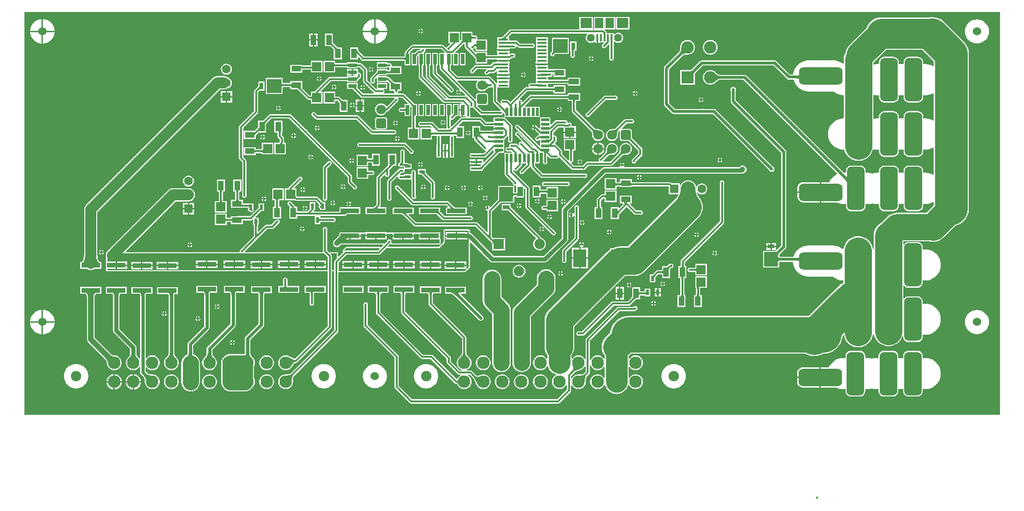
<source format=gtl>
G04*
G04 #@! TF.GenerationSoftware,Altium Limited,Altium Designer,19.0.10 (269)*
G04*
G04 Layer_Physical_Order=1*
G04 Layer_Color=255*
%FSLAX44Y44*%
%MOMM*%
G71*
G01*
G75*
%ADD10C,0.5000*%
%ADD18R,1.8000X0.3500*%
%ADD19R,1.8000X1.0500*%
%ADD20R,0.4000X2.0000*%
%ADD21R,2.0000X0.4000*%
%ADD22R,3.4300X0.8500*%
%ADD23R,0.6500X1.8500*%
%ADD24R,1.5250X0.6500*%
%ADD25R,1.5000X0.5000*%
%ADD26R,0.5000X1.5000*%
%ADD27R,1.0300X1.8700*%
%ADD28R,1.0500X1.8000*%
%ADD29R,1.0000X0.6000*%
%ADD30R,0.6000X1.0000*%
%ADD31R,1.5000X1.9000*%
%ADD32R,0.4000X1.3500*%
%ADD33R,2.1000X1.9000*%
%ADD34R,2.5400X2.6700*%
%ADD35R,1.2700X0.7620*%
%ADD36R,2.4000X3.3000*%
%ADD37R,1.7500X1.7000*%
%ADD38R,1.7000X1.7500*%
%ADD39R,1.8700X1.0300*%
%ADD40R,0.7620X1.2700*%
%ADD41R,2.6700X2.5400*%
%ADD81C,0.3500*%
%ADD82C,5.0000*%
%ADD83C,2.7000*%
%ADD84C,6.5000*%
%ADD85C,4.0000*%
%ADD86C,3.0000*%
%ADD87C,2.0000*%
%ADD88C,0.7500*%
%ADD89C,1.0000*%
%ADD90C,6.0000*%
%ADD91C,4.8000*%
%ADD92C,0.6000*%
%ADD93C,5.5000*%
G04:AMPARAMS|DCode=94|XSize=3.2mm|YSize=8mm|CornerRadius=0.8mm|HoleSize=0mm|Usage=FLASHONLY|Rotation=270.000|XOffset=0mm|YOffset=0mm|HoleType=Round|Shape=RoundedRectangle|*
%AMROUNDEDRECTD94*
21,1,3.2000,6.4000,0,0,270.0*
21,1,1.6000,8.0000,0,0,270.0*
1,1,1.6000,-3.2000,-0.8000*
1,1,1.6000,-3.2000,0.8000*
1,1,1.6000,3.2000,0.8000*
1,1,1.6000,3.2000,-0.8000*
%
%ADD94ROUNDEDRECTD94*%
G04:AMPARAMS|DCode=95|XSize=3.2mm|YSize=8mm|CornerRadius=0.8mm|HoleSize=0mm|Usage=FLASHONLY|Rotation=0.000|XOffset=0mm|YOffset=0mm|HoleType=Round|Shape=RoundedRectangle|*
%AMROUNDEDRECTD95*
21,1,3.2000,6.4000,0,0,0.0*
21,1,1.6000,8.0000,0,0,0.0*
1,1,1.6000,0.8000,-3.2000*
1,1,1.6000,-0.8000,-3.2000*
1,1,1.6000,-0.8000,3.2000*
1,1,1.6000,0.8000,3.2000*
%
%ADD95ROUNDEDRECTD95*%
%ADD96C,1.8000*%
G04:AMPARAMS|DCode=97|XSize=1.8mm|YSize=1.8mm|CornerRadius=0.225mm|HoleSize=0mm|Usage=FLASHONLY|Rotation=180.000|XOffset=0mm|YOffset=0mm|HoleType=Round|Shape=RoundedRectangle|*
%AMROUNDEDRECTD97*
21,1,1.8000,1.3500,0,0,180.0*
21,1,1.3500,1.8000,0,0,180.0*
1,1,0.4500,-0.6750,0.6750*
1,1,0.4500,0.6750,0.6750*
1,1,0.4500,0.6750,-0.6750*
1,1,0.4500,-0.6750,-0.6750*
%
%ADD97ROUNDEDRECTD97*%
%ADD98R,1.6000X1.6000*%
%ADD99C,1.6000*%
%ADD100C,2.3000*%
%ADD101C,1.9000*%
%ADD102R,2.2860X2.2860*%
%ADD103C,2.2860*%
G04:AMPARAMS|DCode=104|XSize=1.8mm|YSize=1.8mm|CornerRadius=0.225mm|HoleSize=0mm|Usage=FLASHONLY|Rotation=90.000|XOffset=0mm|YOffset=0mm|HoleType=Round|Shape=RoundedRectangle|*
%AMROUNDEDRECTD104*
21,1,1.8000,1.3500,0,0,90.0*
21,1,1.3500,1.8000,0,0,90.0*
1,1,0.4500,0.6750,0.6750*
1,1,0.4500,0.6750,-0.6750*
1,1,0.4500,-0.6750,-0.6750*
1,1,0.4500,-0.6750,0.6750*
%
%ADD104ROUNDEDRECTD104*%
%ADD105C,1.4500*%
%ADD106C,1.5240*%
%ADD107R,1.9000X1.9000*%
%ADD108R,1.6000X1.6000*%
%ADD109C,0.4000*%
%ADD110C,0.6000*%
%ADD111C,0.8000*%
%ADD112C,1.0000*%
G36*
X1860550Y424510D02*
X70866Y424510D01*
X69499Y423143D01*
X68326Y423629D01*
Y1164920D01*
X1860550Y1164920D01*
X1860550Y424510D01*
D02*
G37*
%LPC*%
G36*
X1735800Y1155733D02*
X1730774Y1155338D01*
X1729688Y1155077D01*
X1727800Y1155225D01*
X1643344D01*
X1638710Y1154861D01*
X1634190Y1153775D01*
X1629896Y1151997D01*
X1625932Y1149568D01*
X1622397Y1146549D01*
X1619379Y1143014D01*
X1616950Y1139051D01*
X1615892Y1136497D01*
X1584626Y1105231D01*
X1581863Y1101996D01*
X1579640Y1098368D01*
X1578011Y1094437D01*
X1577018Y1090299D01*
X1576959Y1089542D01*
X1576640Y1089022D01*
X1575011Y1085091D01*
X1574018Y1080954D01*
X1573684Y1076712D01*
Y1070238D01*
X1572414Y1069653D01*
X1571122Y1070756D01*
X1567293Y1073103D01*
X1563144Y1074821D01*
X1558777Y1075870D01*
X1554300Y1076222D01*
X1509300D01*
X1504823Y1075870D01*
X1500456Y1074821D01*
X1496307Y1073103D01*
X1492478Y1070756D01*
X1489062Y1067840D01*
X1486146Y1064425D01*
X1483799Y1060595D01*
X1482081Y1056446D01*
X1481032Y1052079D01*
X1480862Y1049922D01*
X1475114D01*
X1450224Y1074812D01*
X1448725Y1075814D01*
X1446957Y1076165D01*
X1446334Y1076042D01*
X1312930D01*
X1311162Y1075690D01*
X1309663Y1074688D01*
X1309663Y1074688D01*
X1295522Y1060547D01*
X1294601Y1059691D01*
X1293828Y1059072D01*
X1293145Y1058594D01*
X1292971Y1058494D01*
X1273079D01*
Y1031570D01*
X1300003D01*
Y1051461D01*
X1300103Y1051635D01*
X1300565Y1052295D01*
X1301818Y1053774D01*
X1314844Y1066800D01*
X1445166D01*
X1469933Y1042034D01*
X1469933Y1042034D01*
X1471432Y1041032D01*
X1473200Y1040680D01*
X1473200Y1040680D01*
X1481619D01*
X1482081Y1038758D01*
X1483799Y1034609D01*
X1486146Y1030779D01*
X1489062Y1027364D01*
X1492478Y1024448D01*
X1496307Y1022101D01*
X1500456Y1020383D01*
X1504823Y1019334D01*
X1509300Y1018982D01*
X1554300D01*
X1554649Y1019009D01*
X1556478Y1017448D01*
X1560307Y1015101D01*
X1564456Y1013383D01*
X1568823Y1012334D01*
X1573300Y1011982D01*
X1573684D01*
Y969222D01*
X1573300D01*
X1568823Y968870D01*
X1564456Y967821D01*
X1560307Y966103D01*
X1556478Y963756D01*
X1553062Y960840D01*
X1550146Y957425D01*
X1547799Y953595D01*
X1546081Y949446D01*
X1545032Y945079D01*
X1544680Y940602D01*
X1545032Y936125D01*
X1546081Y931758D01*
X1547799Y927609D01*
X1550146Y923780D01*
X1553062Y920365D01*
X1556478Y917448D01*
X1560307Y915101D01*
X1564456Y913383D01*
X1568823Y912334D01*
X1573300Y911982D01*
X1574589D01*
X1575011Y910223D01*
X1576640Y906292D01*
X1578863Y902664D01*
X1581626Y899428D01*
X1584862Y896665D01*
X1588490Y894442D01*
X1592421Y892813D01*
X1596558Y891820D01*
X1600800Y891486D01*
X1605042Y891820D01*
X1609179Y892813D01*
X1613110Y894442D01*
X1616738Y896665D01*
X1619974Y899428D01*
X1622737Y902664D01*
X1624960Y906292D01*
X1626588Y910223D01*
X1627230Y912896D01*
X1629573Y912334D01*
X1634050Y911982D01*
X1638431D01*
Y908602D01*
X1638776Y905983D01*
X1639787Y903543D01*
X1641395Y901447D01*
X1643491Y899839D01*
X1645931Y898828D01*
X1648550Y898483D01*
X1664550D01*
X1667169Y898828D01*
X1669609Y899839D01*
X1671705Y901447D01*
X1673313Y903543D01*
X1674324Y905983D01*
X1674669Y908602D01*
Y911982D01*
X1683432D01*
Y908602D01*
X1683776Y905983D01*
X1684787Y903543D01*
X1686395Y901447D01*
X1688491Y899839D01*
X1690931Y898828D01*
X1693550Y898483D01*
X1709550D01*
X1712169Y898828D01*
X1714609Y899839D01*
X1716705Y901447D01*
X1718313Y903543D01*
X1719324Y905983D01*
X1719669Y908602D01*
Y911982D01*
X1724050D01*
X1728527Y912334D01*
X1732894Y913383D01*
X1737043Y915101D01*
X1738157Y915784D01*
X1739265Y915163D01*
Y866041D01*
X1738157Y865420D01*
X1737043Y866103D01*
X1732894Y867821D01*
X1728527Y868870D01*
X1724050Y869222D01*
X1719669D01*
Y872602D01*
X1719324Y875221D01*
X1718313Y877661D01*
X1716705Y879757D01*
X1714609Y881365D01*
X1712169Y882376D01*
X1709550Y882721D01*
X1693550D01*
X1690931Y882376D01*
X1688491Y881365D01*
X1686395Y879757D01*
X1684787Y877661D01*
X1683776Y875221D01*
X1683432Y872602D01*
Y869222D01*
X1674669D01*
Y872602D01*
X1674324Y875221D01*
X1673313Y877661D01*
X1671705Y879757D01*
X1669609Y881365D01*
X1667169Y882376D01*
X1664550Y882721D01*
X1648550D01*
X1645931Y882376D01*
X1643491Y881365D01*
X1641395Y879757D01*
X1639787Y877661D01*
X1638776Y875221D01*
X1638431Y872602D01*
Y869222D01*
X1634050D01*
X1629573Y868870D01*
X1626175Y868054D01*
X1622777Y868870D01*
X1618300Y869222D01*
X1613919D01*
Y872602D01*
X1613574Y875221D01*
X1612563Y877661D01*
X1610955Y879757D01*
X1608859Y881365D01*
X1606419Y882376D01*
X1603800Y882721D01*
X1587800D01*
X1585181Y882376D01*
X1582741Y881365D01*
X1580645Y879757D01*
X1579037Y877661D01*
X1578026Y875221D01*
X1577681Y872602D01*
Y869222D01*
X1573715D01*
X1394790Y1048147D01*
X1393291Y1049149D01*
X1391522Y1049500D01*
X1391522Y1049500D01*
X1345882D01*
X1345220Y1049619D01*
X1344486Y1049834D01*
X1343707Y1050148D01*
X1342883Y1050566D01*
X1342017Y1051093D01*
X1341135Y1051716D01*
X1339180Y1053369D01*
X1338490Y1054044D01*
X1338154Y1054481D01*
X1335342Y1056639D01*
X1332067Y1057995D01*
X1328553Y1058458D01*
X1325039Y1057995D01*
X1321764Y1056639D01*
X1318952Y1054481D01*
X1316794Y1051669D01*
X1315437Y1048394D01*
X1314975Y1044880D01*
X1315437Y1041365D01*
X1316794Y1038091D01*
X1318952Y1035278D01*
X1321764Y1033121D01*
X1325039Y1031764D01*
X1328553Y1031301D01*
X1332067Y1031764D01*
X1335342Y1033121D01*
X1338154Y1035278D01*
X1338490Y1035715D01*
X1339199Y1036409D01*
X1340172Y1037275D01*
X1341112Y1038027D01*
X1342017Y1038666D01*
X1342883Y1039193D01*
X1343706Y1039611D01*
X1344486Y1039925D01*
X1345220Y1040140D01*
X1345882Y1040259D01*
X1389608D01*
X1561944Y867924D01*
X1561696Y866678D01*
X1560307Y866103D01*
X1556478Y863756D01*
X1553062Y860840D01*
X1550146Y857424D01*
X1547799Y853595D01*
X1547235Y852233D01*
X1532570D01*
Y833602D01*
Y814971D01*
X1560621D01*
X1564456Y813383D01*
X1568823Y812334D01*
X1573300Y811982D01*
X1577681D01*
Y808602D01*
X1578026Y805983D01*
X1579037Y803543D01*
X1580645Y801447D01*
X1582741Y799839D01*
X1585181Y798828D01*
X1587800Y798483D01*
X1603800D01*
X1606419Y798828D01*
X1608859Y799839D01*
X1610955Y801447D01*
X1612563Y803543D01*
X1613574Y805983D01*
X1613919Y808602D01*
Y811982D01*
X1618300D01*
X1622777Y812334D01*
X1626175Y813150D01*
X1629573Y812334D01*
X1634050Y811982D01*
X1638431D01*
Y808602D01*
X1638776Y805983D01*
X1639787Y803543D01*
X1641395Y801447D01*
X1643491Y799839D01*
X1645931Y798828D01*
X1648550Y798483D01*
X1664550D01*
X1667169Y798828D01*
X1669609Y799839D01*
X1671705Y801447D01*
X1673313Y803543D01*
X1674324Y805983D01*
X1674669Y808602D01*
Y811982D01*
X1683432D01*
Y808602D01*
X1683776Y805983D01*
X1684787Y803543D01*
X1686395Y801447D01*
X1688491Y799839D01*
X1690931Y798828D01*
X1693550Y798483D01*
X1709550D01*
X1712169Y798828D01*
X1714609Y799839D01*
X1716705Y801447D01*
X1718313Y803543D01*
X1719324Y805983D01*
X1719669Y808602D01*
Y811982D01*
X1724050D01*
X1728527Y812334D01*
X1732894Y813383D01*
X1737043Y815101D01*
X1738157Y815784D01*
X1739265Y815163D01*
Y809618D01*
X1725407Y795760D01*
X1671800D01*
X1666697Y795257D01*
X1661790Y793769D01*
X1657267Y791351D01*
X1653304Y788099D01*
X1653303Y788098D01*
X1642140Y776935D01*
X1639862Y775539D01*
X1636626Y772776D01*
X1633863Y769540D01*
X1631640Y765912D01*
X1630011Y761981D01*
X1629018Y757844D01*
X1628684Y753602D01*
Y729055D01*
X1628155Y728786D01*
X1626855Y729549D01*
X1626832Y729844D01*
X1625838Y733981D01*
X1624210Y737912D01*
X1621987Y741540D01*
X1619224Y744776D01*
X1615988Y747539D01*
X1612360Y749762D01*
X1608429Y751391D01*
X1604292Y752384D01*
X1600050Y752718D01*
X1595808Y752384D01*
X1591671Y751391D01*
X1587740Y749762D01*
X1584112Y747539D01*
X1580876Y744776D01*
X1578113Y741540D01*
X1575890Y737912D01*
X1574261Y733981D01*
X1573268Y729844D01*
X1573214Y729156D01*
X1571913Y728806D01*
X1570372Y730121D01*
X1566543Y732468D01*
X1562394Y734186D01*
X1558027Y735235D01*
X1553550Y735587D01*
X1508550D01*
X1504073Y735235D01*
X1499706Y734186D01*
X1495557Y732468D01*
X1491727Y730121D01*
X1488313Y727205D01*
X1485396Y723790D01*
X1483049Y719960D01*
X1481331Y715811D01*
X1481138Y715008D01*
X1456889D01*
X1456481Y715044D01*
X1456044Y715117D01*
X1455083Y715796D01*
X1455082Y715802D01*
Y718011D01*
X1455277Y718353D01*
X1455725Y719001D01*
X1456940Y720442D01*
X1466815Y730318D01*
X1466815Y730318D01*
X1467817Y731817D01*
X1468169Y733585D01*
X1468169Y733585D01*
Y907542D01*
X1468169Y907542D01*
X1467817Y909310D01*
X1466815Y910809D01*
X1466815Y910809D01*
X1375205Y1002420D01*
Y1020208D01*
X1375324Y1020387D01*
X1375715Y1022350D01*
X1375324Y1024313D01*
X1374212Y1025978D01*
X1372547Y1027090D01*
X1370584Y1027481D01*
X1368621Y1027090D01*
X1366956Y1025978D01*
X1365844Y1024313D01*
X1365453Y1022350D01*
X1365844Y1020387D01*
X1365963Y1020208D01*
Y1000506D01*
X1365963Y1000506D01*
X1366315Y998738D01*
X1367317Y997239D01*
X1458927Y905628D01*
Y735499D01*
X1451235Y727807D01*
X1450281Y726919D01*
X1450235Y726882D01*
X1449279Y727680D01*
X1449240Y727797D01*
X1449240Y728732D01*
Y732627D01*
X1441620D01*
Y727547D01*
X1448002D01*
X1448680Y727547D01*
X1449328Y726398D01*
X1448700Y725769D01*
X1446790D01*
X1446788Y725770D01*
X1446782Y725769D01*
X1446485D01*
X1446452Y725773D01*
X1446437Y725769D01*
X1425618D01*
Y695005D01*
X1455082D01*
Y705190D01*
X1455098Y705340D01*
X1455208Y705407D01*
X1455484Y705520D01*
X1455910Y705635D01*
X1456481Y705730D01*
X1456889Y705766D01*
X1480024D01*
X1480282Y702490D01*
X1481331Y698123D01*
X1483049Y693974D01*
X1485396Y690144D01*
X1488313Y686729D01*
X1491727Y683813D01*
X1495557Y681466D01*
X1499706Y679748D01*
X1504073Y678699D01*
X1508550Y678347D01*
X1553550D01*
X1553899Y678374D01*
X1555728Y676813D01*
X1559557Y674466D01*
X1563706Y672748D01*
X1568073Y671699D01*
X1572550Y671347D01*
X1572934D01*
Y667267D01*
X1569086Y664299D01*
X1551357Y648259D01*
X1550762Y647629D01*
X1550104Y647066D01*
X1509176Y606139D01*
X1178814D01*
X1173395Y605712D01*
X1168110Y604443D01*
X1163088Y602363D01*
X1158454Y599523D01*
X1154321Y595993D01*
X1150791Y591860D01*
X1147951Y587226D01*
X1145871Y582204D01*
X1144602Y576919D01*
X1144492Y575525D01*
X1137097Y568131D01*
X1134334Y564895D01*
X1132111Y561267D01*
X1130483Y557336D01*
X1129489Y553199D01*
X1129156Y548957D01*
X1129489Y544715D01*
X1130483Y540578D01*
X1132111Y536647D01*
X1134133Y533348D01*
Y527392D01*
X1132862Y527043D01*
X1130922Y529571D01*
X1128095Y531740D01*
X1124804Y533104D01*
X1121271Y533569D01*
X1117738Y533104D01*
X1114447Y531740D01*
X1111620Y529571D01*
X1109451Y526744D01*
X1108452Y524333D01*
X1107182Y524586D01*
Y558845D01*
X1107225Y559235D01*
X1107318Y559722D01*
X1107447Y560187D01*
X1107610Y560634D01*
X1107811Y561066D01*
X1108049Y561487D01*
X1108328Y561897D01*
X1108584Y562217D01*
X1161431Y615064D01*
X1189326D01*
X1190802Y615357D01*
X1192053Y616193D01*
X1192147Y616287D01*
X1193233Y617013D01*
X1194124Y618347D01*
X1194437Y619920D01*
X1194124Y621493D01*
X1193233Y622827D01*
X1191899Y623718D01*
X1190326Y624031D01*
X1188753Y623718D01*
X1187419Y622827D01*
X1187385Y622776D01*
X1159834D01*
X1158358Y622482D01*
X1157107Y621647D01*
X1100596Y565136D01*
X1099760Y563885D01*
X1099467Y562409D01*
X1099470Y562394D01*
Y526735D01*
X1098200Y526482D01*
X1098091Y526744D01*
X1095922Y529571D01*
X1093095Y531740D01*
X1089804Y533104D01*
X1086271Y533569D01*
X1082738Y533104D01*
X1079447Y531740D01*
X1076620Y529571D01*
X1074680Y527043D01*
X1073410Y527392D01*
Y533221D01*
X1075486Y536610D01*
X1077114Y540541D01*
X1078108Y544678D01*
X1078442Y548920D01*
Y586688D01*
X1171356Y679603D01*
X1171566Y679690D01*
X1171753Y679804D01*
X1188321D01*
X1192562Y680138D01*
X1196700Y681132D01*
X1200631Y682760D01*
X1204259Y684983D01*
X1207494Y687746D01*
X1306700Y786952D01*
X1309463Y790187D01*
X1311686Y793815D01*
X1313314Y797746D01*
X1314308Y801883D01*
X1314642Y806125D01*
X1314308Y810367D01*
X1313314Y814504D01*
X1311686Y818436D01*
X1309463Y822064D01*
X1308951Y822663D01*
X1308940Y822686D01*
X1307794Y824260D01*
X1306806Y825820D01*
X1305936Y827417D01*
X1305184Y829054D01*
X1304548Y830732D01*
X1304028Y832453D01*
X1303904Y832992D01*
X1305080Y833546D01*
X1305771Y832645D01*
X1307867Y831037D01*
X1310307Y830026D01*
X1312926Y829681D01*
X1315545Y830026D01*
X1317985Y831037D01*
X1320081Y832645D01*
X1321689Y834741D01*
X1322700Y837181D01*
X1323044Y839800D01*
X1322700Y842419D01*
X1321689Y844859D01*
X1320081Y846955D01*
X1317985Y848563D01*
X1315545Y849574D01*
X1312926Y849919D01*
X1310307Y849574D01*
X1307867Y848563D01*
X1305771Y846955D01*
X1304163Y844859D01*
X1303809Y844004D01*
X1302462Y844070D01*
X1301945Y845773D01*
X1300503Y848471D01*
X1298562Y850836D01*
X1296197Y852777D01*
X1293499Y854219D01*
X1290571Y855107D01*
X1287526Y855407D01*
X1284481Y855107D01*
X1281553Y854219D01*
X1278855Y852777D01*
X1276490Y850836D01*
X1274549Y848471D01*
X1273428Y846373D01*
X1272158Y846692D01*
Y849832D01*
X1257547D01*
X1256547Y850833D01*
X1255296Y851669D01*
X1253820Y851962D01*
X1184671D01*
X1184433Y851983D01*
X1184082Y852041D01*
X1184004Y852062D01*
Y857688D01*
X1161940D01*
Y852062D01*
X1161862Y852041D01*
X1161511Y851983D01*
X1161273Y851962D01*
X1156733D01*
X1156494Y851983D01*
X1156142Y852041D01*
X1156068Y852061D01*
Y859724D01*
X1134504D01*
Y838660D01*
X1156068D01*
Y844151D01*
X1156142Y844171D01*
X1156494Y844229D01*
X1156733Y844250D01*
X1161387D01*
X1161609Y844242D01*
X1161940Y844205D01*
Y843124D01*
X1163947D01*
X1163993Y843115D01*
X1164041Y843124D01*
X1181903D01*
X1181951Y843115D01*
X1181997Y843124D01*
X1184004D01*
Y844201D01*
X1184593Y844250D01*
X1252094D01*
Y829768D01*
X1268912D01*
X1269612Y828498D01*
X1269116Y827417D01*
X1268246Y825820D01*
X1267258Y824260D01*
X1267108Y824054D01*
X1177089Y734036D01*
X1162326D01*
X1158084Y733702D01*
X1153947Y732709D01*
X1150016Y731080D01*
X1149888Y731002D01*
X1144414D01*
Y728094D01*
X1142375Y726844D01*
X1139140Y724081D01*
X1032152Y617094D01*
X1029389Y613858D01*
X1027166Y610230D01*
X1025537Y606299D01*
X1024544Y602162D01*
X1024210Y597920D01*
Y549563D01*
X1024156Y548865D01*
X1024489Y544623D01*
X1025483Y540486D01*
X1027111Y536555D01*
X1029133Y533256D01*
Y527392D01*
X1027862Y527043D01*
X1025922Y529571D01*
X1023095Y531740D01*
X1019804Y533104D01*
X1016271Y533569D01*
X1012738Y533104D01*
X1009447Y531740D01*
X1006620Y529571D01*
X1004451Y526744D01*
X1003087Y523453D01*
X1002622Y519920D01*
X1003087Y516387D01*
X1004451Y513096D01*
X1006620Y510269D01*
X1009447Y508100D01*
X1012738Y506736D01*
X1016271Y506271D01*
X1019804Y506736D01*
X1023095Y508100D01*
X1025922Y510269D01*
X1028091Y513096D01*
X1028611Y514349D01*
X1029958Y514283D01*
X1030818Y511448D01*
X1032863Y507621D01*
X1035617Y504266D01*
X1038971Y501512D01*
X1042799Y499467D01*
X1045634Y498607D01*
X1045700Y497259D01*
X1044447Y496740D01*
X1041620Y494571D01*
X1039451Y491744D01*
X1038087Y488453D01*
X1037622Y484920D01*
X1038087Y481387D01*
X1039451Y478096D01*
X1041620Y475269D01*
X1044447Y473100D01*
X1047738Y471736D01*
X1051271Y471271D01*
X1054804Y471736D01*
X1058095Y473100D01*
X1060922Y475269D01*
X1063091Y478096D01*
X1063960Y480193D01*
X1065230Y479940D01*
Y470405D01*
X1047499Y452674D01*
X780615D01*
X755950Y477339D01*
Y531368D01*
X755657Y532844D01*
X754821Y534095D01*
X754821Y534095D01*
X699054Y589861D01*
Y625590D01*
X699309Y626872D01*
X698996Y628445D01*
X698105Y629779D01*
X696771Y630670D01*
X695198Y630983D01*
X693625Y630670D01*
X692291Y629779D01*
X691400Y628445D01*
X691087Y626872D01*
X691342Y625590D01*
Y588264D01*
X691635Y586788D01*
X692471Y585537D01*
X748238Y529771D01*
Y475742D01*
X748531Y474266D01*
X749367Y473015D01*
X776291Y446091D01*
X776291Y446091D01*
X777542Y445255D01*
X779018Y444962D01*
X1049096D01*
X1050572Y445255D01*
X1051823Y446091D01*
X1071813Y466082D01*
X1072649Y467332D01*
X1072942Y468808D01*
X1072942Y468808D01*
Y478420D01*
X1074212Y478672D01*
X1074451Y478096D01*
X1076620Y475269D01*
X1079447Y473100D01*
X1082738Y471736D01*
X1086271Y471271D01*
X1089804Y471736D01*
X1093095Y473100D01*
X1095922Y475269D01*
X1098091Y478096D01*
X1099455Y481387D01*
X1099920Y484920D01*
X1099845Y485487D01*
X1099853Y486667D01*
X1100035Y489577D01*
X1100198Y490783D01*
X1100410Y491870D01*
X1100662Y492812D01*
X1100948Y493607D01*
X1101257Y494254D01*
X1101575Y494756D01*
X1101664Y494860D01*
X1106053Y499248D01*
X1106889Y500499D01*
X1107182Y501975D01*
Y515254D01*
X1108452Y515507D01*
X1109451Y513096D01*
X1111620Y510269D01*
X1114447Y508100D01*
X1117738Y506736D01*
X1121271Y506271D01*
X1124804Y506736D01*
X1128095Y508100D01*
X1130922Y510269D01*
X1132862Y512798D01*
X1134133Y512448D01*
Y492392D01*
X1132862Y492043D01*
X1130922Y494571D01*
X1128095Y496740D01*
X1124804Y498104D01*
X1121271Y498569D01*
X1117738Y498104D01*
X1114447Y496740D01*
X1111620Y494571D01*
X1109451Y491744D01*
X1108087Y488453D01*
X1107622Y484920D01*
X1108087Y481387D01*
X1109451Y478096D01*
X1111620Y475269D01*
X1114447Y473100D01*
X1117738Y471736D01*
X1121271Y471271D01*
X1124804Y471736D01*
X1128095Y473100D01*
X1130922Y475269D01*
X1133091Y478096D01*
X1133611Y479349D01*
X1134958Y479283D01*
X1135818Y476448D01*
X1137863Y472621D01*
X1140617Y469266D01*
X1143971Y466512D01*
X1147799Y464467D01*
X1151952Y463207D01*
X1156271Y462781D01*
X1160590Y463207D01*
X1164743Y464467D01*
X1168571Y466512D01*
X1171925Y469266D01*
X1174679Y472621D01*
X1176724Y476448D01*
X1177585Y479283D01*
X1178932Y479349D01*
X1179451Y478096D01*
X1181620Y475269D01*
X1184447Y473100D01*
X1187738Y471736D01*
X1191271Y471271D01*
X1194804Y471736D01*
X1198095Y473100D01*
X1200922Y475269D01*
X1203091Y478096D01*
X1204455Y481387D01*
X1204920Y484920D01*
X1204455Y488453D01*
X1203091Y491744D01*
X1200922Y494571D01*
X1198095Y496740D01*
X1194804Y498104D01*
X1191271Y498569D01*
X1187738Y498104D01*
X1184447Y496740D01*
X1181620Y494571D01*
X1179680Y492043D01*
X1178410Y492392D01*
Y512448D01*
X1179680Y512798D01*
X1181620Y510269D01*
X1184447Y508100D01*
X1187738Y506736D01*
X1191271Y506271D01*
X1194804Y506736D01*
X1198095Y508100D01*
X1200922Y510269D01*
X1203091Y513096D01*
X1204455Y516387D01*
X1204920Y519920D01*
X1204455Y523453D01*
X1203091Y526744D01*
X1200922Y529571D01*
X1198095Y531740D01*
X1194804Y533104D01*
X1191271Y533569D01*
X1187738Y533104D01*
X1184447Y531740D01*
X1181620Y529571D01*
X1179680Y527043D01*
X1178410Y527392D01*
Y532748D01*
X1182523Y536861D01*
X1502595D01*
X1503480Y536319D01*
X1508502Y534239D01*
X1513787Y532970D01*
X1519206Y532543D01*
X1524625Y532970D01*
X1529910Y534239D01*
X1534932Y536319D01*
X1535817Y536861D01*
X1536732D01*
X1542151Y537288D01*
X1547436Y538557D01*
X1552458Y540637D01*
X1557092Y543477D01*
X1561225Y547007D01*
X1564755Y551140D01*
X1567595Y555774D01*
X1569675Y560796D01*
X1570944Y566081D01*
X1571263Y570135D01*
X1572245Y570969D01*
X1573431Y570682D01*
X1574261Y567223D01*
X1575890Y563292D01*
X1578113Y559664D01*
X1580876Y556428D01*
X1584112Y553665D01*
X1587740Y551442D01*
X1591671Y549813D01*
X1595808Y548820D01*
X1600050Y548486D01*
X1604292Y548820D01*
X1608429Y549813D01*
X1612360Y551442D01*
X1615988Y553665D01*
X1619224Y556428D01*
X1621987Y559664D01*
X1624210Y563292D01*
X1625838Y567223D01*
X1626832Y571360D01*
X1627677Y571974D01*
X1628823Y571699D01*
X1629428Y571651D01*
X1630011Y569223D01*
X1631640Y565292D01*
X1633863Y561664D01*
X1636626Y558428D01*
X1639862Y555665D01*
X1643490Y553442D01*
X1647421Y551814D01*
X1651558Y550820D01*
X1655800Y550486D01*
X1660042Y550820D01*
X1664179Y551814D01*
X1668110Y553442D01*
X1671738Y555665D01*
X1674974Y558428D01*
X1677737Y561664D01*
X1679960Y565292D01*
X1681411Y568796D01*
X1682681Y568543D01*
Y567967D01*
X1683026Y565348D01*
X1684037Y562908D01*
X1685645Y560812D01*
X1687741Y559204D01*
X1690181Y558193D01*
X1692800Y557848D01*
X1708800D01*
X1711419Y558193D01*
X1713859Y559204D01*
X1715955Y560812D01*
X1717563Y562908D01*
X1718574Y565348D01*
X1718919Y567967D01*
Y571347D01*
X1723300D01*
X1727777Y571699D01*
X1732144Y572748D01*
X1736293Y574466D01*
X1740123Y576813D01*
X1743537Y579729D01*
X1746454Y583144D01*
X1748801Y586974D01*
X1750519Y591123D01*
X1751568Y595490D01*
X1751920Y599967D01*
X1751568Y604444D01*
X1750519Y608811D01*
X1748801Y612960D01*
X1746454Y616790D01*
X1743537Y620205D01*
X1740123Y623121D01*
X1736293Y625468D01*
X1732144Y627186D01*
X1727777Y628235D01*
X1723300Y628587D01*
X1718919D01*
Y631967D01*
X1718574Y634586D01*
X1717563Y637026D01*
X1715955Y639122D01*
X1713859Y640730D01*
X1711419Y641741D01*
X1708800Y642086D01*
X1692800D01*
X1690181Y641741D01*
X1687741Y640730D01*
X1685645Y639122D01*
X1684186Y637220D01*
X1683446Y637310D01*
X1682916Y637564D01*
Y662370D01*
X1683446Y662624D01*
X1684186Y662714D01*
X1685645Y660812D01*
X1687741Y659204D01*
X1690181Y658193D01*
X1692800Y657848D01*
X1708800D01*
X1711419Y658193D01*
X1713859Y659204D01*
X1715955Y660812D01*
X1717563Y662908D01*
X1718574Y665348D01*
X1718919Y667967D01*
Y671347D01*
X1723300D01*
X1727777Y671699D01*
X1732144Y672748D01*
X1736293Y674466D01*
X1740123Y676813D01*
X1743537Y679730D01*
X1746454Y683145D01*
X1748801Y686974D01*
X1750519Y691123D01*
X1751568Y695490D01*
X1751920Y699967D01*
X1751568Y704444D01*
X1750519Y708811D01*
X1748801Y712960D01*
X1746454Y716789D01*
X1743537Y720205D01*
X1740123Y723121D01*
X1736293Y725468D01*
X1732144Y727186D01*
X1727777Y728235D01*
X1723300Y728587D01*
X1718919D01*
Y731967D01*
X1718574Y734586D01*
X1717563Y737026D01*
X1715955Y739122D01*
X1713859Y740730D01*
X1711419Y741741D01*
X1708800Y742086D01*
X1692800D01*
X1690181Y741741D01*
X1687741Y740730D01*
X1685645Y739122D01*
X1684186Y737220D01*
X1683446Y737310D01*
X1682916Y737564D01*
Y743444D01*
X1730756D01*
X1733354Y742820D01*
X1737596Y742486D01*
X1741838Y742820D01*
X1745975Y743813D01*
X1749906Y745442D01*
X1753534Y747665D01*
X1756770Y750428D01*
X1778509Y772167D01*
X1781325Y772844D01*
X1785983Y774773D01*
X1790282Y777407D01*
X1794116Y780682D01*
X1797391Y784516D01*
X1800025Y788815D01*
X1801954Y793473D01*
X1803132Y798376D01*
X1803527Y803402D01*
Y1088006D01*
X1803132Y1093032D01*
X1801954Y1097935D01*
X1800025Y1102593D01*
X1797391Y1106892D01*
X1794116Y1110726D01*
X1758520Y1146322D01*
X1754686Y1149597D01*
X1750387Y1152231D01*
X1745729Y1154160D01*
X1740826Y1155338D01*
X1735800Y1155733D01*
D02*
G37*
G36*
X1134484Y1156132D02*
X1133548D01*
X1133214Y1156132D01*
X1114484D01*
Y1133216D01*
X1113048D01*
Y1156132D01*
X1087984D01*
Y1145324D01*
X1087889Y1144600D01*
X1087984Y1143876D01*
Y1133216D01*
X962126D01*
X962126Y1133216D01*
X960650Y1132923D01*
X959399Y1132087D01*
X959399Y1132087D01*
X946926Y1119614D01*
X946702Y1119423D01*
X946313Y1119131D01*
X945940Y1118889D01*
X945585Y1118694D01*
X945247Y1118541D01*
X944926Y1118429D01*
X944620Y1118353D01*
X944325Y1118308D01*
X943932Y1118289D01*
X943906Y1118282D01*
X937016D01*
Y1110718D01*
Y1099290D01*
X936508D01*
Y1096270D01*
X948048D01*
X959588D01*
Y1098112D01*
X966021D01*
X967303Y1097857D01*
X968876Y1098170D01*
X970210Y1099061D01*
X971101Y1100395D01*
X971414Y1101968D01*
X971406Y1102005D01*
X972577Y1102631D01*
X974736Y1100471D01*
X975987Y1099635D01*
X977463Y1099342D01*
X1000311D01*
X1001593Y1099087D01*
X1003166Y1099400D01*
X1004500Y1100291D01*
X1005391Y1101625D01*
X1005704Y1103198D01*
X1005391Y1104771D01*
X1004500Y1106105D01*
X1003166Y1106996D01*
X1001593Y1107309D01*
X1000311Y1107054D01*
X979060D01*
X974919Y1111195D01*
X973668Y1112030D01*
X972193Y1112324D01*
X959080D01*
Y1118282D01*
X958161D01*
X957675Y1119455D01*
X963723Y1125504D01*
X1102093D01*
X1102501Y1124301D01*
X1102396Y1124220D01*
X1100908Y1122281D01*
X1099973Y1120023D01*
X1099654Y1117600D01*
X1099973Y1115177D01*
X1100908Y1112919D01*
X1102396Y1110980D01*
X1104335Y1109492D01*
X1106593Y1108557D01*
X1109016Y1108238D01*
X1111439Y1108557D01*
X1113697Y1109492D01*
X1115206Y1110650D01*
X1116476Y1110089D01*
Y1108310D01*
X1119746D01*
Y1117600D01*
X1122286D01*
Y1108310D01*
X1125556D01*
Y1108818D01*
X1132371D01*
X1132857Y1107645D01*
X1131535Y1106323D01*
X1130449Y1105597D01*
X1129558Y1104263D01*
X1129245Y1102690D01*
X1129558Y1101117D01*
X1130449Y1099783D01*
X1131783Y1098892D01*
X1133356Y1098579D01*
X1134929Y1098892D01*
X1136263Y1099783D01*
X1136989Y1100870D01*
X1141986Y1105867D01*
X1143160Y1105381D01*
Y1081112D01*
X1142905Y1079830D01*
X1143218Y1078257D01*
X1144109Y1076923D01*
X1145443Y1076032D01*
X1147016Y1075719D01*
X1148589Y1076032D01*
X1149923Y1076923D01*
X1150814Y1078257D01*
X1151127Y1079830D01*
X1150872Y1081112D01*
Y1108818D01*
X1151048D01*
Y1110651D01*
X1151150Y1110749D01*
X1151588Y1110978D01*
X1152298Y1111107D01*
X1152396Y1110980D01*
X1154335Y1109492D01*
X1156593Y1108557D01*
X1159016Y1108238D01*
X1161439Y1108557D01*
X1163697Y1109492D01*
X1165636Y1110980D01*
X1167123Y1112919D01*
X1168059Y1115177D01*
X1168378Y1117600D01*
X1168059Y1120023D01*
X1167123Y1122281D01*
X1165636Y1124220D01*
X1163697Y1125708D01*
X1161439Y1126643D01*
X1159016Y1126962D01*
X1156593Y1126643D01*
X1154335Y1125708D01*
X1152396Y1124220D01*
X1152250Y1124031D01*
X1151048Y1124439D01*
Y1126382D01*
X1137872D01*
Y1126660D01*
X1137579Y1128136D01*
X1136743Y1129387D01*
X1134223Y1131906D01*
X1134660Y1132888D01*
X1134798Y1133068D01*
X1153548D01*
Y1156132D01*
X1134818D01*
X1134484Y1156132D01*
D02*
G37*
G36*
X1180048Y1156132D02*
X1154984D01*
Y1133068D01*
X1180048D01*
Y1143876D01*
X1180143Y1144600D01*
X1180048Y1145324D01*
Y1156132D01*
D02*
G37*
G36*
X797773Y1134422D02*
Y1131316D01*
X800879D01*
X800779Y1131817D01*
X799776Y1133319D01*
X798274Y1134323D01*
X797773Y1134422D01*
D02*
G37*
G36*
X795233D02*
X794731Y1134323D01*
X793229Y1133319D01*
X792226Y1131817D01*
X792126Y1131316D01*
X795233D01*
Y1134422D01*
D02*
G37*
G36*
X713486Y1151887D02*
Y1130630D01*
X734743D01*
X734432Y1133779D01*
X733143Y1138028D01*
X731050Y1141945D01*
X728233Y1145377D01*
X724800Y1148194D01*
X720884Y1150287D01*
X716635Y1151576D01*
X713486Y1151887D01*
D02*
G37*
G36*
X710946D02*
X707797Y1151576D01*
X703548Y1150287D01*
X699632Y1148194D01*
X696199Y1145377D01*
X693382Y1141945D01*
X691289Y1138028D01*
X690000Y1133779D01*
X689689Y1130630D01*
X710946D01*
Y1151887D01*
D02*
G37*
G36*
X102616D02*
Y1130630D01*
X123872D01*
X123562Y1133779D01*
X122273Y1138028D01*
X120180Y1141945D01*
X117363Y1145377D01*
X113931Y1148194D01*
X110014Y1150287D01*
X105765Y1151576D01*
X102616Y1151887D01*
D02*
G37*
G36*
X100076D02*
X96927Y1151576D01*
X92678Y1150287D01*
X88762Y1148194D01*
X85329Y1145377D01*
X82512Y1141945D01*
X80419Y1138028D01*
X79130Y1133779D01*
X78819Y1130630D01*
X100076D01*
Y1151887D01*
D02*
G37*
G36*
X800879Y1128776D02*
X797773D01*
Y1125670D01*
X798274Y1125769D01*
X799776Y1126773D01*
X800779Y1128275D01*
X800879Y1128776D01*
D02*
G37*
G36*
X795233D02*
X792126D01*
X792226Y1128275D01*
X793229Y1126773D01*
X794731Y1125769D01*
X795233Y1125670D01*
Y1128776D01*
D02*
G37*
G36*
X607154Y1125680D02*
X600734D01*
Y1115060D01*
X607154D01*
Y1125680D01*
D02*
G37*
G36*
X598194D02*
X591774D01*
Y1115060D01*
X598194D01*
Y1125680D01*
D02*
G37*
G36*
X891728Y1128712D02*
X870664D01*
Y1114541D01*
X870657Y1114515D01*
X870664Y1114469D01*
Y1113252D01*
X869933Y1112579D01*
X868728Y1113042D01*
Y1128712D01*
X847664D01*
Y1107148D01*
X849891D01*
X850377Y1105975D01*
X845646Y1101243D01*
X844559Y1100517D01*
X844188Y1099961D01*
X842587Y1099765D01*
X838774Y1103579D01*
X837523Y1104415D01*
X836047Y1104708D01*
X781498D01*
X781498Y1104708D01*
X780022Y1104415D01*
X778771Y1103579D01*
X769179Y1093987D01*
X768343Y1092736D01*
X768050Y1091260D01*
Y1090187D01*
X768036Y1090000D01*
X767984Y1089627D01*
X767978Y1089602D01*
X766624D01*
Y1087586D01*
X766615Y1087540D01*
X766624Y1087493D01*
Y1083201D01*
X766550Y1083181D01*
X766198Y1083123D01*
X765959Y1083102D01*
X692939D01*
X692845Y1083243D01*
X683724Y1092364D01*
X682774Y1093469D01*
X682369Y1094016D01*
X682030Y1094536D01*
X681770Y1095003D01*
X681586Y1095411D01*
X681470Y1095753D01*
X681412Y1096026D01*
X681412Y1096028D01*
Y1100184D01*
X666848D01*
Y1078120D01*
X681412D01*
Y1082109D01*
X682585Y1082595D01*
X686025Y1079156D01*
X686320Y1077673D01*
X687211Y1076339D01*
X688545Y1075448D01*
X690118Y1075135D01*
X691400Y1075390D01*
X765959D01*
X766198Y1075369D01*
X766550Y1075311D01*
X766624Y1075291D01*
Y1067038D01*
X777188D01*
Y1087493D01*
X777197Y1087540D01*
X777188Y1087586D01*
Y1089602D01*
X777188D01*
X776971Y1090872D01*
X783095Y1096996D01*
X794928D01*
X795564Y1095726D01*
X795177Y1095208D01*
X792489D01*
X791014Y1094914D01*
X789763Y1094079D01*
X786526Y1090842D01*
X785864Y1090225D01*
X785336Y1089799D01*
X785055Y1089602D01*
X783783D01*
X783738Y1089611D01*
X783689Y1089602D01*
X779324D01*
Y1067038D01*
X789888D01*
Y1081888D01*
X789890Y1081908D01*
X789888Y1081917D01*
Y1082950D01*
X789982Y1083115D01*
X790258Y1083516D01*
X790754Y1084107D01*
X792024Y1083647D01*
Y1069138D01*
X792015Y1069090D01*
X792024Y1069044D01*
Y1067038D01*
X792714D01*
X792750Y1066552D01*
Y1045402D01*
X793043Y1043926D01*
X793879Y1042675D01*
X837401Y999153D01*
X838652Y998317D01*
X840128Y998024D01*
X871663D01*
X871759Y997880D01*
X871080Y996610D01*
X867716D01*
Y986090D01*
X873506D01*
Y984820D01*
X874776D01*
Y973030D01*
X879078D01*
X879453Y972628D01*
X879370Y972199D01*
X878636Y971358D01*
X871668D01*
X870192Y971065D01*
X868941Y970229D01*
X853103Y954390D01*
X851670Y954753D01*
X851322Y955274D01*
Y966546D01*
X852592Y967300D01*
X853756Y967069D01*
X855329Y967382D01*
X856663Y968273D01*
X857389Y969360D01*
X860280Y972251D01*
X860873Y972800D01*
X861365Y973193D01*
X861797Y973493D01*
X861874Y973538D01*
X866088D01*
Y996102D01*
X855524D01*
Y978636D01*
X855326Y978354D01*
X854658Y977571D01*
X853388Y977857D01*
Y996102D01*
X842824D01*
Y975638D01*
X842815Y975590D01*
X842824Y975545D01*
Y973538D01*
X843568D01*
X843610Y973013D01*
Y953470D01*
X843891Y952058D01*
X843895Y951980D01*
X843182Y950788D01*
X830653D01*
X819535Y961907D01*
X818284Y962742D01*
X816808Y963036D01*
X797318D01*
X796036Y963291D01*
X794463Y962978D01*
X793129Y962087D01*
X792238Y960753D01*
X791925Y959180D01*
X792238Y957607D01*
X793129Y956273D01*
X794463Y955382D01*
X796036Y955069D01*
X797318Y955324D01*
X815211D01*
X816953Y953582D01*
X816966Y953282D01*
X815987Y952182D01*
X815628Y952182D01*
X795734D01*
Y930618D01*
X816798D01*
Y937445D01*
X816872Y937465D01*
X817224Y937523D01*
X817463Y937544D01*
X825427D01*
X826105Y936274D01*
X825958Y936053D01*
X825645Y934480D01*
X825900Y933198D01*
Y921682D01*
X825724D01*
Y919805D01*
X825723Y919800D01*
X825724Y919787D01*
Y919666D01*
X825715Y919620D01*
X825724Y919573D01*
Y897618D01*
X833788D01*
Y919573D01*
X833797Y919620D01*
X833788Y919666D01*
Y919787D01*
X833790Y919800D01*
X833788Y919805D01*
Y921682D01*
X833633D01*
X833612Y922008D01*
Y933198D01*
X833867Y934480D01*
X833554Y936053D01*
X833407Y936274D01*
X834085Y937544D01*
X849825D01*
X850486Y936274D01*
X849958Y935483D01*
X849645Y933910D01*
X849900Y932628D01*
Y921682D01*
X849724D01*
Y919805D01*
X849723Y919800D01*
X849724Y919787D01*
Y919666D01*
X849715Y919620D01*
X849724Y919573D01*
Y897618D01*
X857788D01*
Y919573D01*
X857797Y919620D01*
X857788Y919666D01*
Y919787D01*
X857790Y919800D01*
X857788Y919805D01*
Y921682D01*
X857633D01*
X857612Y922008D01*
Y932628D01*
X857867Y933910D01*
X857554Y935483D01*
X857026Y936274D01*
X857687Y937544D01*
X860719D01*
X860958Y937523D01*
X861310Y937465D01*
X861384Y937445D01*
Y932908D01*
X875948D01*
Y954972D01*
X866251D01*
X865765Y956145D01*
X873265Y963646D01*
X905084D01*
X912596Y956133D01*
X912596Y956133D01*
X913847Y955297D01*
X915323Y955004D01*
X930186D01*
Y952130D01*
X940226D01*
Y949590D01*
X930186D01*
Y946716D01*
X906621D01*
X906387Y946737D01*
X906041Y946794D01*
X905948Y946820D01*
Y954972D01*
X891384D01*
Y932908D01*
X894713D01*
X894732Y932840D01*
X894789Y932489D01*
X894810Y932252D01*
Y931480D01*
X895103Y930004D01*
X895939Y928753D01*
X911783Y912909D01*
X912509Y911823D01*
X913843Y910932D01*
X915416Y910619D01*
X915422Y910620D01*
X916047Y909450D01*
X912135Y905538D01*
X910938Y905362D01*
X910938Y905362D01*
X910938Y905362D01*
X909061D01*
X909056Y905363D01*
X909043Y905362D01*
X908922D01*
X908876Y905371D01*
X908829Y905362D01*
X886874D01*
Y897298D01*
X908829D01*
X908876Y897289D01*
X908922Y897298D01*
X909043D01*
X909056Y897297D01*
X909061Y897298D01*
X910938D01*
Y897454D01*
X911264Y897474D01*
X913381D01*
X914856Y897767D01*
X916107Y898603D01*
X929521Y912017D01*
X930694Y911531D01*
Y906781D01*
X912619Y888707D01*
X911446Y889193D01*
Y893870D01*
X900176D01*
Y889330D01*
X898906D01*
D01*
X900176D01*
Y884790D01*
X907043D01*
X907529Y883617D01*
X906351Y882438D01*
X906001Y882129D01*
X905496Y881728D01*
X905069Y881433D01*
X904945Y881362D01*
X886874D01*
Y873298D01*
X908712D01*
X908726Y873294D01*
X908758Y873298D01*
X910938D01*
Y875197D01*
X910942Y875211D01*
X910957Y875418D01*
X910979Y875526D01*
X911034Y875691D01*
X911131Y875909D01*
X911276Y876175D01*
X911475Y876483D01*
X911713Y876809D01*
X912215Y877395D01*
X939815Y904996D01*
X940040Y905187D01*
X940429Y905479D01*
X940802Y905721D01*
X941157Y905916D01*
X941495Y906068D01*
X941816Y906181D01*
X942122Y906257D01*
X942417Y906302D01*
X942810Y906321D01*
X942836Y906328D01*
X948652Y906328D01*
X948895Y906328D01*
X949189Y906294D01*
X949883Y906017D01*
X950160Y905323D01*
X950194Y905029D01*
X950194Y904786D01*
Y888937D01*
X950185Y888891D01*
X950194Y888844D01*
Y886828D01*
X950839D01*
X950870Y886380D01*
Y866230D01*
X951163Y864754D01*
X951999Y863503D01*
X966032Y849471D01*
X966228Y848487D01*
X967119Y847153D01*
X968453Y846262D01*
X970026Y845949D01*
X970745Y846092D01*
X971874Y845034D01*
Y833595D01*
X971800Y833575D01*
X971448Y833517D01*
X971209Y833496D01*
X968913D01*
X968674Y833517D01*
X968322Y833575D01*
X968248Y833595D01*
Y845022D01*
X938784D01*
Y820690D01*
X938715Y820569D01*
X938436Y820165D01*
X937633Y819211D01*
X924658Y806235D01*
X923163Y806536D01*
X922499Y807529D01*
X920997Y808533D01*
X920496Y808632D01*
Y804256D01*
X919226D01*
Y802986D01*
X914850D01*
X914949Y802485D01*
X915953Y800983D01*
X917455Y799979D01*
X918241Y799823D01*
X919249Y799506D01*
X919460Y798384D01*
Y760519D01*
X918287Y760033D01*
X900893Y777427D01*
X899642Y778263D01*
X898166Y778556D01*
X787727D01*
X774439Y791845D01*
X774925Y793018D01*
X783468D01*
Y805582D01*
X745104D01*
Y793018D01*
X760670D01*
X760696Y793011D01*
X761089Y792992D01*
X761384Y792947D01*
X761690Y792871D01*
X762011Y792758D01*
X762349Y792606D01*
X762704Y792411D01*
X763077Y792169D01*
X763466Y791877D01*
X763691Y791686D01*
X783403Y771973D01*
X783403Y771973D01*
X784654Y771137D01*
X786130Y770844D01*
X786130Y770844D01*
X896569D01*
X920589Y746823D01*
X926786Y740626D01*
X926979Y740400D01*
X927276Y740007D01*
X927523Y739630D01*
X927722Y739273D01*
X927876Y738935D01*
X927989Y738616D01*
X928066Y738315D01*
X928106Y738054D01*
Y726700D01*
X951170D01*
Y749764D01*
X928557D01*
X928318Y750062D01*
X928039Y750472D01*
X927801Y750893D01*
X927600Y751324D01*
X927437Y751772D01*
X927308Y752238D01*
X927215Y752725D01*
X927172Y753114D01*
Y797843D01*
X942340Y813010D01*
X942992Y813617D01*
X943515Y814039D01*
X943828Y814258D01*
X945166D01*
X945216Y814250D01*
X945251Y814258D01*
X968248D01*
Y825685D01*
X968322Y825705D01*
X968674Y825763D01*
X968913Y825784D01*
X971209D01*
X971448Y825763D01*
X971800Y825705D01*
X971874Y825685D01*
Y823688D01*
X986438D01*
Y839924D01*
X987611Y840410D01*
X989030Y838991D01*
Y806219D01*
X989323Y804743D01*
X990159Y803492D01*
X1033753Y759899D01*
X1033921Y759647D01*
X1034173Y759479D01*
X1038188Y755463D01*
X1039439Y754627D01*
X1040915Y754334D01*
X1042391Y754627D01*
X1043642Y755463D01*
X1044478Y756714D01*
X1044771Y758190D01*
X1044478Y759666D01*
X1043642Y760917D01*
X1040674Y763884D01*
X1040626Y764127D01*
X1039735Y765461D01*
X1038401Y766352D01*
X1038158Y766400D01*
X996742Y807816D01*
Y840589D01*
X996449Y842064D01*
X995613Y843315D01*
X966582Y872346D01*
Y874141D01*
X967852Y874527D01*
X968389Y873723D01*
X969723Y872832D01*
X971296Y872519D01*
X972869Y872832D01*
X974203Y873723D01*
X974929Y874809D01*
X981453Y881333D01*
X982289Y882584D01*
X982582Y884060D01*
X982582Y884060D01*
Y886529D01*
X982598Y886828D01*
X990585D01*
X990617Y886394D01*
Y885072D01*
X980144Y874599D01*
X979057Y873873D01*
X978166Y872539D01*
X977853Y870966D01*
X978166Y869393D01*
X979057Y868059D01*
X980391Y867168D01*
X981964Y866855D01*
X983537Y867168D01*
X984871Y868059D01*
X985597Y869146D01*
X997199Y880748D01*
X997600Y881348D01*
X998870Y880962D01*
Y880760D01*
X999164Y879284D01*
X999999Y878033D01*
X1016829Y861203D01*
X1018080Y860367D01*
X1019556Y860074D01*
X1097014D01*
X1098296Y859819D01*
X1099869Y860132D01*
X1101203Y861023D01*
X1102094Y862357D01*
X1102407Y863930D01*
X1102094Y865503D01*
X1101203Y866837D01*
X1099869Y867728D01*
X1098296Y868041D01*
X1097014Y867786D01*
X1021153D01*
X1006582Y882357D01*
Y886529D01*
X1006598Y886828D01*
X1015258D01*
Y903783D01*
X1015267Y903829D01*
X1015258Y903876D01*
Y905239D01*
X1015569Y906017D01*
X1016347Y906328D01*
X1020917D01*
X1020942Y906235D01*
X1020999Y905889D01*
X1021020Y905655D01*
Y890536D01*
X1020765Y889254D01*
X1021078Y887681D01*
X1021969Y886347D01*
X1023303Y885456D01*
X1024876Y885143D01*
X1026449Y885456D01*
X1027783Y886347D01*
X1028674Y887681D01*
X1028987Y889254D01*
X1028732Y890536D01*
Y899541D01*
X1029905Y900027D01*
X1033169Y896763D01*
X1034420Y895927D01*
X1035896Y895634D01*
X1045186D01*
X1046468Y895379D01*
X1048041Y895692D01*
X1049374Y896583D01*
X1049884Y897345D01*
X1051403Y897622D01*
X1072912Y876113D01*
X1074163Y875277D01*
X1075639Y874984D01*
X1075639Y874984D01*
X1093713D01*
X1094183Y874670D01*
X1095756Y874357D01*
X1097329Y874670D01*
X1098663Y875561D01*
X1099389Y876647D01*
X1104973Y882232D01*
X1145854D01*
X1147330Y882525D01*
X1148581Y883361D01*
X1166190Y900971D01*
X1166570Y901227D01*
X1167048Y901477D01*
X1167624Y901708D01*
X1168298Y901913D01*
X1169070Y902087D01*
X1169915Y902221D01*
X1171990Y902378D01*
X1172825Y902386D01*
X1173226Y902333D01*
X1176106Y902712D01*
X1178790Y903824D01*
X1181094Y905592D01*
X1182862Y907896D01*
X1183974Y910580D01*
X1184353Y913460D01*
X1183974Y916340D01*
X1182862Y919024D01*
X1181094Y921328D01*
X1178790Y923096D01*
X1176106Y924208D01*
X1173226Y924587D01*
X1170346Y924208D01*
X1167662Y923096D01*
X1165358Y921328D01*
X1163590Y919024D01*
X1162478Y916340D01*
X1162099Y913460D01*
X1162146Y913104D01*
X1162086Y911117D01*
X1161991Y910174D01*
X1161853Y909304D01*
X1161679Y908531D01*
X1161474Y907858D01*
X1161243Y907282D01*
X1160993Y906804D01*
X1160737Y906424D01*
X1144257Y889944D01*
X1131827D01*
X1131148Y891214D01*
X1131379Y891560D01*
X1140790Y900971D01*
X1141170Y901227D01*
X1141648Y901477D01*
X1142224Y901708D01*
X1142897Y901913D01*
X1143670Y902087D01*
X1144515Y902221D01*
X1146590Y902378D01*
X1147425Y902386D01*
X1147826Y902333D01*
X1150706Y902712D01*
X1153390Y903824D01*
X1155694Y905592D01*
X1157462Y907896D01*
X1158574Y910580D01*
X1158953Y913460D01*
X1158574Y916340D01*
X1157462Y919024D01*
X1155694Y921328D01*
X1153390Y923096D01*
X1150706Y924208D01*
X1147826Y924587D01*
X1144946Y924208D01*
X1142262Y923096D01*
X1139958Y921328D01*
X1138190Y919024D01*
X1137078Y916340D01*
X1136699Y913460D01*
X1136746Y913104D01*
X1136686Y911117D01*
X1136591Y910174D01*
X1136453Y909304D01*
X1136279Y908531D01*
X1136074Y907858D01*
X1135843Y907282D01*
X1135593Y906804D01*
X1135337Y906424D01*
X1125926Y897013D01*
X1124839Y896287D01*
X1123948Y894953D01*
X1123635Y893380D01*
X1123948Y891807D01*
X1124344Y891214D01*
X1123665Y889944D01*
X1103376D01*
X1101900Y889650D01*
X1100649Y888815D01*
X1100649Y888815D01*
X1094531Y882696D01*
X1077236D01*
X1072636Y887296D01*
X1072644Y887437D01*
X1073136Y888592D01*
X1074282Y888820D01*
X1075615Y889711D01*
X1076507Y891045D01*
X1076820Y892618D01*
X1076710Y893168D01*
X1076752Y893380D01*
Y909813D01*
X1076773Y910052D01*
X1076831Y910404D01*
X1076851Y910478D01*
X1081138D01*
Y931542D01*
X1059574D01*
Y910478D01*
X1068941D01*
X1068961Y910404D01*
X1069019Y910052D01*
X1069040Y909813D01*
Y894385D01*
X1068910Y894191D01*
X1068682Y893045D01*
X1067528Y892554D01*
X1067387Y892545D01*
X1056102Y903830D01*
Y909159D01*
X1056102Y909159D01*
X1055809Y910635D01*
X1054973Y911886D01*
X1045272Y921587D01*
X1044021Y922422D01*
X1043492Y922528D01*
X1043074Y923906D01*
X1045143Y925975D01*
X1045979Y927226D01*
X1046272Y928701D01*
Y932498D01*
X1046527Y933780D01*
X1046214Y935353D01*
X1045323Y936687D01*
X1043989Y937578D01*
X1042416Y937891D01*
X1041634Y937736D01*
X1040364Y938669D01*
Y943342D01*
X1049806Y952784D01*
X1058266D01*
X1059066Y952625D01*
Y945280D01*
X1070356D01*
X1081646D01*
Y955050D01*
X1073946D01*
X1073347Y956170D01*
X1073459Y956337D01*
X1073772Y957910D01*
X1073459Y959483D01*
X1072567Y960817D01*
X1071234Y961708D01*
X1069660Y962021D01*
X1068087Y961708D01*
X1067100Y961049D01*
X1065936Y961705D01*
X1066029Y962172D01*
X1065716Y963745D01*
X1064825Y965079D01*
X1063491Y965970D01*
X1061918Y966283D01*
X1060636Y966028D01*
X1045918D01*
X1045918Y966028D01*
X1044442Y965734D01*
X1043191Y964899D01*
X1043191Y964899D01*
X1035931Y957639D01*
X1034758Y958125D01*
Y971392D01*
X1016800Y971392D01*
X1016557Y971392D01*
X1016263Y971426D01*
X1015569Y971703D01*
X1015292Y972397D01*
X1015258Y972691D01*
X1015258Y972934D01*
Y990892D01*
X988022D01*
X987536Y992065D01*
X1000335Y1004864D01*
X1065929D01*
X1066168Y1004843D01*
X1066520Y1004785D01*
X1066594Y1004765D01*
Y1001538D01*
X1074016D01*
X1074042Y1001445D01*
X1074099Y1001099D01*
X1074120Y1000865D01*
Y983310D01*
X1074413Y981834D01*
X1075249Y980583D01*
X1109937Y945896D01*
X1110193Y945516D01*
X1110443Y945038D01*
X1110674Y944462D01*
X1110879Y943789D01*
X1111053Y943016D01*
X1111187Y942171D01*
X1111344Y940096D01*
X1111352Y939261D01*
X1111299Y938860D01*
X1111678Y935980D01*
X1112790Y933296D01*
X1114558Y930992D01*
X1116862Y929224D01*
X1119546Y928112D01*
X1122426Y927733D01*
X1125306Y928112D01*
X1127990Y929224D01*
X1130294Y930992D01*
X1132062Y933296D01*
X1133174Y935980D01*
X1133553Y938860D01*
X1133174Y941740D01*
X1132062Y944424D01*
X1130294Y946728D01*
X1127990Y948496D01*
X1125306Y949608D01*
X1122426Y949987D01*
X1122070Y949940D01*
X1120083Y950000D01*
X1119140Y950095D01*
X1118270Y950233D01*
X1117497Y950407D01*
X1116824Y950612D01*
X1116248Y950843D01*
X1115770Y951093D01*
X1115390Y951349D01*
X1081832Y984907D01*
Y1000865D01*
X1081853Y1001099D01*
X1081910Y1001445D01*
X1081936Y1001538D01*
X1089358D01*
Y1015902D01*
X1066594D01*
Y1012675D01*
X1066520Y1012655D01*
X1066168Y1012597D01*
X1065929Y1012576D01*
X998738D01*
X998737Y1012576D01*
X997262Y1012283D01*
X996011Y1011447D01*
X996011Y1011447D01*
X984022Y999458D01*
X983040Y999916D01*
X982827Y1000059D01*
X982524Y1001583D01*
X981633Y1002917D01*
X980299Y1003808D01*
X978787Y1004109D01*
X978617Y1004364D01*
X978191Y1005310D01*
X991946Y1019064D01*
X1039609D01*
X1039848Y1019043D01*
X1040200Y1018985D01*
X1040274Y1018965D01*
Y1015638D01*
X1062338D01*
Y1030202D01*
X1040274D01*
Y1026875D01*
X1040200Y1026855D01*
X1039848Y1026797D01*
X1039609Y1026776D01*
X1030080D01*
Y1032604D01*
X1065929D01*
X1066168Y1032583D01*
X1066520Y1032525D01*
X1066594Y1032505D01*
Y1029938D01*
X1089358D01*
Y1044302D01*
X1066594D01*
Y1040415D01*
X1066520Y1040395D01*
X1066168Y1040337D01*
X1065929Y1040316D01*
X1030080D01*
Y1045858D01*
X1033221D01*
X1034503Y1045603D01*
X1036076Y1045916D01*
X1037410Y1046807D01*
X1038301Y1048141D01*
X1038614Y1049714D01*
X1038391Y1050834D01*
X1039004Y1051838D01*
X1040274Y1051595D01*
Y1045638D01*
X1062338D01*
Y1060202D01*
X1042405D01*
X1042362Y1060211D01*
X1042344Y1060208D01*
X1042325Y1060211D01*
X1042280Y1060202D01*
X1040274D01*
Y1059842D01*
X1039887Y1059816D01*
X1030080D01*
Y1064710D01*
X1030588D01*
Y1067730D01*
X1019048D01*
X1007508D01*
Y1064710D01*
X1008016D01*
Y1052218D01*
Y1045718D01*
Y1033984D01*
X999826D01*
X998545Y1034239D01*
X996971Y1033926D01*
X995638Y1033035D01*
X994746Y1031701D01*
X994434Y1030128D01*
X994746Y1028555D01*
X995086Y1028046D01*
X994408Y1026776D01*
X990349D01*
X988873Y1026483D01*
X987622Y1025647D01*
X961177Y999202D01*
X957833Y1002547D01*
X956582Y1003382D01*
X955106Y1003676D01*
X948508D01*
X947226Y1003931D01*
X945653Y1003618D01*
X944319Y1002727D01*
X943428Y1001393D01*
X943115Y999820D01*
X943428Y998247D01*
X943709Y997827D01*
X942722Y997017D01*
X937052Y1002687D01*
Y1026218D01*
X959080D01*
Y1038710D01*
X959588D01*
Y1041730D01*
X948048D01*
X936508D01*
Y1038710D01*
X937016D01*
Y1034756D01*
X936454Y1034423D01*
X935746Y1034283D01*
X924303Y1045727D01*
X923052Y1046562D01*
X921576Y1046856D01*
X914773D01*
X914361Y1046938D01*
X903772D01*
X903359Y1046856D01*
X864258D01*
X851962Y1059152D01*
Y1066453D01*
X851976Y1066640D01*
X852028Y1067013D01*
X852034Y1067038D01*
X853388D01*
Y1069054D01*
X853397Y1069100D01*
X853388Y1069147D01*
Y1087972D01*
X855094D01*
X855524Y1087619D01*
Y1067038D01*
X866088D01*
Y1089602D01*
X859981D01*
X859495Y1090775D01*
X874603Y1105884D01*
X875238Y1106474D01*
X875750Y1106884D01*
X876050Y1107094D01*
X876103Y1107093D01*
X877304Y1106810D01*
X877319Y1106722D01*
X877340Y1106483D01*
Y1101350D01*
X877633Y1099874D01*
X878469Y1098623D01*
X895694Y1081398D01*
X895887Y1081172D01*
X896184Y1080779D01*
X896431Y1080402D01*
X896630Y1080045D01*
X896784Y1079707D01*
X896897Y1079388D01*
X896974Y1079087D01*
X897014Y1078826D01*
Y1070498D01*
X918578D01*
Y1078005D01*
X918652Y1078025D01*
X919004Y1078083D01*
X919243Y1078104D01*
X936508D01*
Y1076770D01*
X948048D01*
X959588D01*
Y1078104D01*
X960040D01*
X961516Y1078397D01*
X962767Y1079233D01*
X964460Y1080927D01*
X964751D01*
X966033Y1080672D01*
X967606Y1080985D01*
X968940Y1081876D01*
X969831Y1083210D01*
X970144Y1084783D01*
X969831Y1086356D01*
X968940Y1087690D01*
X967606Y1088581D01*
X966033Y1088894D01*
X964751Y1088639D01*
X962863D01*
X962863Y1088639D01*
X961387Y1088346D01*
X960350Y1087652D01*
X959559Y1087894D01*
X959080Y1088213D01*
Y1090710D01*
X959588D01*
Y1093730D01*
X948048D01*
X936508D01*
Y1090710D01*
X937016D01*
Y1085816D01*
X919243D01*
X919004Y1085837D01*
X918652Y1085895D01*
X918578Y1085915D01*
Y1091562D01*
X897014D01*
X897014Y1091562D01*
Y1091562D01*
X895942Y1092058D01*
X892846Y1095153D01*
X893209Y1096586D01*
X894193Y1097243D01*
X894919Y1098329D01*
X895744Y1099155D01*
X897014Y1098629D01*
Y1093498D01*
X918578D01*
Y1114562D01*
X900492D01*
X899813Y1115832D01*
X900164Y1116357D01*
X900477Y1117930D01*
X900164Y1119503D01*
X899273Y1120837D01*
X897939Y1121728D01*
X896366Y1122041D01*
X895084Y1121786D01*
X892393D01*
X892154Y1121807D01*
X891802Y1121865D01*
X891728Y1121885D01*
Y1128712D01*
D02*
G37*
G36*
X1818326Y1151501D02*
X1814007Y1151076D01*
X1809853Y1149816D01*
X1806025Y1147770D01*
X1802670Y1145016D01*
X1799916Y1141661D01*
X1797870Y1137833D01*
X1796610Y1133680D01*
X1796185Y1129360D01*
X1796610Y1125041D01*
X1797870Y1120887D01*
X1799916Y1117059D01*
X1802670Y1113704D01*
X1806025Y1110950D01*
X1809853Y1108904D01*
X1814007Y1107644D01*
X1818326Y1107219D01*
X1822646Y1107644D01*
X1826799Y1108904D01*
X1830627Y1110950D01*
X1833982Y1113704D01*
X1836736Y1117059D01*
X1838782Y1120887D01*
X1840042Y1125041D01*
X1840467Y1129360D01*
X1840042Y1133680D01*
X1838782Y1137833D01*
X1836736Y1141661D01*
X1833982Y1145016D01*
X1830627Y1147770D01*
X1826799Y1149816D01*
X1822646Y1151076D01*
X1818326Y1151501D01*
D02*
G37*
G36*
X734743Y1128090D02*
X713486D01*
Y1106833D01*
X716635Y1107144D01*
X720884Y1108433D01*
X724800Y1110526D01*
X728233Y1113343D01*
X731050Y1116776D01*
X733143Y1120692D01*
X734432Y1124941D01*
X734743Y1128090D01*
D02*
G37*
G36*
X710946D02*
X689689D01*
X690000Y1124941D01*
X691289Y1120692D01*
X693382Y1116776D01*
X696199Y1113343D01*
X699632Y1110526D01*
X703548Y1108433D01*
X707797Y1107144D01*
X710946Y1106833D01*
Y1128090D01*
D02*
G37*
G36*
X123872D02*
X102616D01*
Y1106833D01*
X105765Y1107144D01*
X110014Y1108433D01*
X113931Y1110526D01*
X117363Y1113343D01*
X120180Y1116776D01*
X122273Y1120692D01*
X123562Y1124941D01*
X123872Y1128090D01*
D02*
G37*
G36*
X100076D02*
X78819D01*
X79130Y1124941D01*
X80419Y1120692D01*
X82512Y1116776D01*
X85329Y1113343D01*
X88762Y1110526D01*
X92678Y1108433D01*
X96927Y1107144D01*
X100076Y1106833D01*
Y1128090D01*
D02*
G37*
G36*
X607154Y1112520D02*
X600734D01*
Y1101900D01*
X607154D01*
Y1112520D01*
D02*
G37*
G36*
X598194D02*
X591774D01*
Y1101900D01*
X598194D01*
Y1112520D01*
D02*
G37*
G36*
X1068593Y1117422D02*
X1037829D01*
Y1093735D01*
X1037823Y1093711D01*
X1037829Y1093668D01*
Y1092973D01*
X1037819Y1092956D01*
X1036709Y1091641D01*
X1036608Y1091541D01*
X1035522Y1090815D01*
X1034631Y1089481D01*
X1034318Y1087908D01*
X1034631Y1086335D01*
X1035522Y1085001D01*
X1036856Y1084110D01*
X1038429Y1083797D01*
X1040002Y1084110D01*
X1041336Y1085001D01*
X1042062Y1086087D01*
X1042814Y1086840D01*
X1043115Y1087123D01*
X1043559Y1087494D01*
X1043945Y1087784D01*
X1044215Y1087958D01*
X1044623D01*
X1044646Y1087952D01*
X1044687Y1087958D01*
X1068593D01*
Y1117422D01*
D02*
G37*
G36*
X1328553Y1113728D02*
X1325039Y1113266D01*
X1321764Y1111909D01*
X1318952Y1109751D01*
X1316794Y1106939D01*
X1315437Y1103664D01*
X1314975Y1100150D01*
X1315437Y1096636D01*
X1316794Y1093361D01*
X1318952Y1090549D01*
X1321764Y1088391D01*
X1325039Y1087035D01*
X1328553Y1086572D01*
X1332067Y1087035D01*
X1335342Y1088391D01*
X1338154Y1090549D01*
X1340312Y1093361D01*
X1341669Y1096636D01*
X1342131Y1100150D01*
X1341669Y1103664D01*
X1340312Y1106939D01*
X1338154Y1109751D01*
X1335342Y1111909D01*
X1332067Y1113266D01*
X1328553Y1113728D01*
D02*
G37*
G36*
X1286516D02*
X1283002Y1113266D01*
X1279727Y1111909D01*
X1276915Y1109751D01*
X1274757Y1106939D01*
X1273400Y1103664D01*
X1272938Y1100150D01*
X1273010Y1099604D01*
X1272999Y1098612D01*
X1272923Y1097311D01*
X1272790Y1096114D01*
X1272602Y1095023D01*
X1272362Y1094038D01*
X1272075Y1093160D01*
X1271746Y1092387D01*
X1271379Y1091716D01*
X1270995Y1091164D01*
X1244635Y1064803D01*
X1243633Y1063304D01*
X1243281Y1061536D01*
X1243281Y1061536D01*
Y995426D01*
X1243281Y995426D01*
X1243633Y993658D01*
X1244635Y992159D01*
X1258096Y978697D01*
X1258097Y978697D01*
X1259596Y977695D01*
X1261364Y977343D01*
X1313324D01*
X1313503Y977224D01*
X1315466Y976833D01*
X1317429Y977224D01*
X1317608Y977343D01*
X1333364D01*
X1436414Y874293D01*
X1436456Y874083D01*
X1437568Y872418D01*
X1439233Y871306D01*
X1441196Y870915D01*
X1443159Y871306D01*
X1444824Y872418D01*
X1445936Y874083D01*
X1446327Y876046D01*
X1445936Y878009D01*
X1444824Y879674D01*
X1443159Y880786D01*
X1442949Y880828D01*
X1338545Y985231D01*
X1337046Y986233D01*
X1335278Y986585D01*
X1335278Y986585D01*
X1317608D01*
X1317429Y986704D01*
X1315466Y987095D01*
X1313503Y986704D01*
X1313324Y986585D01*
X1263278D01*
X1252523Y997340D01*
Y1059622D01*
X1277530Y1084630D01*
X1278082Y1085013D01*
X1278753Y1085380D01*
X1279526Y1085709D01*
X1280405Y1085996D01*
X1281389Y1086236D01*
X1282453Y1086419D01*
X1285005Y1086633D01*
X1285970Y1086644D01*
X1286516Y1086572D01*
X1290030Y1087035D01*
X1293305Y1088391D01*
X1296117Y1090549D01*
X1298275Y1093361D01*
X1299632Y1096636D01*
X1300094Y1100150D01*
X1299632Y1103664D01*
X1298275Y1106939D01*
X1296117Y1109751D01*
X1293305Y1111909D01*
X1290030Y1113266D01*
X1286516Y1113728D01*
D02*
G37*
G36*
X1110742Y1083876D02*
Y1080770D01*
X1113848D01*
X1113749Y1081271D01*
X1112745Y1082773D01*
X1111243Y1083777D01*
X1110742Y1083876D01*
D02*
G37*
G36*
X1108202D02*
X1107701Y1083777D01*
X1106199Y1082773D01*
X1105195Y1081271D01*
X1105096Y1080770D01*
X1108202D01*
Y1083876D01*
D02*
G37*
G36*
X1082563Y1111072D02*
X1070879D01*
Y1096408D01*
X1070870Y1096360D01*
X1070879Y1096315D01*
Y1094308D01*
X1071776D01*
X1071810Y1093816D01*
Y1085962D01*
X1071555Y1084680D01*
X1071868Y1083107D01*
X1072759Y1081773D01*
X1074093Y1080882D01*
X1075666Y1080569D01*
X1077239Y1080882D01*
X1078573Y1081773D01*
X1079464Y1083107D01*
X1079777Y1084680D01*
X1079522Y1085962D01*
Y1093641D01*
X1079543Y1093879D01*
X1079601Y1094230D01*
X1079622Y1094308D01*
X1082563D01*
Y1111072D01*
D02*
G37*
G36*
X635046Y1125172D02*
X620682D01*
Y1102408D01*
X630015D01*
X630286Y1102217D01*
X631317Y1101337D01*
X635629Y1097026D01*
X636251Y1096360D01*
X636687Y1095822D01*
X636848Y1095595D01*
Y1078120D01*
X651412D01*
Y1100184D01*
X643728D01*
X643545Y1100289D01*
X643144Y1100566D01*
X642211Y1101350D01*
X636336Y1107225D01*
X635789Y1107815D01*
X635398Y1108306D01*
X635099Y1108737D01*
X635046Y1108828D01*
Y1125172D01*
D02*
G37*
G36*
X1113848Y1078230D02*
X1110742D01*
Y1075124D01*
X1111243Y1075223D01*
X1112745Y1076227D01*
X1113749Y1077729D01*
X1113848Y1078230D01*
D02*
G37*
G36*
X1108202D02*
X1105096D01*
X1105195Y1077729D01*
X1106199Y1076227D01*
X1107701Y1075223D01*
X1108202Y1075124D01*
Y1078230D01*
D02*
G37*
G36*
X1030080Y1118282D02*
X1008016D01*
Y1110718D01*
Y1104218D01*
Y1097718D01*
Y1091218D01*
Y1084718D01*
Y1073290D01*
X1007508D01*
Y1070270D01*
X1019048D01*
X1030588D01*
Y1073290D01*
X1030080D01*
Y1084718D01*
Y1091218D01*
Y1097718D01*
Y1104218D01*
Y1110718D01*
Y1118282D01*
D02*
G37*
G36*
X878788Y1089602D02*
X868224D01*
Y1067038D01*
X878788D01*
Y1089602D01*
D02*
G37*
G36*
X616068Y1075372D02*
X595004D01*
Y1066945D01*
X594930Y1066925D01*
X594578Y1066867D01*
X594339Y1066846D01*
X579540D01*
X579439Y1066849D01*
X579128Y1066880D01*
Y1067822D01*
X577121D01*
X577076Y1067831D01*
X577028Y1067822D01*
X557064D01*
Y1053258D01*
X579128D01*
Y1059034D01*
X579206Y1059055D01*
X579557Y1059113D01*
X579795Y1059134D01*
X594339D01*
X594578Y1059113D01*
X594930Y1059055D01*
X595004Y1059035D01*
Y1053808D01*
X616068D01*
Y1075372D01*
D02*
G37*
G36*
X706628Y1063810D02*
Y1060704D01*
X709734D01*
X709635Y1061205D01*
X708631Y1062707D01*
X707129Y1063711D01*
X706628Y1063810D01*
D02*
G37*
G36*
X704088D02*
X703587Y1063711D01*
X702085Y1062707D01*
X701081Y1061205D01*
X700982Y1060704D01*
X704088D01*
Y1063810D01*
D02*
G37*
G36*
X669856Y1060220D02*
X660961D01*
Y1055700D01*
X669856D01*
Y1060220D01*
D02*
G37*
G36*
X709734Y1058164D02*
X706628D01*
Y1055058D01*
X707129Y1055157D01*
X708631Y1056161D01*
X709635Y1057663D01*
X709734Y1058164D01*
D02*
G37*
G36*
X704088D02*
X700982D01*
X701081Y1057663D01*
X702085Y1056161D01*
X703587Y1055157D01*
X704088Y1055058D01*
Y1058164D01*
D02*
G37*
G36*
X986282Y1053904D02*
Y1050798D01*
X989388D01*
X989289Y1051299D01*
X988285Y1052801D01*
X986783Y1053805D01*
X986282Y1053904D01*
D02*
G37*
G36*
X983742D02*
X983241Y1053805D01*
X981739Y1052801D01*
X980735Y1051299D01*
X980636Y1050798D01*
X983742D01*
Y1053904D01*
D02*
G37*
G36*
X959588Y1074230D02*
X948048D01*
X936508D01*
Y1072856D01*
X931684D01*
X930208Y1072562D01*
X928957Y1071727D01*
X924915Y1067684D01*
X898463D01*
X896987Y1067391D01*
X895736Y1066555D01*
X889262Y1060081D01*
X888176Y1059355D01*
X887284Y1058021D01*
X886972Y1056448D01*
X887284Y1054875D01*
X888176Y1053541D01*
X889509Y1052650D01*
X891083Y1052337D01*
X892656Y1052650D01*
X893989Y1053541D01*
X894715Y1054628D01*
X900060Y1059972D01*
X916891D01*
X917417Y1058702D01*
X916016Y1057301D01*
X914930Y1056575D01*
X914039Y1055241D01*
X913726Y1053668D01*
X914039Y1052095D01*
X914930Y1050761D01*
X916264Y1049870D01*
X917837Y1049557D01*
X919410Y1049870D01*
X920744Y1050761D01*
X921470Y1051848D01*
X922406Y1052784D01*
X930656D01*
X932132Y1053077D01*
X933383Y1053913D01*
X935843Y1056373D01*
X937016Y1055887D01*
Y1053790D01*
X936508D01*
Y1050770D01*
X948048D01*
X959588D01*
Y1053790D01*
X959080D01*
Y1058718D01*
Y1071210D01*
X959588D01*
Y1074230D01*
D02*
G37*
G36*
X439420Y1070061D02*
X436801Y1069716D01*
X434361Y1068705D01*
X432265Y1067097D01*
X430657Y1065001D01*
X429646Y1062561D01*
X429301Y1059942D01*
X429646Y1057323D01*
X430657Y1054883D01*
X432265Y1052787D01*
X434361Y1051179D01*
X436801Y1050168D01*
X439420Y1049824D01*
X442039Y1050168D01*
X444479Y1051179D01*
X446575Y1052787D01*
X448183Y1054883D01*
X449194Y1057323D01*
X449538Y1059942D01*
X449194Y1062561D01*
X448183Y1065001D01*
X446575Y1067097D01*
X444479Y1068705D01*
X442039Y1069716D01*
X439420Y1070061D01*
D02*
G37*
G36*
X639068Y1075372D02*
X618004D01*
Y1053808D01*
X639068D01*
Y1063170D01*
X639161Y1063196D01*
X639507Y1063253D01*
X639741Y1063274D01*
X660884D01*
X661071Y1063260D01*
X661444Y1063208D01*
X661469Y1063202D01*
Y1061848D01*
X663485D01*
X663531Y1061839D01*
X663578Y1061848D01*
X678674D01*
X678720Y1061839D01*
X678767Y1061848D01*
X680783D01*
Y1063201D01*
X681477Y1063274D01*
X684127D01*
X690580Y1056821D01*
Y1037920D01*
X690873Y1036444D01*
X691709Y1035193D01*
X710479Y1016423D01*
X710664Y1016300D01*
X710278Y1015030D01*
X690579D01*
X680783Y1024826D01*
Y1025764D01*
X680792Y1025810D01*
X680783Y1025857D01*
Y1025932D01*
X680787Y1025963D01*
X680783Y1025976D01*
Y1034312D01*
X661469D01*
Y1023748D01*
X669266D01*
X669292Y1023741D01*
X669685Y1023722D01*
X669980Y1023677D01*
X670286Y1023601D01*
X670607Y1023488D01*
X670945Y1023336D01*
X671300Y1023141D01*
X671673Y1022898D01*
X672062Y1022607D01*
X672287Y1022416D01*
X686255Y1008447D01*
X687506Y1007611D01*
X688982Y1007318D01*
X688982Y1007318D01*
X747736D01*
X748352Y1006048D01*
X747953Y1005450D01*
X734374Y991872D01*
X732778Y992071D01*
X731514Y993718D01*
X729210Y995486D01*
X726526Y996598D01*
X723646Y996977D01*
X720766Y996598D01*
X718082Y995486D01*
X715778Y993718D01*
X714010Y991414D01*
X712898Y988730D01*
X712519Y985850D01*
X712898Y982970D01*
X714010Y980286D01*
X715778Y977982D01*
X718082Y976214D01*
X720766Y975102D01*
X723646Y974723D01*
X726526Y975102D01*
X729210Y976214D01*
X731514Y977982D01*
X733282Y980286D01*
X734006Y982034D01*
X735282Y982287D01*
X736533Y983123D01*
X753406Y999997D01*
X754493Y1000723D01*
X755384Y1002057D01*
X755697Y1003630D01*
X755384Y1005203D01*
X754820Y1006048D01*
X755436Y1007318D01*
X762522D01*
X772564Y997275D01*
X772078Y996102D01*
X766624D01*
Y988775D01*
X766550Y988755D01*
X766198Y988697D01*
X765959Y988676D01*
X761518D01*
X760236Y988931D01*
X758663Y988618D01*
X757329Y987727D01*
X756438Y986393D01*
X756125Y984820D01*
X756438Y983247D01*
X757329Y981913D01*
X758663Y981022D01*
X760236Y980709D01*
X761518Y980964D01*
X765959D01*
X766198Y980943D01*
X766550Y980885D01*
X766624Y980865D01*
Y973538D01*
X777188D01*
Y990852D01*
X778458Y991351D01*
X778625Y991171D01*
X779030Y990667D01*
X779324Y990245D01*
Y975637D01*
X779315Y975589D01*
X779321Y975556D01*
X779316Y975524D01*
X779324Y975310D01*
Y973538D01*
X779390D01*
X779410Y972988D01*
Y952847D01*
X779389Y952608D01*
X779331Y952256D01*
X779311Y952182D01*
X772734D01*
Y930618D01*
X793798D01*
Y952182D01*
X787221D01*
X787201Y952256D01*
X787143Y952608D01*
X787122Y952847D01*
Y972870D01*
X787143Y973108D01*
X787201Y973459D01*
X787222Y973538D01*
X789888D01*
Y996102D01*
X784901D01*
X784546Y996351D01*
X783545Y997202D01*
X766846Y1013901D01*
X765595Y1014737D01*
X764119Y1015030D01*
X754963D01*
X754597Y1015974D01*
X754531Y1016300D01*
X755384Y1017577D01*
X755697Y1019150D01*
X755646Y1019408D01*
X756621Y1020678D01*
X761348D01*
Y1035242D01*
X749750D01*
X749480Y1035284D01*
X749176Y1035362D01*
X748856Y1035476D01*
X748517Y1035630D01*
X748159Y1035829D01*
X747783Y1036076D01*
X747391Y1036372D01*
X747166Y1036564D01*
X739273Y1044457D01*
X738022Y1045293D01*
X736546Y1045586D01*
X735608D01*
X735421Y1045600D01*
X735048Y1045652D01*
X735023Y1045658D01*
Y1047012D01*
X733007D01*
X732961Y1047021D01*
X732914Y1047012D01*
X719667D01*
X719166Y1048282D01*
X719461Y1048557D01*
X720001Y1048996D01*
X720216Y1049148D01*
X732914D01*
X732961Y1049139D01*
X733007Y1049148D01*
X735023D01*
Y1050501D01*
X735717Y1050574D01*
X746786D01*
X747309Y1050678D01*
X761348D01*
Y1065242D01*
X743826D01*
X742832Y1066512D01*
X742962Y1067165D01*
X742649Y1068738D01*
X741758Y1070072D01*
X740424Y1070963D01*
X738851Y1071276D01*
X737569Y1071021D01*
X735595D01*
X735415Y1071034D01*
X735040Y1071086D01*
X735023Y1071089D01*
Y1072412D01*
X733007D01*
X732961Y1072421D01*
X732914Y1072412D01*
X715709D01*
Y1061848D01*
X732914D01*
X732961Y1061839D01*
X733007Y1061848D01*
X735023D01*
Y1063234D01*
X735057Y1063242D01*
X735426Y1063294D01*
X735620Y1063309D01*
X737569D01*
X738851Y1063054D01*
X739284Y1062699D01*
Y1058386D01*
X739205Y1058365D01*
X738854Y1058307D01*
X738616Y1058286D01*
X735608D01*
X735421Y1058300D01*
X735048Y1058352D01*
X735023Y1058358D01*
Y1059712D01*
X733007D01*
X732961Y1059721D01*
X732914Y1059712D01*
X715709D01*
Y1056115D01*
X715594Y1055914D01*
X715318Y1055514D01*
X714539Y1054586D01*
X705679Y1045727D01*
X704843Y1044476D01*
X704550Y1043000D01*
Y1038752D01*
X704295Y1037470D01*
X704608Y1035897D01*
X705499Y1034563D01*
X706833Y1033672D01*
X708406Y1033359D01*
X709979Y1033672D01*
X711313Y1034563D01*
X712204Y1035897D01*
X712517Y1037470D01*
X712262Y1038752D01*
Y1041403D01*
X714536Y1043676D01*
X715709Y1043190D01*
Y1036448D01*
X732914D01*
X732961Y1036439D01*
X733007Y1036448D01*
X735023D01*
Y1036448D01*
X735979Y1036844D01*
X739284Y1033539D01*
Y1033233D01*
X739275Y1033187D01*
X739284Y1033139D01*
Y1020678D01*
X746551D01*
X747526Y1019408D01*
X747475Y1019150D01*
X747788Y1017577D01*
X748641Y1016300D01*
X748575Y1015974D01*
X748209Y1015030D01*
X729283D01*
X728917Y1015974D01*
X728851Y1016300D01*
X729704Y1017577D01*
X730017Y1019150D01*
X729704Y1020723D01*
X728813Y1022057D01*
X728183Y1022478D01*
X728568Y1023748D01*
X735023D01*
Y1034312D01*
X715709D01*
X715709Y1023885D01*
X714706Y1023103D01*
X698292Y1039517D01*
Y1058418D01*
X697999Y1059894D01*
X697163Y1061145D01*
X688451Y1069857D01*
X687200Y1070693D01*
X685724Y1070986D01*
X681368D01*
X681181Y1071000D01*
X680808Y1071052D01*
X680783Y1071058D01*
Y1072412D01*
X678767D01*
X678720Y1072421D01*
X678674Y1072412D01*
X663578D01*
X663531Y1072421D01*
X663485Y1072412D01*
X661469D01*
Y1071059D01*
X660775Y1070986D01*
X639741D01*
X639507Y1071007D01*
X639161Y1071064D01*
X639068Y1071089D01*
Y1075372D01*
D02*
G37*
G36*
X669856Y1053160D02*
X660961D01*
Y1048640D01*
X669856D01*
Y1053160D01*
D02*
G37*
G36*
X681291Y1060220D02*
X672396D01*
Y1054430D01*
Y1048640D01*
X676599D01*
X677278Y1047370D01*
X677039Y1047012D01*
X663578D01*
X663531Y1047021D01*
X663485Y1047012D01*
X661469D01*
Y1045659D01*
X660775Y1045586D01*
X629996D01*
X628520Y1045293D01*
X627269Y1044457D01*
X602739Y1019927D01*
X601903Y1018676D01*
X601813Y1018222D01*
X594934D01*
Y1011395D01*
X594860Y1011375D01*
X594508Y1011317D01*
X594269Y1011296D01*
X592793D01*
X579128Y1024961D01*
Y1025267D01*
X579137Y1025313D01*
X579128Y1025361D01*
Y1037822D01*
X557064D01*
Y1034495D01*
X556990Y1034475D01*
X556638Y1034417D01*
X556399Y1034396D01*
X543493D01*
X543254Y1034417D01*
X542902Y1034475D01*
X542828Y1034495D01*
Y1043762D01*
X512064D01*
Y1014298D01*
X542828D01*
Y1026585D01*
X542902Y1026605D01*
X543254Y1026663D01*
X543493Y1026684D01*
X556399D01*
X556638Y1026663D01*
X556990Y1026605D01*
X557064Y1026585D01*
Y1023258D01*
X568662D01*
X568932Y1023216D01*
X569236Y1023138D01*
X569556Y1023024D01*
X569895Y1022870D01*
X570253Y1022671D01*
X570629Y1022424D01*
X571021Y1022128D01*
X571246Y1021936D01*
X588469Y1004713D01*
X589720Y1003877D01*
X591196Y1003584D01*
X594269D01*
X594508Y1003563D01*
X594860Y1003505D01*
X594934Y1003485D01*
Y996658D01*
X615998D01*
Y1018222D01*
X613601D01*
X613115Y1019395D01*
X631593Y1037874D01*
X660884D01*
X661071Y1037860D01*
X661444Y1037808D01*
X661469Y1037802D01*
Y1036448D01*
X663485D01*
X663531Y1036439D01*
X663578Y1036448D01*
X678674D01*
X678720Y1036439D01*
X678767Y1036448D01*
X680783D01*
Y1038307D01*
X680790Y1038364D01*
X680800Y1038397D01*
X680888Y1038581D01*
X681063Y1038878D01*
X681292Y1039212D01*
X683030Y1041229D01*
X685733Y1043931D01*
X685733Y1043931D01*
X686569Y1045182D01*
X686862Y1046658D01*
Y1048068D01*
X687117Y1049350D01*
X686804Y1050923D01*
X685913Y1052257D01*
X684579Y1053148D01*
X683006Y1053461D01*
X682561Y1053372D01*
X681291Y1054415D01*
Y1060220D01*
D02*
G37*
G36*
X989388Y1048258D02*
X986282D01*
Y1045152D01*
X986783Y1045251D01*
X988285Y1046255D01*
X989289Y1047757D01*
X989388Y1048258D01*
D02*
G37*
G36*
X983742D02*
X980636D01*
X980735Y1047757D01*
X981739Y1046255D01*
X983241Y1045251D01*
X983742Y1045152D01*
Y1048258D01*
D02*
G37*
G36*
X959588Y1048230D02*
X948048D01*
X936508D01*
Y1045210D01*
Y1044270D01*
X948048D01*
X959588D01*
Y1045210D01*
Y1048230D01*
D02*
G37*
G36*
X611124Y1047046D02*
Y1043940D01*
X614230D01*
X614131Y1044441D01*
X613127Y1045943D01*
X611625Y1046947D01*
X611124Y1047046D01*
D02*
G37*
G36*
X608584D02*
X608083Y1046947D01*
X606581Y1045943D01*
X605577Y1044441D01*
X605478Y1043940D01*
X608584D01*
Y1047046D01*
D02*
G37*
G36*
X614230Y1041400D02*
X611124D01*
Y1038294D01*
X611625Y1038393D01*
X613127Y1039397D01*
X614131Y1040899D01*
X614230Y1041400D01*
D02*
G37*
G36*
X608584D02*
X605478D01*
X605577Y1040899D01*
X606581Y1039397D01*
X608083Y1038393D01*
X608584Y1038294D01*
Y1041400D01*
D02*
G37*
G36*
X638556Y1031806D02*
Y1028700D01*
X641662D01*
X641563Y1029201D01*
X640559Y1030703D01*
X639057Y1031707D01*
X638556Y1031806D01*
D02*
G37*
G36*
X636016D02*
X635515Y1031707D01*
X634013Y1030703D01*
X633009Y1029201D01*
X632910Y1028700D01*
X636016D01*
Y1031806D01*
D02*
G37*
G36*
X691388Y1030790D02*
Y1027684D01*
X694494D01*
X694395Y1028185D01*
X693391Y1029687D01*
X691889Y1030691D01*
X691388Y1030790D01*
D02*
G37*
G36*
X688848D02*
X688347Y1030691D01*
X686845Y1029687D01*
X685841Y1028185D01*
X685742Y1027684D01*
X688848D01*
Y1030790D01*
D02*
G37*
G36*
X641662Y1026160D02*
X638556D01*
Y1023054D01*
X639057Y1023153D01*
X640559Y1024157D01*
X641563Y1025659D01*
X641662Y1026160D01*
D02*
G37*
G36*
X636016D02*
X632910D01*
X633009Y1025659D01*
X634013Y1024157D01*
X635515Y1023153D01*
X636016Y1023054D01*
Y1026160D01*
D02*
G37*
G36*
X694494Y1025144D02*
X691388D01*
Y1022038D01*
X691889Y1022137D01*
X693391Y1023141D01*
X694395Y1024643D01*
X694494Y1025144D01*
D02*
G37*
G36*
X688848D02*
X685742D01*
X685841Y1024643D01*
X686845Y1023141D01*
X688347Y1022137D01*
X688848Y1022038D01*
Y1025144D01*
D02*
G37*
G36*
X793496Y1019614D02*
Y1016508D01*
X796602D01*
X796503Y1017009D01*
X795499Y1018511D01*
X793997Y1019515D01*
X793496Y1019614D01*
D02*
G37*
G36*
X790956D02*
X790455Y1019515D01*
X788953Y1018511D01*
X787949Y1017009D01*
X787850Y1016508D01*
X790956D01*
Y1019614D01*
D02*
G37*
G36*
X1191768Y1019360D02*
Y1016254D01*
X1194874D01*
X1194775Y1016755D01*
X1193771Y1018257D01*
X1192269Y1019261D01*
X1191768Y1019360D01*
D02*
G37*
G36*
X1189228D02*
X1188727Y1019261D01*
X1187225Y1018257D01*
X1186221Y1016755D01*
X1186122Y1016254D01*
X1189228D01*
Y1019360D01*
D02*
G37*
G36*
X796602Y1013968D02*
X793496D01*
Y1010862D01*
X793997Y1010961D01*
X795499Y1011965D01*
X796503Y1013467D01*
X796602Y1013968D01*
D02*
G37*
G36*
X790956D02*
X787850D01*
X787949Y1013467D01*
X788953Y1011965D01*
X790455Y1010961D01*
X790956Y1010862D01*
Y1013968D01*
D02*
G37*
G36*
X1194874Y1013714D02*
X1191768D01*
Y1010608D01*
X1192269Y1010707D01*
X1193771Y1011711D01*
X1194775Y1013213D01*
X1194874Y1013714D01*
D02*
G37*
G36*
X1189228D02*
X1186122D01*
X1186221Y1013213D01*
X1187225Y1011711D01*
X1188727Y1010707D01*
X1189228Y1010608D01*
Y1013714D01*
D02*
G37*
G36*
X449960Y1019682D02*
X440690D01*
Y1010412D01*
X449960D01*
Y1019682D01*
D02*
G37*
G36*
X438150D02*
X428880D01*
Y1010412D01*
X438150D01*
Y1019682D01*
D02*
G37*
G36*
X1312672Y1007930D02*
Y1004824D01*
X1315778D01*
X1315679Y1005325D01*
X1314675Y1006827D01*
X1313173Y1007831D01*
X1312672Y1007930D01*
D02*
G37*
G36*
X1310132D02*
X1309631Y1007831D01*
X1308129Y1006827D01*
X1307125Y1005325D01*
X1307026Y1004824D01*
X1310132D01*
Y1007930D01*
D02*
G37*
G36*
X1154176Y1011551D02*
X1152894Y1011296D01*
X1135126D01*
X1133650Y1011003D01*
X1132399Y1010167D01*
X1101957Y979725D01*
X1100871Y978999D01*
X1099980Y977665D01*
X1099667Y976092D01*
X1099980Y974519D01*
X1100871Y973185D01*
X1102205Y972294D01*
X1103778Y971981D01*
X1105351Y972294D01*
X1106685Y973185D01*
X1107411Y974271D01*
X1136723Y1003584D01*
X1152894D01*
X1154176Y1003329D01*
X1155749Y1003642D01*
X1157083Y1004533D01*
X1157974Y1005867D01*
X1158287Y1007440D01*
X1157974Y1009013D01*
X1157083Y1010347D01*
X1155749Y1011238D01*
X1154176Y1011551D01*
D02*
G37*
G36*
X1315778Y1002284D02*
X1312672D01*
Y999178D01*
X1313173Y999277D01*
X1314675Y1000281D01*
X1315679Y1001783D01*
X1315778Y1002284D01*
D02*
G37*
G36*
X1310132D02*
X1307026D01*
X1307125Y1001783D01*
X1308129Y1000281D01*
X1309631Y999277D01*
X1310132Y999178D01*
Y1002284D01*
D02*
G37*
G36*
X449960Y1007872D02*
X440690D01*
Y998602D01*
X449960D01*
Y1007872D01*
D02*
G37*
G36*
X438150D02*
X428880D01*
Y998602D01*
X438150D01*
Y1007872D01*
D02*
G37*
G36*
X672084Y998278D02*
Y995172D01*
X675190D01*
X675091Y995673D01*
X674087Y997175D01*
X672585Y998179D01*
X672084Y998278D01*
D02*
G37*
G36*
X669544D02*
X669043Y998179D01*
X667541Y997175D01*
X666537Y995673D01*
X666438Y995172D01*
X669544D01*
Y998278D01*
D02*
G37*
G36*
X692588Y1004172D02*
X686068D01*
Y993902D01*
X692588D01*
Y1004172D01*
D02*
G37*
G36*
X683528D02*
X677008D01*
Y993902D01*
X683528D01*
Y1004172D01*
D02*
G37*
G36*
X535940Y992690D02*
Y989584D01*
X539046D01*
X538947Y990085D01*
X537943Y991587D01*
X536441Y992591D01*
X535940Y992690D01*
D02*
G37*
G36*
X533400D02*
X532899Y992591D01*
X531397Y991587D01*
X530393Y990085D01*
X530294Y989584D01*
X533400D01*
Y992690D01*
D02*
G37*
G36*
X675190Y992632D02*
X672084D01*
Y989526D01*
X672585Y989625D01*
X674087Y990629D01*
X675091Y992131D01*
X675190Y992632D01*
D02*
G37*
G36*
X669544D02*
X666438D01*
X666537Y992131D01*
X667541Y990629D01*
X669043Y989625D01*
X669544Y989526D01*
Y992632D01*
D02*
G37*
G36*
X1052541Y989896D02*
Y986790D01*
X1055647D01*
X1055548Y987291D01*
X1054544Y988793D01*
X1053043Y989797D01*
X1052541Y989896D01*
D02*
G37*
G36*
X1050001D02*
X1049500Y989797D01*
X1047998Y988793D01*
X1046994Y987291D01*
X1046895Y986790D01*
X1050001D01*
Y989896D01*
D02*
G37*
G36*
X539046Y987044D02*
X535940D01*
Y983938D01*
X536441Y984037D01*
X537943Y985041D01*
X538947Y986543D01*
X539046Y987044D01*
D02*
G37*
G36*
X533400D02*
X530294D01*
X530393Y986543D01*
X531397Y985041D01*
X532899Y984037D01*
X533400Y983938D01*
Y987044D01*
D02*
G37*
G36*
X638998Y1018222D02*
X617934D01*
Y996658D01*
X638998D01*
Y1001880D01*
X639091Y1001906D01*
X639437Y1001963D01*
X639671Y1001984D01*
X643055D01*
X646225Y998814D01*
X646770Y998225D01*
X647160Y997736D01*
X647459Y997306D01*
X647516Y997207D01*
Y981600D01*
X662080D01*
Y1003664D01*
X652512D01*
X652245Y1003852D01*
X651212Y1004733D01*
X647379Y1008567D01*
X646128Y1009403D01*
X644652Y1009696D01*
X639671D01*
X639437Y1009717D01*
X639091Y1009774D01*
X638998Y1009799D01*
Y1018222D01*
D02*
G37*
G36*
X1055647Y984250D02*
X1052541D01*
Y981144D01*
X1053043Y981243D01*
X1054544Y982247D01*
X1055548Y983749D01*
X1055647Y984250D01*
D02*
G37*
G36*
X1050001D02*
X1046895D01*
X1046994Y983749D01*
X1047998Y982247D01*
X1049500Y981243D01*
X1050001Y981144D01*
Y984250D01*
D02*
G37*
G36*
X692588Y991362D02*
X686068D01*
Y981092D01*
X692588D01*
Y991362D01*
D02*
G37*
G36*
X683528D02*
X677008D01*
Y981092D01*
X683528D01*
Y991362D01*
D02*
G37*
G36*
X840688Y996102D02*
X830124D01*
Y973538D01*
X840688D01*
Y996102D01*
D02*
G37*
G36*
X827988D02*
X817424D01*
Y973538D01*
X827988D01*
Y996102D01*
D02*
G37*
G36*
X815288D02*
X804724D01*
Y973538D01*
X815288D01*
Y996102D01*
D02*
G37*
G36*
X802588D02*
X792024D01*
Y973538D01*
X802588D01*
Y996102D01*
D02*
G37*
G36*
X872236Y983550D02*
X867716D01*
Y973030D01*
X872236D01*
Y983550D01*
D02*
G37*
G36*
X1184656Y968371D02*
X1183374Y968116D01*
X1173226D01*
X1173226Y968116D01*
X1171750Y967822D01*
X1170499Y966987D01*
X1170499Y966987D01*
X1154862Y951349D01*
X1154482Y951093D01*
X1154004Y950843D01*
X1153428Y950612D01*
X1152755Y950407D01*
X1151982Y950233D01*
X1151137Y950099D01*
X1149062Y949942D01*
X1148227Y949934D01*
X1147826Y949987D01*
X1144946Y949608D01*
X1142262Y948496D01*
X1139958Y946728D01*
X1138190Y944424D01*
X1137078Y941740D01*
X1136699Y938860D01*
X1137078Y935980D01*
X1138190Y933296D01*
X1139958Y930992D01*
X1142262Y929224D01*
X1144946Y928112D01*
X1147826Y927733D01*
X1150706Y928112D01*
X1153390Y929224D01*
X1155694Y930992D01*
X1157462Y933296D01*
X1158574Y935980D01*
X1158953Y938860D01*
X1158906Y939216D01*
X1158966Y941203D01*
X1159061Y942146D01*
X1159199Y943016D01*
X1159373Y943789D01*
X1159578Y944462D01*
X1159809Y945038D01*
X1160059Y945516D01*
X1160315Y945896D01*
X1161010Y946591D01*
X1162181Y945965D01*
X1162110Y945610D01*
Y932110D01*
X1162442Y930439D01*
X1163389Y929023D01*
X1164805Y928076D01*
X1166476Y927744D01*
X1178642D01*
X1178961Y927521D01*
X1179955Y926678D01*
X1196040Y910593D01*
Y905097D01*
X1185231Y894289D01*
X1184395Y893038D01*
X1184102Y891562D01*
X1184395Y890087D01*
X1184462Y889987D01*
X1184668Y888951D01*
X1185559Y887617D01*
X1186893Y886726D01*
X1188466Y886413D01*
X1190039Y886726D01*
X1191373Y887617D01*
X1192264Y888951D01*
X1192577Y890524D01*
X1192543Y890694D01*
X1202623Y900773D01*
X1202623Y900773D01*
X1203459Y902025D01*
X1203752Y903500D01*
Y912190D01*
X1203459Y913666D01*
X1202623Y914917D01*
X1185564Y931975D01*
X1184989Y932594D01*
X1184581Y933102D01*
X1184342Y933444D01*
Y945610D01*
X1184009Y947281D01*
X1183063Y948697D01*
X1181647Y949643D01*
X1179976Y949976D01*
X1166476D01*
X1166121Y949905D01*
X1165495Y951076D01*
X1174823Y960404D01*
X1183374D01*
X1184656Y960149D01*
X1186229Y960462D01*
X1187563Y961353D01*
X1188454Y962687D01*
X1188767Y964260D01*
X1188454Y965833D01*
X1187563Y967167D01*
X1186229Y968058D01*
X1184656Y968371D01*
D02*
G37*
G36*
X838708Y966548D02*
Y963442D01*
X841814D01*
X841715Y963943D01*
X840711Y965445D01*
X839209Y966449D01*
X838708Y966548D01*
D02*
G37*
G36*
X836168D02*
X835667Y966449D01*
X834165Y965445D01*
X833161Y963943D01*
X833062Y963442D01*
X836168D01*
Y966548D01*
D02*
G37*
G36*
X751586Y965258D02*
Y962152D01*
X754692D01*
X754593Y962653D01*
X753589Y964155D01*
X752087Y965159D01*
X751586Y965258D01*
D02*
G37*
G36*
X749046D02*
X748545Y965159D01*
X747043Y964155D01*
X746039Y962653D01*
X745940Y962152D01*
X749046D01*
Y965258D01*
D02*
G37*
G36*
X841814Y960902D02*
X838708D01*
Y957796D01*
X839209Y957895D01*
X840711Y958899D01*
X841715Y960401D01*
X841814Y960902D01*
D02*
G37*
G36*
X836168D02*
X833062D01*
X833161Y960401D01*
X834165Y958899D01*
X835667Y957895D01*
X836168Y957796D01*
Y960902D01*
D02*
G37*
G36*
X754692Y959612D02*
X751586D01*
Y956506D01*
X752087Y956605D01*
X753589Y957609D01*
X754593Y959111D01*
X754692Y959612D01*
D02*
G37*
G36*
X749046D02*
X745940D01*
X746039Y959111D01*
X747043Y957609D01*
X748545Y956605D01*
X749046Y956506D01*
Y959612D01*
D02*
G37*
G36*
X607568Y956368D02*
Y953262D01*
X610674D01*
X610575Y953763D01*
X609571Y955265D01*
X608069Y956269D01*
X607568Y956368D01*
D02*
G37*
G36*
X605028D02*
X604527Y956269D01*
X603025Y955265D01*
X602021Y953763D01*
X601922Y953262D01*
X605028D01*
Y956368D01*
D02*
G37*
G36*
X730396Y971566D02*
X716896D01*
X715225Y971234D01*
X713809Y970287D01*
X712862Y968871D01*
X712530Y967200D01*
Y953700D01*
X712862Y952029D01*
X713809Y950613D01*
X715225Y949667D01*
X716896Y949334D01*
X730396D01*
X732067Y949667D01*
X733483Y950613D01*
X734429Y952029D01*
X734762Y953700D01*
Y967200D01*
X734429Y968871D01*
X733483Y970287D01*
X732067Y971234D01*
X730396Y971566D01*
D02*
G37*
G36*
X610674Y950722D02*
X607568D01*
Y947616D01*
X608069Y947715D01*
X609571Y948719D01*
X610575Y950221D01*
X610674Y950722D01*
D02*
G37*
G36*
X605028D02*
X601922D01*
X602021Y950221D01*
X603025Y948719D01*
X604527Y947715D01*
X605028Y947616D01*
Y950722D01*
D02*
G37*
G36*
X884936Y947046D02*
Y943940D01*
X888042D01*
X887943Y944441D01*
X886939Y945943D01*
X885437Y946947D01*
X884936Y947046D01*
D02*
G37*
G36*
X882396D02*
X881895Y946947D01*
X880393Y945943D01*
X879389Y944441D01*
X879290Y943940D01*
X882396D01*
Y947046D01*
D02*
G37*
G36*
X599694Y981249D02*
X598121Y980936D01*
X596787Y980045D01*
X595896Y978711D01*
X595583Y977138D01*
X595896Y975565D01*
X596787Y974231D01*
X597873Y973505D01*
X602925Y968453D01*
X604176Y967617D01*
X605652Y967324D01*
X605652Y967324D01*
X678223D01*
X704155Y941391D01*
X705406Y940555D01*
X706882Y940262D01*
X706882Y940262D01*
X746494D01*
X747776Y940007D01*
X749349Y940320D01*
X750683Y941211D01*
X751574Y942545D01*
X751887Y944118D01*
X751574Y945691D01*
X750683Y947025D01*
X749349Y947916D01*
X747776Y948229D01*
X746494Y947974D01*
X708479D01*
X682547Y973907D01*
X681296Y974743D01*
X679820Y975036D01*
X607249D01*
X603327Y978959D01*
X602601Y980045D01*
X601267Y980936D01*
X599694Y981249D01*
D02*
G37*
G36*
X563880Y942144D02*
Y939038D01*
X566986D01*
X566887Y939539D01*
X565883Y941041D01*
X564381Y942045D01*
X563880Y942144D01*
D02*
G37*
G36*
X561340D02*
X560839Y942045D01*
X559337Y941041D01*
X558333Y939539D01*
X558234Y939038D01*
X561340D01*
Y942144D01*
D02*
G37*
G36*
X888042Y941400D02*
X884936D01*
Y938294D01*
X885437Y938393D01*
X886939Y939397D01*
X887943Y940899D01*
X888042Y941400D01*
D02*
G37*
G36*
X882396D02*
X879290D01*
X879389Y940899D01*
X880393Y939397D01*
X881895Y938393D01*
X882396Y938294D01*
Y941400D01*
D02*
G37*
G36*
X507238Y939350D02*
Y936244D01*
X510344D01*
X510245Y936745D01*
X509241Y938247D01*
X507739Y939251D01*
X507238Y939350D01*
D02*
G37*
G36*
X504698D02*
X504197Y939251D01*
X502695Y938247D01*
X501691Y936745D01*
X501592Y936244D01*
X504698D01*
Y939350D01*
D02*
G37*
G36*
X754634Y936810D02*
Y933704D01*
X757740D01*
X757641Y934205D01*
X756637Y935707D01*
X755135Y936711D01*
X754634Y936810D01*
D02*
G37*
G36*
X752094D02*
X751593Y936711D01*
X750091Y935707D01*
X749087Y934205D01*
X748988Y933704D01*
X752094D01*
Y936810D01*
D02*
G37*
G36*
X566986Y936498D02*
X563880D01*
Y933392D01*
X564381Y933491D01*
X565883Y934495D01*
X566887Y935997D01*
X566986Y936498D01*
D02*
G37*
G36*
X561340D02*
X558234D01*
X558333Y935997D01*
X559337Y934495D01*
X560839Y933491D01*
X561340Y933392D01*
Y936498D01*
D02*
G37*
G36*
X1081646Y942740D02*
X1071626D01*
Y932970D01*
X1081646D01*
Y942740D01*
D02*
G37*
G36*
X1069086D02*
X1059066D01*
Y932970D01*
X1069086D01*
Y942740D01*
D02*
G37*
G36*
X510344Y933704D02*
X507238D01*
Y930598D01*
X507739Y930697D01*
X509241Y931701D01*
X510245Y933203D01*
X510344Y933704D01*
D02*
G37*
G36*
X504698D02*
X501592D01*
X501691Y933203D01*
X502695Y931701D01*
X504197Y930697D01*
X504698Y930598D01*
Y933704D01*
D02*
G37*
G36*
X757740Y931164D02*
X754634D01*
Y928058D01*
X755135Y928157D01*
X756637Y929161D01*
X757641Y930663D01*
X757740Y931164D01*
D02*
G37*
G36*
X752094D02*
X748988D01*
X749087Y930663D01*
X750091Y929161D01*
X751593Y928157D01*
X752094Y928058D01*
Y931164D01*
D02*
G37*
G36*
X1123696Y924932D02*
Y914730D01*
X1133898D01*
X1133669Y916472D01*
X1132506Y919280D01*
X1130656Y921690D01*
X1128246Y923540D01*
X1125439Y924703D01*
X1123696Y924932D01*
D02*
G37*
G36*
X1121156D02*
X1119414Y924703D01*
X1116606Y923540D01*
X1114196Y921690D01*
X1112346Y919280D01*
X1111183Y916472D01*
X1110954Y914730D01*
X1121156D01*
Y924932D01*
D02*
G37*
G36*
X525574Y924674D02*
X504510D01*
Y913021D01*
X504436Y913001D01*
X504084Y912943D01*
X503845Y912922D01*
X494297D01*
X494058Y912943D01*
X493706Y913001D01*
X493632Y913021D01*
Y916334D01*
X471568D01*
Y901770D01*
X493632D01*
Y905111D01*
X493706Y905131D01*
X494058Y905189D01*
X494297Y905210D01*
X503845D01*
X504084Y905189D01*
X504436Y905131D01*
X504510Y905111D01*
Y903110D01*
X525574D01*
Y924674D01*
D02*
G37*
G36*
X846296Y922190D02*
X843026D01*
Y910920D01*
X846296D01*
Y922190D01*
D02*
G37*
G36*
X840486D02*
X837216D01*
Y910920D01*
X840486D01*
Y922190D01*
D02*
G37*
G36*
X683976Y924861D02*
X682403Y924548D01*
X681069Y923657D01*
X680178Y922323D01*
X679865Y920750D01*
X680178Y919177D01*
X681069Y917843D01*
X682403Y916952D01*
X683976Y916639D01*
X685257Y916894D01*
X765483D01*
X775893Y906484D01*
X776619Y905397D01*
X777953Y904506D01*
X779526Y904193D01*
X781099Y904506D01*
X782433Y905397D01*
X783324Y906731D01*
X783637Y908304D01*
X783324Y909877D01*
X782433Y911211D01*
X781347Y911937D01*
X769807Y923477D01*
X768556Y924313D01*
X767080Y924606D01*
X685257D01*
X683976Y924861D01*
D02*
G37*
G36*
X542220Y965056D02*
X527656D01*
Y942992D01*
X533522D01*
X533543Y942914D01*
X533601Y942563D01*
X533622Y942325D01*
Y936220D01*
X533915Y934744D01*
X534751Y933493D01*
X537418Y930827D01*
Y925903D01*
X537171Y925657D01*
X536868Y925378D01*
X536233Y924864D01*
X536027Y924719D01*
X535951Y924674D01*
X527510D01*
Y903110D01*
X548574D01*
Y924674D01*
X545130D01*
Y932424D01*
X545130Y932424D01*
X544837Y933900D01*
X544001Y935151D01*
X541334Y937817D01*
Y942685D01*
X541334Y942693D01*
X541361Y942992D01*
X542220D01*
Y944999D01*
X542229Y945044D01*
X542220Y945092D01*
Y965056D01*
D02*
G37*
G36*
X1133898Y912190D02*
X1123696D01*
Y901988D01*
X1125439Y902217D01*
X1128246Y903380D01*
X1130656Y905230D01*
X1132506Y907640D01*
X1133669Y910447D01*
X1133898Y912190D01*
D02*
G37*
G36*
X1121156D02*
X1110954D01*
X1111183Y910447D01*
X1112346Y907640D01*
X1114196Y905230D01*
X1116606Y903380D01*
X1119414Y902217D01*
X1121156Y901988D01*
Y912190D01*
D02*
G37*
G36*
X595630Y902520D02*
Y899414D01*
X598736D01*
X598637Y899915D01*
X597633Y901417D01*
X596131Y902421D01*
X595630Y902520D01*
D02*
G37*
G36*
X593090D02*
X592589Y902421D01*
X591087Y901417D01*
X590083Y899915D01*
X589984Y899414D01*
X593090D01*
Y902520D01*
D02*
G37*
G36*
X846296Y908380D02*
X843026D01*
Y897110D01*
X846296D01*
Y908380D01*
D02*
G37*
G36*
X840486D02*
X837216D01*
Y897110D01*
X840486D01*
Y908380D01*
D02*
G37*
G36*
X721262Y904350D02*
X706698D01*
Y895829D01*
X706605Y895804D01*
X706259Y895747D01*
X706025Y895726D01*
X700803D01*
X700564Y895747D01*
X700212Y895805D01*
X700138Y895825D01*
Y902402D01*
X678574D01*
Y881338D01*
X700138D01*
Y887915D01*
X700212Y887935D01*
X700564Y887993D01*
X700803Y888014D01*
X706025D01*
X706259Y887993D01*
X706605Y887936D01*
X706698Y887911D01*
Y882286D01*
X721262D01*
Y891216D01*
X721392Y891870D01*
X721262Y892524D01*
Y904350D01*
D02*
G37*
G36*
X1347470Y896932D02*
Y893826D01*
X1350576D01*
X1350477Y894327D01*
X1349473Y895829D01*
X1347971Y896833D01*
X1347470Y896932D01*
D02*
G37*
G36*
X1344930D02*
X1344429Y896833D01*
X1342927Y895829D01*
X1341923Y894327D01*
X1341824Y893826D01*
X1344930D01*
Y896932D01*
D02*
G37*
G36*
X598736Y896874D02*
X595630D01*
Y893768D01*
X596131Y893867D01*
X597633Y894871D01*
X598637Y896373D01*
X598736Y896874D01*
D02*
G37*
G36*
X593090D02*
X589984D01*
X590083Y896373D01*
X591087Y894871D01*
X592589Y893867D01*
X593090Y893768D01*
Y896874D01*
D02*
G37*
G36*
X671068Y896170D02*
Y893064D01*
X674174D01*
X674075Y893565D01*
X673071Y895067D01*
X671569Y896071D01*
X671068Y896170D01*
D02*
G37*
G36*
X668528D02*
X668027Y896071D01*
X666525Y895067D01*
X665521Y893565D01*
X665422Y893064D01*
X668528D01*
Y896170D01*
D02*
G37*
G36*
X1090216Y894138D02*
Y891032D01*
X1093322D01*
X1093223Y891533D01*
X1092219Y893035D01*
X1090717Y894039D01*
X1090216Y894138D01*
D02*
G37*
G36*
X1087676D02*
X1087175Y894039D01*
X1085673Y893035D01*
X1084669Y891533D01*
X1084570Y891032D01*
X1087676D01*
Y894138D01*
D02*
G37*
G36*
X897636Y893870D02*
X886366D01*
Y890600D01*
X897636D01*
Y893870D01*
D02*
G37*
G36*
X1350576Y891286D02*
X1347470D01*
Y888180D01*
X1347971Y888279D01*
X1349473Y889283D01*
X1350477Y890785D01*
X1350576Y891286D01*
D02*
G37*
G36*
X1344930D02*
X1341824D01*
X1341923Y890785D01*
X1342927Y889283D01*
X1344429Y888279D01*
X1344930Y888180D01*
Y891286D01*
D02*
G37*
G36*
X674174Y890524D02*
X671068D01*
Y887418D01*
X671569Y887517D01*
X673071Y888521D01*
X674075Y890023D01*
X674174Y890524D01*
D02*
G37*
G36*
X668528D02*
X665422D01*
X665521Y890023D01*
X666525Y888521D01*
X668027Y887517D01*
X668528Y887418D01*
Y890524D01*
D02*
G37*
G36*
X797306Y889058D02*
Y885952D01*
X800412D01*
X800313Y886453D01*
X799309Y887955D01*
X797807Y888959D01*
X797306Y889058D01*
D02*
G37*
G36*
X794766D02*
X794265Y888959D01*
X792763Y887955D01*
X791759Y886453D01*
X791660Y885952D01*
X794766D01*
Y889058D01*
D02*
G37*
G36*
X1093322Y888492D02*
X1090216D01*
Y885386D01*
X1090717Y885485D01*
X1092219Y886489D01*
X1093223Y887991D01*
X1093322Y888492D01*
D02*
G37*
G36*
X1087676D02*
X1084570D01*
X1084669Y887991D01*
X1085673Y886489D01*
X1087175Y885485D01*
X1087676Y885386D01*
Y888492D01*
D02*
G37*
G36*
X897636Y888060D02*
X886366D01*
Y884790D01*
X897636D01*
Y888060D01*
D02*
G37*
G36*
X1167638Y887788D02*
Y884682D01*
X1170744D01*
X1170645Y885183D01*
X1169641Y886685D01*
X1168139Y887689D01*
X1167638Y887788D01*
D02*
G37*
G36*
X1165098D02*
X1164597Y887689D01*
X1163095Y886685D01*
X1162091Y885183D01*
X1161992Y884682D01*
X1165098D01*
Y887788D01*
D02*
G37*
G36*
X800412Y883412D02*
X797306D01*
Y880306D01*
X797807Y880405D01*
X799309Y881409D01*
X800313Y882911D01*
X800412Y883412D01*
D02*
G37*
G36*
X794766D02*
X791660D01*
X791759Y882911D01*
X792763Y881409D01*
X794265Y880405D01*
X794766Y880306D01*
Y883412D01*
D02*
G37*
G36*
X1387856Y882835D02*
X1386020Y882593D01*
X1384310Y881884D01*
X1382841Y880757D01*
X1381995Y879655D01*
X1170845D01*
X1170167Y880925D01*
X1170645Y881641D01*
X1170744Y882142D01*
X1161992D01*
X1162091Y881641D01*
X1162569Y880925D01*
X1161890Y879655D01*
X1133602D01*
X1131346Y879206D01*
X1129433Y877929D01*
X1057043Y805539D01*
X1055766Y803626D01*
X1055317Y801370D01*
Y749710D01*
X1022194Y716587D01*
X930126D01*
X889245Y757469D01*
X887332Y758746D01*
X886742Y758864D01*
Y763270D01*
X886585Y764063D01*
X886136Y764735D01*
X885463Y765184D01*
X884671Y765342D01*
X840629D01*
X839836Y765184D01*
X839164Y764735D01*
X838715Y764063D01*
X838557Y763270D01*
Y742143D01*
X829468Y733054D01*
X736865D01*
X736379Y734228D01*
X740183Y738032D01*
X740676Y738097D01*
X741599Y738005D01*
X741799Y737851D01*
X741862Y737784D01*
X742077Y737687D01*
X742274Y737556D01*
X742442Y737522D01*
X742599Y737452D01*
X742835Y737444D01*
X743067Y737398D01*
X830328D01*
X830330Y737399D01*
X830332Y737398D01*
X830729Y737478D01*
X831121Y737556D01*
X831123Y737557D01*
X831124Y737557D01*
X831459Y737782D01*
X831793Y738005D01*
X831794Y738007D01*
X831796Y738008D01*
X832692Y738908D01*
X832693Y738909D01*
X832695Y738911D01*
X832919Y739249D01*
X833140Y739581D01*
X833140Y739583D01*
X833141Y739585D01*
X833217Y739972D01*
X833296Y740374D01*
X833296Y740376D01*
X833296Y740378D01*
X833272Y746518D01*
X833193Y746908D01*
X833114Y747303D01*
X833112Y747306D01*
X833111Y747310D01*
X832888Y747641D01*
X832665Y747975D01*
X832662Y747977D01*
X832659Y747981D01*
X832326Y748201D01*
X831993Y748424D01*
X831989Y748425D01*
X831985Y748427D01*
X831728Y748477D01*
Y759582D01*
X793364D01*
Y759582D01*
X793010Y759291D01*
X792856Y759322D01*
X783976D01*
X783822Y759291D01*
X783468Y759582D01*
Y759582D01*
X745104D01*
X745104Y759582D01*
X743834Y759322D01*
X733938Y759322D01*
X733430Y759739D01*
Y760014D01*
X695066D01*
Y759739D01*
X694558Y759322D01*
X686186D01*
X685678Y759739D01*
Y759760D01*
X649555D01*
X649547Y759762D01*
X649534Y759761D01*
X649521Y759764D01*
X649488Y759760D01*
X647314D01*
Y757876D01*
X647312Y757868D01*
X647253Y757159D01*
X647103Y756511D01*
X646827Y755749D01*
X646413Y754883D01*
X645853Y753923D01*
X645146Y752877D01*
X644305Y751769D01*
X642124Y749269D01*
X641786Y748920D01*
X637605Y744739D01*
X636478Y743270D01*
X635769Y741560D01*
X635527Y739724D01*
X635769Y737888D01*
X636478Y736178D01*
X637605Y734709D01*
X639074Y733582D01*
X640784Y732873D01*
X642620Y732631D01*
X644456Y732873D01*
X646166Y733582D01*
X647635Y734709D01*
X650325Y737398D01*
X726983D01*
X727469Y736225D01*
X723569Y732324D01*
X723248Y732253D01*
X722033Y732448D01*
X721361Y732897D01*
X720568Y733054D01*
X659806D01*
X659806Y733054D01*
X659013Y732897D01*
X658341Y732448D01*
X658341Y732448D01*
X653865Y727971D01*
X653696Y727718D01*
X653503Y727483D01*
X653473Y727385D01*
X653416Y727299D01*
X653357Y727001D01*
X653268Y726710D01*
X653279Y726607D01*
X653258Y726507D01*
X653318Y726208D01*
X653348Y725905D01*
X653396Y725815D01*
X653416Y725714D01*
X653585Y725460D01*
X653729Y725192D01*
X654538Y724206D01*
X654548Y724009D01*
X645611Y715072D01*
X644438Y715558D01*
Y721410D01*
X644280Y722203D01*
X643831Y722875D01*
X643159Y723324D01*
X642366Y723482D01*
X631395D01*
X630962Y723396D01*
X630602Y723324D01*
X629930Y722875D01*
X628715Y722681D01*
X628394Y722752D01*
X624378Y726767D01*
Y764528D01*
X624633Y765810D01*
X624320Y767383D01*
X623429Y768717D01*
X622095Y769608D01*
X620522Y769921D01*
X618949Y769608D01*
X617615Y768717D01*
X616724Y767383D01*
X616411Y765810D01*
X616666Y764528D01*
Y725170D01*
X616749Y724752D01*
X615707Y723482D01*
X473470D01*
X472984Y724655D01*
X496503Y748173D01*
X496503Y748173D01*
X514347Y766018D01*
X523494D01*
X524970Y766311D01*
X526221Y767147D01*
X534762Y775689D01*
X534959Y775728D01*
X536293Y776619D01*
X537184Y777953D01*
X537497Y779526D01*
X537184Y781099D01*
X536293Y782433D01*
X534959Y783324D01*
X533386Y783637D01*
X531813Y783324D01*
X530479Y782433D01*
X530237Y782070D01*
X521897Y773730D01*
X512750D01*
X512750Y773730D01*
X511274Y773437D01*
X510023Y772601D01*
X498805Y761383D01*
X497632Y761869D01*
Y772479D01*
X497639Y772595D01*
X497681Y772956D01*
X498808D01*
Y774972D01*
X498817Y775019D01*
X498808Y775065D01*
Y777081D01*
X499117Y777542D01*
X499410Y779018D01*
X499117Y780494D01*
X498808Y780956D01*
Y787020D01*
X492889D01*
X492403Y788193D01*
X499660Y795451D01*
X500747Y796177D01*
X501284Y796982D01*
X501937Y797417D01*
X503475Y798956D01*
X508308D01*
Y813020D01*
X498244D01*
Y804631D01*
X496551Y802939D01*
X496267Y802882D01*
X494933Y801991D01*
X494207Y800904D01*
X482965Y789662D01*
X460342D01*
X459970Y789588D01*
X447946D01*
Y786478D01*
X447872Y786458D01*
X447520Y786400D01*
X447281Y786379D01*
X440453D01*
X440214Y786400D01*
X439862Y786458D01*
X439788Y786478D01*
Y794382D01*
X418224D01*
Y773318D01*
X439788D01*
Y778568D01*
X439862Y778588D01*
X440214Y778646D01*
X440453Y778667D01*
X447281D01*
X447520Y778646D01*
X447872Y778588D01*
X447946Y778568D01*
Y775024D01*
X470010D01*
Y781850D01*
X470089Y781871D01*
X470440Y781929D01*
X470678Y781950D01*
X484562D01*
X486038Y782243D01*
X487289Y783079D01*
X487571Y783361D01*
X488744Y782875D01*
Y775065D01*
X488735Y775019D01*
X488744Y774972D01*
Y772956D01*
X489867D01*
X489920Y772347D01*
Y754464D01*
X489877Y754074D01*
X489784Y753588D01*
X489655Y753122D01*
X489492Y752674D01*
X489291Y752243D01*
X489053Y751823D01*
X488774Y751412D01*
X488529Y751107D01*
X466301Y728879D01*
X465215Y728153D01*
X464324Y726819D01*
X464011Y725246D01*
X464109Y724752D01*
X463067Y723482D01*
X254878D01*
X254392Y724655D01*
X346403Y816666D01*
X369824D01*
X372965Y817080D01*
X375892Y818292D01*
X378405Y820221D01*
X380334Y822734D01*
X381546Y825661D01*
X381960Y828802D01*
X381546Y831943D01*
X380334Y834870D01*
X378405Y837383D01*
X375892Y839312D01*
X372965Y840524D01*
X369824Y840938D01*
X341376D01*
X338235Y840524D01*
X335308Y839312D01*
X332795Y837383D01*
X221543Y726131D01*
X219614Y723618D01*
X219421Y723151D01*
X219007Y722875D01*
X218558Y722203D01*
X218400Y721410D01*
Y720680D01*
X217988Y717550D01*
X218400Y714420D01*
Y705900D01*
X218414Y705831D01*
X218054Y705392D01*
X218054D01*
Y692828D01*
X218054D01*
X218414Y692389D01*
X218400Y692320D01*
Y690118D01*
X218558Y689325D01*
X219007Y688653D01*
X219679Y688204D01*
X220472Y688046D01*
X625810Y688046D01*
Y587829D01*
X565109Y527128D01*
X564769Y527200D01*
X564151Y527384D01*
X556551Y530900D01*
X555514Y531461D01*
X555150Y531740D01*
X551859Y533104D01*
X548326Y533569D01*
X544793Y533104D01*
X541502Y531740D01*
X538675Y529571D01*
X536506Y526744D01*
X535142Y523453D01*
X534677Y519920D01*
X535142Y516387D01*
X536506Y513096D01*
X538675Y510269D01*
X541502Y508100D01*
X544793Y506736D01*
X548326Y506271D01*
X551859Y506736D01*
X555150Y508100D01*
X557977Y510269D01*
X560146Y513096D01*
X560408Y513729D01*
X561024Y514833D01*
X561702Y515895D01*
X562377Y516806D01*
X563042Y517567D01*
X563691Y518181D01*
X564316Y518656D01*
X564915Y519002D01*
X565490Y519234D01*
X566051Y519368D01*
X566258Y519384D01*
X566674D01*
X568150Y519677D01*
X569401Y520513D01*
X632393Y583505D01*
X632393Y583505D01*
X633229Y584756D01*
X633522Y586232D01*
X633522Y586232D01*
Y688046D01*
X637494D01*
Y580463D01*
X557721Y500691D01*
X557635Y500617D01*
X557137Y500299D01*
X556483Y499979D01*
X555672Y499670D01*
X554706Y499385D01*
X553634Y499139D01*
X549337Y498578D01*
X548600Y498533D01*
X548326Y498569D01*
X544793Y498104D01*
X541502Y496740D01*
X538675Y494571D01*
X536506Y491744D01*
X535142Y488453D01*
X534677Y484920D01*
X535142Y481387D01*
X536506Y478096D01*
X538675Y475269D01*
X541502Y473100D01*
X544793Y471736D01*
X548326Y471271D01*
X551859Y471736D01*
X555150Y473100D01*
X557977Y475269D01*
X560146Y478096D01*
X561510Y481387D01*
X561975Y484920D01*
X561868Y485728D01*
X561871Y485746D01*
X561781Y488879D01*
X561832Y490181D01*
X561945Y491372D01*
X562115Y492427D01*
X562336Y493343D01*
X562600Y494119D01*
X562896Y494755D01*
X563214Y495259D01*
X563315Y495378D01*
X644077Y576139D01*
X644077Y576139D01*
X644913Y577390D01*
X645206Y578866D01*
X645206Y578866D01*
Y685496D01*
X646176Y686598D01*
X877316D01*
X877316Y686598D01*
X878109Y686756D01*
X878781Y687205D01*
X881453Y689877D01*
X881902Y690549D01*
X881927Y690673D01*
X882051Y690698D01*
X882723Y691147D01*
X886136Y694560D01*
X886585Y695232D01*
X886742Y696025D01*
X886742Y696025D01*
Y741637D01*
X887916Y742123D01*
X923515Y706523D01*
X925428Y705246D01*
X927684Y704797D01*
X1024636D01*
X1026892Y705246D01*
X1028805Y706523D01*
X1065381Y743099D01*
X1066658Y745012D01*
X1067107Y747268D01*
Y798928D01*
X1136044Y867865D01*
X1385874D01*
X1388130Y868314D01*
X1388823Y868777D01*
X1389692Y868891D01*
X1391402Y869600D01*
X1392871Y870727D01*
X1393998Y872196D01*
X1394707Y873906D01*
X1394949Y875742D01*
X1394707Y877578D01*
X1393998Y879288D01*
X1392871Y880757D01*
X1391402Y881884D01*
X1389692Y882593D01*
X1387856Y882835D01*
D02*
G37*
G36*
X763016Y912669D02*
X761443Y912356D01*
X760109Y911465D01*
X759218Y910131D01*
X758905Y908558D01*
X759160Y907276D01*
Y889835D01*
X757132Y887807D01*
X756045Y887081D01*
X755154Y885747D01*
X754841Y884174D01*
X755154Y882601D01*
X756045Y881267D01*
X757379Y880376D01*
X758952Y880063D01*
X759101Y880093D01*
X759968Y879920D01*
X765175D01*
X765413Y879899D01*
X765763Y879841D01*
X765844Y879820D01*
Y877559D01*
X764724Y876960D01*
X764589Y877050D01*
X763016Y877363D01*
X761734Y877108D01*
X758952D01*
X758952Y877108D01*
X757476Y876815D01*
X756225Y875979D01*
X756225Y875979D01*
X736124Y855877D01*
X735288Y854626D01*
X734995Y853151D01*
Y822848D01*
X734775Y821744D01*
X735088Y820171D01*
X735979Y818837D01*
X737313Y817946D01*
X738886Y817633D01*
X740459Y817946D01*
X741793Y818837D01*
X742684Y820171D01*
X742997Y821744D01*
X742707Y823203D01*
Y851553D01*
X754239Y863086D01*
X755342Y862393D01*
X755095Y861150D01*
X755408Y859577D01*
X756299Y858243D01*
X757633Y857352D01*
X759206Y857039D01*
X760488Y857294D01*
X765844D01*
Y857018D01*
X767850D01*
X767895Y857009D01*
X767943Y857018D01*
X779226D01*
Y826651D01*
X779519Y825176D01*
X780277Y824042D01*
X780300Y823927D01*
X781191Y822593D01*
X782525Y821702D01*
X784098Y821389D01*
X785671Y821702D01*
X787005Y822593D01*
X787896Y823927D01*
X788209Y825500D01*
X787896Y827073D01*
X787005Y828407D01*
X786938Y828452D01*
Y869176D01*
X787193Y870458D01*
X786880Y872031D01*
X785989Y873365D01*
X784655Y874256D01*
X783082Y874569D01*
X781509Y874256D01*
X780175Y873365D01*
X779284Y872031D01*
X778971Y870458D01*
X779226Y869176D01*
Y867082D01*
X765844D01*
Y865106D01*
X765765Y865085D01*
X765414Y865027D01*
X765176Y865006D01*
X760488D01*
X759206Y865261D01*
X757963Y865014D01*
X757270Y866117D01*
X760549Y869396D01*
X761734D01*
X763016Y869141D01*
X764589Y869454D01*
X765923Y870345D01*
X766814Y871679D01*
X767127Y873252D01*
X766829Y874748D01*
X766830Y875018D01*
X767364Y876018D01*
X779908D01*
Y886082D01*
X773834D01*
X773552Y886503D01*
X772301Y887339D01*
X770826Y887632D01*
X767369D01*
X766872Y888238D01*
Y907276D01*
X767127Y908558D01*
X766814Y910131D01*
X765923Y911465D01*
X764589Y912356D01*
X763016Y912669D01*
D02*
G37*
G36*
X700138Y879402D02*
X678574D01*
Y858338D01*
X700138D01*
Y864915D01*
X700212Y864935D01*
X700564Y864993D01*
X700803Y865014D01*
X706558D01*
X707136Y864899D01*
X708709Y865212D01*
X710043Y866103D01*
X710934Y867437D01*
X711247Y869010D01*
X710934Y870583D01*
X710043Y871917D01*
X708709Y872808D01*
X707136Y873121D01*
X705563Y872808D01*
X705440Y872726D01*
X700803D01*
X700564Y872747D01*
X700212Y872805D01*
X700138Y872825D01*
Y879402D01*
D02*
G37*
G36*
X1199388Y865436D02*
Y862330D01*
X1202494D01*
X1202395Y862831D01*
X1201391Y864333D01*
X1199889Y865337D01*
X1199388Y865436D01*
D02*
G37*
G36*
X1196848D02*
X1196347Y865337D01*
X1194845Y864333D01*
X1193841Y862831D01*
X1193742Y862330D01*
X1196848D01*
Y865436D01*
D02*
G37*
G36*
X751262Y904350D02*
X736698D01*
Y884441D01*
X736689Y884403D01*
X736683Y884142D01*
X736667Y883962D01*
X736645Y883809D01*
X736618Y883681D01*
X736588Y883580D01*
X736557Y883501D01*
X736545Y883476D01*
X732603Y879535D01*
X732092Y878769D01*
X716347Y863025D01*
X715511Y861774D01*
X715218Y860298D01*
Y811603D01*
X710948Y807334D01*
X710722Y807141D01*
X710329Y806844D01*
X709952Y806597D01*
X709595Y806398D01*
X709257Y806244D01*
X708938Y806131D01*
X708637Y806054D01*
X708376Y806014D01*
X695066D01*
Y793450D01*
X733430D01*
Y806014D01*
X722195D01*
X721709Y807187D01*
X721801Y807279D01*
X721801Y807279D01*
X722637Y808530D01*
X722930Y810006D01*
Y858701D01*
X729574Y865345D01*
X730952Y864927D01*
X731024Y864567D01*
X731915Y863233D01*
X733249Y862342D01*
X734822Y862029D01*
X736395Y862342D01*
X737729Y863233D01*
X738620Y864567D01*
X738933Y866140D01*
X738678Y867422D01*
Y874522D01*
X738661Y874606D01*
X738822Y874847D01*
X744940Y880964D01*
X745165Y881156D01*
X745558Y881453D01*
X745934Y881699D01*
X746291Y881898D01*
X746630Y882052D01*
X746950Y882167D01*
X747254Y882244D01*
X747524Y882286D01*
X751262D01*
Y904350D01*
D02*
G37*
G36*
X1202494Y859790D02*
X1199388D01*
Y856684D01*
X1199889Y856783D01*
X1201391Y857787D01*
X1202395Y859289D01*
X1202494Y859790D01*
D02*
G37*
G36*
X1196848D02*
X1193742D01*
X1193841Y859289D01*
X1194845Y857787D01*
X1196347Y856783D01*
X1196848Y856684D01*
Y859790D01*
D02*
G37*
G36*
X1065978Y852801D02*
X1064696Y852546D01*
X1024648D01*
X1023366Y852801D01*
X1021793Y852488D01*
X1020459Y851597D01*
X1019568Y850263D01*
X1019255Y848690D01*
X1019568Y847117D01*
X1020459Y845783D01*
X1021793Y844892D01*
X1023366Y844579D01*
X1024648Y844834D01*
X1064696D01*
X1065978Y844579D01*
X1067551Y844892D01*
X1068885Y845783D01*
X1069776Y847117D01*
X1070089Y848690D01*
X1069776Y850263D01*
X1068885Y851597D01*
X1067551Y852488D01*
X1065978Y852801D01*
D02*
G37*
G36*
X655066Y848234D02*
Y845127D01*
X658172D01*
X658073Y845629D01*
X657069Y847131D01*
X655567Y848134D01*
X655066Y848234D01*
D02*
G37*
G36*
X652526D02*
X652025Y848134D01*
X650523Y847131D01*
X649519Y845629D01*
X649420Y845127D01*
X652526D01*
Y848234D01*
D02*
G37*
G36*
X802386Y847940D02*
Y844834D01*
X805492D01*
X805393Y845335D01*
X804389Y846837D01*
X802887Y847840D01*
X802386Y847940D01*
D02*
G37*
G36*
X799846D02*
X799345Y847840D01*
X797843Y846837D01*
X796839Y845335D01*
X796740Y844834D01*
X799846D01*
Y847940D01*
D02*
G37*
G36*
X369824Y864321D02*
X367205Y863976D01*
X364765Y862965D01*
X362669Y861357D01*
X361061Y859261D01*
X360050Y856821D01*
X359706Y854202D01*
X360050Y851583D01*
X361061Y849143D01*
X362669Y847047D01*
X364765Y845439D01*
X367205Y844428D01*
X369824Y844083D01*
X372443Y844428D01*
X374883Y845439D01*
X376979Y847047D01*
X378587Y849143D01*
X379598Y851583D01*
X379943Y854202D01*
X379598Y856821D01*
X378587Y859261D01*
X376979Y861357D01*
X374883Y862965D01*
X372443Y863976D01*
X369824Y864321D01*
D02*
G37*
G36*
X907034Y846386D02*
Y843280D01*
X910140D01*
X910041Y843781D01*
X909037Y845283D01*
X907535Y846287D01*
X907034Y846386D01*
D02*
G37*
G36*
X904494D02*
X903993Y846287D01*
X902491Y845283D01*
X901487Y843781D01*
X901388Y843280D01*
X904494D01*
Y846386D01*
D02*
G37*
G36*
X846074D02*
Y843280D01*
X849180D01*
X849081Y843781D01*
X848077Y845283D01*
X846575Y846287D01*
X846074Y846386D01*
D02*
G37*
G36*
X843534D02*
X843033Y846287D01*
X841531Y845283D01*
X840527Y843781D01*
X840428Y843280D01*
X843534D01*
Y846386D01*
D02*
G37*
G36*
X876300Y845878D02*
Y842772D01*
X879406D01*
X879307Y843273D01*
X878303Y844775D01*
X876801Y845779D01*
X876300Y845878D01*
D02*
G37*
G36*
X873760D02*
X873259Y845779D01*
X871757Y844775D01*
X870753Y843273D01*
X870654Y842772D01*
X873760D01*
Y845878D01*
D02*
G37*
G36*
X580898Y842830D02*
Y839724D01*
X584004D01*
X583905Y840225D01*
X582901Y841727D01*
X581399Y842731D01*
X580898Y842830D01*
D02*
G37*
G36*
X578358D02*
X577857Y842731D01*
X576355Y841727D01*
X575351Y840225D01*
X575252Y839724D01*
X578358D01*
Y842830D01*
D02*
G37*
G36*
X658172Y842587D02*
X655066D01*
Y839481D01*
X655567Y839581D01*
X657069Y840584D01*
X658073Y842086D01*
X658172Y842587D01*
D02*
G37*
G36*
X652526D02*
X649420D01*
X649519Y842086D01*
X650523Y840584D01*
X652025Y839581D01*
X652526Y839481D01*
Y842587D01*
D02*
G37*
G36*
X805492Y842294D02*
X802386D01*
Y839188D01*
X802887Y839287D01*
X804389Y840291D01*
X805393Y841793D01*
X805492Y842294D01*
D02*
G37*
G36*
X799846D02*
X796740D01*
X796839Y841793D01*
X797843Y840291D01*
X799345Y839287D01*
X799846Y839188D01*
Y842294D01*
D02*
G37*
G36*
X520492Y977184D02*
X519016Y976891D01*
X517765Y976055D01*
X517765Y976055D01*
X508029Y966319D01*
X507411Y965744D01*
X506903Y965336D01*
X506503Y965056D01*
X497656D01*
Y954886D01*
X497649Y954860D01*
X497630Y954467D01*
X497585Y954172D01*
X497509Y953866D01*
X497397Y953545D01*
X497244Y953207D01*
X497049Y952852D01*
X496806Y952479D01*
X496515Y952090D01*
X496324Y951865D01*
X490793Y946334D01*
X471568D01*
Y931770D01*
X493632D01*
Y937002D01*
X493674Y937274D01*
X493752Y937578D01*
X493866Y937899D01*
X494021Y938237D01*
X494220Y938595D01*
X494466Y938971D01*
X494762Y939364D01*
X494954Y939589D01*
X498357Y942992D01*
X499672D01*
X499719Y942983D01*
X499765Y942992D01*
X499804D01*
X499844Y942987D01*
X499865Y942992D01*
X512220D01*
Y959339D01*
X512483Y959715D01*
X513327Y960710D01*
X522089Y969472D01*
X554155D01*
X662640Y860987D01*
Y852170D01*
X662933Y850694D01*
X663769Y849443D01*
X671753Y841460D01*
X672479Y840373D01*
X673813Y839482D01*
X675386Y839169D01*
X676959Y839482D01*
X678293Y840373D01*
X679184Y841707D01*
X679497Y843280D01*
X679184Y844853D01*
X678293Y846187D01*
X677206Y846913D01*
X670352Y853767D01*
Y862584D01*
X670059Y864060D01*
X669223Y865311D01*
X588661Y945873D01*
X588506Y946650D01*
X587615Y947984D01*
X586281Y948875D01*
X585504Y949030D01*
X558479Y976055D01*
X557228Y976891D01*
X555752Y977184D01*
X520492D01*
X520492Y977184D01*
D02*
G37*
G36*
X910140Y840740D02*
X907034D01*
Y837634D01*
X907535Y837733D01*
X909037Y838737D01*
X910041Y840239D01*
X910140Y840740D01*
D02*
G37*
G36*
X904494D02*
X901388D01*
X901487Y840239D01*
X902491Y838737D01*
X903993Y837733D01*
X904494Y837634D01*
Y840740D01*
D02*
G37*
G36*
X849180D02*
X846074D01*
Y837634D01*
X846575Y837733D01*
X848077Y838737D01*
X849081Y840239D01*
X849180Y840740D01*
D02*
G37*
G36*
X843534D02*
X840428D01*
X840527Y840239D01*
X841531Y838737D01*
X843033Y837733D01*
X843534Y837634D01*
Y840740D01*
D02*
G37*
G36*
X879406Y840232D02*
X876300D01*
Y837126D01*
X876801Y837225D01*
X878303Y838229D01*
X879307Y839731D01*
X879406Y840232D01*
D02*
G37*
G36*
X873760D02*
X870654D01*
X870753Y839731D01*
X871757Y838229D01*
X873259Y837225D01*
X873760Y837126D01*
Y840232D01*
D02*
G37*
G36*
X1530030Y852233D02*
X1499300D01*
X1496548Y851871D01*
X1493985Y850809D01*
X1491783Y849119D01*
X1490093Y846917D01*
X1489031Y844353D01*
X1488669Y841602D01*
Y834872D01*
X1530030D01*
Y852233D01*
D02*
G37*
G36*
X584004Y837184D02*
X580898D01*
Y834078D01*
X581399Y834177D01*
X582901Y835181D01*
X583905Y836683D01*
X584004Y837184D01*
D02*
G37*
G36*
X578358D02*
X575252D01*
X575351Y836683D01*
X576355Y835181D01*
X577857Y834177D01*
X578358Y834078D01*
Y837184D01*
D02*
G37*
G36*
X916178Y827336D02*
Y824230D01*
X919284D01*
X919185Y824731D01*
X918181Y826233D01*
X916679Y827237D01*
X916178Y827336D01*
D02*
G37*
G36*
X913638D02*
X913137Y827237D01*
X911635Y826233D01*
X910631Y824731D01*
X910532Y824230D01*
X913638D01*
Y827336D01*
D02*
G37*
G36*
X509778Y1037412D02*
X498094D01*
Y1030330D01*
X498087Y1030304D01*
X498068Y1029911D01*
X498023Y1029616D01*
X497947Y1029310D01*
X497835Y1028989D01*
X497682Y1028651D01*
X497487Y1028296D01*
X497244Y1027923D01*
X496953Y1027534D01*
X496762Y1027309D01*
X491303Y1021851D01*
X490467Y1020600D01*
X490174Y1019124D01*
Y983053D01*
X463617Y956497D01*
X462781Y955246D01*
X462488Y953770D01*
Y896620D01*
X462781Y895144D01*
X463617Y893893D01*
X468584Y888927D01*
Y828560D01*
X468329Y827278D01*
X468642Y825705D01*
X469533Y824371D01*
X470867Y823480D01*
X472440Y823167D01*
X474013Y823480D01*
X475347Y824371D01*
X476238Y825705D01*
X476551Y827278D01*
X476296Y828560D01*
Y890524D01*
X476003Y892000D01*
X475167Y893251D01*
X470200Y898217D01*
Y952173D01*
X496757Y978729D01*
X497593Y979980D01*
X497886Y981456D01*
X497886Y981456D01*
Y1017527D01*
X501007Y1020648D01*
X509778D01*
Y1037412D01*
D02*
G37*
G36*
Y826066D02*
Y822960D01*
X512884D01*
X512785Y823461D01*
X511781Y824963D01*
X510279Y825967D01*
X509778Y826066D01*
D02*
G37*
G36*
X507238D02*
X506737Y825967D01*
X505235Y824963D01*
X504231Y823461D01*
X504132Y822960D01*
X507238D01*
Y826066D01*
D02*
G37*
G36*
X1016438Y845752D02*
X1001874D01*
Y823688D01*
X1016438D01*
Y830760D01*
X1016531Y830786D01*
X1016877Y830843D01*
X1017111Y830864D01*
X1026651D01*
X1026890Y830843D01*
X1027242Y830785D01*
X1027316Y830765D01*
Y821896D01*
X1048880D01*
Y842960D01*
X1027316D01*
Y838675D01*
X1027242Y838655D01*
X1026890Y838597D01*
X1026651Y838576D01*
X1017111D01*
X1016877Y838597D01*
X1016531Y838654D01*
X1016438Y838680D01*
Y845752D01*
D02*
G37*
G36*
X805908Y876582D02*
X791844D01*
Y866518D01*
X796590D01*
X796862Y866476D01*
X797166Y866398D01*
X797487Y866284D01*
X797826Y866129D01*
X798183Y865930D01*
X798559Y865684D01*
X798952Y865388D01*
X799177Y865196D01*
X814830Y849543D01*
Y825842D01*
X814575Y824560D01*
X814888Y822987D01*
X815779Y821653D01*
X817113Y820762D01*
X818686Y820449D01*
X820259Y820762D01*
X821593Y821653D01*
X822484Y822987D01*
X822797Y824560D01*
X822542Y825842D01*
Y851140D01*
X822249Y852616D01*
X821413Y853867D01*
X805908Y869371D01*
Y876582D01*
D02*
G37*
G36*
X919284Y821690D02*
X916178D01*
Y818584D01*
X916679Y818683D01*
X918181Y819687D01*
X919185Y821189D01*
X919284Y821690D01*
D02*
G37*
G36*
X913638D02*
X910532D01*
X910631Y821189D01*
X911635Y819687D01*
X913137Y818683D01*
X913638Y818584D01*
Y821690D01*
D02*
G37*
G36*
X1011996Y821494D02*
Y818388D01*
X1015102D01*
X1015003Y818889D01*
X1013999Y820391D01*
X1012497Y821395D01*
X1011996Y821494D01*
D02*
G37*
G36*
X1009456D02*
X1008955Y821395D01*
X1007453Y820391D01*
X1006449Y818889D01*
X1006350Y818388D01*
X1009456D01*
Y821494D01*
D02*
G37*
G36*
X628650Y891079D02*
X627077Y890766D01*
X625743Y889875D01*
X625017Y888789D01*
X617795Y881567D01*
X616959Y880316D01*
X616666Y878840D01*
Y823226D01*
X616411Y821944D01*
X616724Y820371D01*
X617615Y819037D01*
X618949Y818146D01*
X620522Y817833D01*
X622095Y818146D01*
X623429Y819037D01*
X624320Y820371D01*
X624633Y821944D01*
X624378Y823226D01*
Y877243D01*
X630471Y883335D01*
X631557Y884061D01*
X632448Y885395D01*
X632761Y886968D01*
X632448Y888541D01*
X631557Y889875D01*
X630223Y890766D01*
X628650Y891079D01*
D02*
G37*
G36*
X1059434Y820732D02*
Y817626D01*
X1062540D01*
X1062441Y818127D01*
X1061437Y819629D01*
X1059935Y820633D01*
X1059434Y820732D01*
D02*
G37*
G36*
X1056894D02*
X1056393Y820633D01*
X1054891Y819629D01*
X1053887Y818127D01*
X1053788Y817626D01*
X1056894D01*
Y820732D01*
D02*
G37*
G36*
X512884Y820420D02*
X509778D01*
Y817314D01*
X510279Y817413D01*
X511781Y818417D01*
X512785Y819919D01*
X512884Y820420D01*
D02*
G37*
G36*
X507238D02*
X504132D01*
X504231Y819919D01*
X505235Y818417D01*
X506737Y817413D01*
X507238Y817314D01*
Y820420D01*
D02*
G37*
G36*
X1156068Y836724D02*
X1134504D01*
Y830147D01*
X1134430Y830127D01*
X1134078Y830069D01*
X1133839Y830048D01*
X1130230D01*
X1128754Y829755D01*
X1127503Y828919D01*
X1120969Y822385D01*
X1120133Y821134D01*
X1119840Y819658D01*
Y806463D01*
X1119819Y806224D01*
X1119761Y805872D01*
X1119741Y805798D01*
X1115638D01*
Y783734D01*
X1130202D01*
Y805798D01*
X1127651D01*
X1127631Y805872D01*
X1127573Y806224D01*
X1127552Y806463D01*
Y818061D01*
X1131827Y822336D01*
X1133839D01*
X1134078Y822315D01*
X1134430Y822257D01*
X1134504Y822237D01*
Y815660D01*
X1156068D01*
Y836724D01*
D02*
G37*
G36*
X636016Y818192D02*
Y815086D01*
X639122D01*
X639023Y815587D01*
X638019Y817089D01*
X636517Y818093D01*
X636016Y818192D01*
D02*
G37*
G36*
X633476D02*
X632975Y818093D01*
X631473Y817089D01*
X630469Y815587D01*
X630370Y815086D01*
X633476D01*
Y818192D01*
D02*
G37*
G36*
X1530030Y832332D02*
X1488669D01*
Y825602D01*
X1489031Y822850D01*
X1490093Y820286D01*
X1491783Y818085D01*
X1493985Y816395D01*
X1496548Y815333D01*
X1499300Y814971D01*
X1530030D01*
Y832332D01*
D02*
G37*
G36*
X665480Y816414D02*
Y813308D01*
X668586D01*
X668487Y813809D01*
X667483Y815311D01*
X665981Y816315D01*
X665480Y816414D01*
D02*
G37*
G36*
X662940D02*
X662439Y816315D01*
X660937Y815311D01*
X659933Y813809D01*
X659834Y813308D01*
X662940D01*
Y816414D01*
D02*
G37*
G36*
X889000Y816160D02*
Y813054D01*
X892106D01*
X892007Y813555D01*
X891003Y815057D01*
X889501Y816061D01*
X889000Y816160D01*
D02*
G37*
G36*
X886460D02*
X885959Y816061D01*
X884457Y815057D01*
X883453Y813555D01*
X883354Y813054D01*
X886460D01*
Y816160D01*
D02*
G37*
G36*
X1015102Y815848D02*
X1011996D01*
Y812742D01*
X1012497Y812841D01*
X1013999Y813845D01*
X1015003Y815347D01*
X1015102Y815848D01*
D02*
G37*
G36*
X1009456D02*
X1006350D01*
X1006449Y815347D01*
X1007453Y813845D01*
X1008955Y812841D01*
X1009456Y812742D01*
Y815848D01*
D02*
G37*
G36*
X1062540Y815086D02*
X1059434D01*
Y811980D01*
X1059935Y812079D01*
X1061437Y813083D01*
X1062441Y814585D01*
X1062540Y815086D01*
D02*
G37*
G36*
X1056894D02*
X1053788D01*
X1053887Y814585D01*
X1054891Y813083D01*
X1056393Y812079D01*
X1056894Y811980D01*
Y815086D01*
D02*
G37*
G36*
X978061Y813366D02*
Y810260D01*
X981167D01*
X981068Y810761D01*
X980064Y812263D01*
X978562Y813267D01*
X978061Y813366D01*
D02*
G37*
G36*
X975521D02*
X975020Y813267D01*
X973518Y812263D01*
X972514Y810761D01*
X972415Y810260D01*
X975521D01*
Y813366D01*
D02*
G37*
G36*
X639122Y812546D02*
X636016D01*
Y809440D01*
X636517Y809539D01*
X638019Y810543D01*
X639023Y812045D01*
X639122Y812546D01*
D02*
G37*
G36*
X633476D02*
X630370D01*
X630469Y812045D01*
X631473Y810543D01*
X632975Y809539D01*
X633476Y809440D01*
Y812546D01*
D02*
G37*
G36*
X1048880Y819960D02*
X1027316D01*
Y809135D01*
X1027242Y809115D01*
X1026890Y809057D01*
X1026651Y809036D01*
X1023486D01*
X1022204Y809291D01*
X1020631Y808978D01*
X1019297Y808087D01*
X1018406Y806753D01*
X1018093Y805180D01*
X1018406Y803607D01*
X1019297Y802273D01*
X1020631Y801382D01*
X1022204Y801069D01*
X1023486Y801324D01*
X1026651D01*
X1026890Y801303D01*
X1027242Y801245D01*
X1027316Y801225D01*
Y798896D01*
X1048880D01*
Y819960D01*
D02*
G37*
G36*
X668586Y810768D02*
X665480D01*
Y807662D01*
X665981Y807761D01*
X667483Y808765D01*
X668487Y810267D01*
X668586Y810768D01*
D02*
G37*
G36*
X662940D02*
X659834D01*
X659933Y810267D01*
X660937Y808765D01*
X662439Y807761D01*
X662940Y807662D01*
Y810768D01*
D02*
G37*
G36*
X892106Y810514D02*
X889000D01*
Y807408D01*
X889501Y807507D01*
X891003Y808511D01*
X892007Y810013D01*
X892106Y810514D01*
D02*
G37*
G36*
X886460D02*
X883354D01*
X883453Y810013D01*
X884457Y808511D01*
X885959Y807507D01*
X886460Y807408D01*
Y810514D01*
D02*
G37*
G36*
X584962Y808794D02*
Y805688D01*
X588068D01*
X587969Y806189D01*
X586965Y807691D01*
X585463Y808695D01*
X584962Y808794D01*
D02*
G37*
G36*
X582422D02*
X581921Y808695D01*
X580419Y807691D01*
X579415Y806189D01*
X579316Y805688D01*
X582422D01*
Y808794D01*
D02*
G37*
G36*
X917956Y808632D02*
X917455Y808533D01*
X915953Y807529D01*
X914949Y806027D01*
X914850Y805526D01*
X917956D01*
Y808632D01*
D02*
G37*
G36*
X380364Y813942D02*
X371094D01*
Y804672D01*
X380364D01*
Y813942D01*
D02*
G37*
G36*
X368554D02*
X359284D01*
Y804672D01*
X368554D01*
Y813942D01*
D02*
G37*
G36*
X981167Y807720D02*
X978061D01*
Y804614D01*
X978562Y804713D01*
X980064Y805717D01*
X981068Y807219D01*
X981167Y807720D01*
D02*
G37*
G36*
X975521D02*
X972415D01*
X972514Y807219D01*
X973518Y805717D01*
X975020Y804713D01*
X975521Y804614D01*
Y807720D01*
D02*
G37*
G36*
X574802Y862123D02*
X573229Y861810D01*
X571895Y860919D01*
X571169Y859833D01*
X554619Y843283D01*
X553783Y842032D01*
X553490Y840556D01*
Y840437D01*
X546814D01*
Y818873D01*
X565308D01*
X565417Y818763D01*
X566668Y817927D01*
X568144Y817634D01*
X568144Y817634D01*
X603493D01*
X609687Y811440D01*
X609995Y810119D01*
X609104Y808785D01*
X608791Y807212D01*
X609104Y805639D01*
X609995Y804305D01*
X611329Y803414D01*
X611528Y803374D01*
Y800988D01*
X621592D01*
Y815052D01*
X617245D01*
X616869Y815315D01*
X615875Y816159D01*
X607817Y824217D01*
X606566Y825053D01*
X605090Y825346D01*
X569741D01*
X569167Y825921D01*
X569003Y826109D01*
X568707Y826493D01*
X568462Y826854D01*
X568266Y827191D01*
X568117Y827501D01*
X568010Y827783D01*
X567941Y828036D01*
X567902Y828266D01*
X567884Y828592D01*
X567878Y828615D01*
Y840437D01*
X564340D01*
X563854Y841610D01*
X576623Y854379D01*
X577709Y855105D01*
X578600Y856439D01*
X578913Y858012D01*
X578600Y859585D01*
X577709Y860919D01*
X576375Y861810D01*
X574802Y862123D01*
D02*
G37*
G36*
X588068Y803148D02*
X584962D01*
Y800042D01*
X585463Y800141D01*
X586965Y801145D01*
X587969Y802647D01*
X588068Y803148D01*
D02*
G37*
G36*
X582422D02*
X579316D01*
X579415Y802647D01*
X580419Y801145D01*
X581921Y800141D01*
X582422Y800042D01*
Y803148D01*
D02*
G37*
G36*
X466768Y857182D02*
X452204D01*
Y835118D01*
X455531D01*
X455551Y835044D01*
X455609Y834692D01*
X455630Y834453D01*
Y820261D01*
X455609Y820027D01*
X455552Y819681D01*
X455527Y819588D01*
X447946D01*
Y805024D01*
X465856D01*
X466228Y804950D01*
X466228Y804950D01*
X479155D01*
X479244Y804861D01*
Y798956D01*
X481800D01*
X482639Y797701D01*
X483973Y796810D01*
X485546Y796497D01*
X487119Y796810D01*
X488453Y797701D01*
X489291Y798956D01*
X489308D01*
Y798981D01*
X489344Y799035D01*
X489657Y800608D01*
X489344Y802181D01*
X489308Y802235D01*
Y813020D01*
X479244D01*
Y812662D01*
X470678D01*
X470440Y812683D01*
X470089Y812741D01*
X470010Y812762D01*
Y819588D01*
X463446D01*
X463420Y819681D01*
X463363Y820027D01*
X463342Y820261D01*
Y834453D01*
X463363Y834692D01*
X463421Y835044D01*
X463441Y835118D01*
X466768D01*
Y857182D01*
D02*
G37*
G36*
X436768D02*
X422204D01*
Y835118D01*
X425531D01*
X425551Y835044D01*
X425609Y834692D01*
X425630Y834453D01*
Y818047D01*
X425609Y817808D01*
X425551Y817456D01*
X425531Y817382D01*
X418224D01*
Y796318D01*
X439788D01*
Y817382D01*
X433441D01*
X433421Y817456D01*
X433363Y817808D01*
X433342Y818047D01*
Y834453D01*
X433363Y834692D01*
X433421Y835044D01*
X433441Y835118D01*
X436768D01*
Y857182D01*
D02*
G37*
G36*
X1082802Y809799D02*
X1081229Y809486D01*
X1079895Y808595D01*
X1079004Y807261D01*
X1078691Y805688D01*
X1078946Y804406D01*
Y793892D01*
X1077681Y793743D01*
X1076677Y795245D01*
X1075175Y796249D01*
X1074674Y796348D01*
Y791972D01*
Y787596D01*
X1075175Y787695D01*
X1076677Y788699D01*
X1077681Y790201D01*
X1078946Y790052D01*
Y749881D01*
X1057469Y728405D01*
X1056633Y727154D01*
X1056340Y725678D01*
Y708672D01*
X1056085Y707390D01*
X1056398Y705817D01*
X1057289Y704483D01*
X1058623Y703592D01*
X1060196Y703279D01*
X1061769Y703592D01*
X1063103Y704483D01*
X1063994Y705817D01*
X1064307Y707390D01*
X1064052Y708672D01*
Y724081D01*
X1085529Y745557D01*
X1086365Y746808D01*
X1086658Y748284D01*
Y804406D01*
X1086913Y805688D01*
X1086600Y807261D01*
X1085709Y808595D01*
X1084375Y809486D01*
X1082802Y809799D01*
D02*
G37*
G36*
X1072134Y796348D02*
X1071633Y796249D01*
X1070131Y795245D01*
X1069127Y793743D01*
X1069028Y793242D01*
X1072134D01*
Y796348D01*
D02*
G37*
G36*
X753110Y846121D02*
X751537Y845808D01*
X750203Y844917D01*
X749312Y843583D01*
X748999Y842010D01*
X749312Y840437D01*
X750203Y839103D01*
X751290Y838377D01*
X779186Y810480D01*
X780437Y809644D01*
X781913Y809351D01*
X843816D01*
X846411Y806755D01*
X845925Y805582D01*
X842894D01*
Y793018D01*
X881258D01*
Y805582D01*
X860180D01*
X860154Y805589D01*
X859761Y805608D01*
X859466Y805653D01*
X859160Y805729D01*
X858839Y805842D01*
X858501Y805994D01*
X858146Y806189D01*
X857773Y806432D01*
X857384Y806723D01*
X857159Y806914D01*
X848140Y815934D01*
X846889Y816769D01*
X845413Y817063D01*
X783510D01*
X756743Y843830D01*
X756017Y844917D01*
X754683Y845808D01*
X753110Y846121D01*
D02*
G37*
G36*
X380364Y802132D02*
X371094D01*
Y792862D01*
X380364D01*
Y802132D01*
D02*
G37*
G36*
X368554D02*
X359284D01*
Y792862D01*
X368554D01*
Y802132D01*
D02*
G37*
G36*
X1184004Y827688D02*
X1161940D01*
Y813124D01*
X1168448D01*
X1168474Y813031D01*
X1168531Y812685D01*
X1168552Y812451D01*
Y811547D01*
X1161375Y804371D01*
X1160202Y804857D01*
Y805798D01*
X1145638D01*
Y783734D01*
X1160202D01*
Y790938D01*
X1160202Y790940D01*
X1160260Y791212D01*
X1160376Y791555D01*
X1160560Y791963D01*
X1160820Y792430D01*
X1161159Y792950D01*
X1161563Y793497D01*
X1162514Y794602D01*
X1174623Y806712D01*
X1188025Y793309D01*
X1188025Y793309D01*
X1189276Y792473D01*
X1190752Y792180D01*
X1199122D01*
X1200404Y791925D01*
X1201977Y792238D01*
X1203311Y793129D01*
X1204202Y794463D01*
X1204515Y796036D01*
X1204202Y797609D01*
X1203311Y798943D01*
X1201977Y799834D01*
X1200404Y800147D01*
X1199122Y799892D01*
X1192349D01*
X1180291Y811951D01*
X1180777Y813124D01*
X1184004D01*
Y827688D01*
D02*
G37*
G36*
X1034542Y792792D02*
Y789686D01*
X1037648D01*
X1037549Y790187D01*
X1036545Y791689D01*
X1035043Y792693D01*
X1034542Y792792D01*
D02*
G37*
G36*
X1032002D02*
X1031501Y792693D01*
X1029999Y791689D01*
X1028995Y790187D01*
X1028896Y789686D01*
X1032002D01*
Y792792D01*
D02*
G37*
G36*
X1072134Y790702D02*
X1069028D01*
X1069127Y790201D01*
X1070131Y788699D01*
X1071633Y787695D01*
X1072134Y787596D01*
Y790702D01*
D02*
G37*
G36*
X544878Y840437D02*
X523814D01*
Y818873D01*
X528415D01*
X528435Y818799D01*
X528493Y818447D01*
X528514Y818208D01*
Y807987D01*
X528493Y807748D01*
X528435Y807396D01*
X528415Y807322D01*
X525088D01*
Y785258D01*
X539652D01*
Y796150D01*
X539796Y796874D01*
X539652Y797598D01*
Y807322D01*
X536325D01*
X536305Y807396D01*
X536247Y807748D01*
X536226Y807987D01*
Y818208D01*
X536247Y818447D01*
X536305Y818799D01*
X536325Y818873D01*
X544878D01*
Y840437D01*
D02*
G37*
G36*
X1037648Y787146D02*
X1034542D01*
Y784040D01*
X1035043Y784139D01*
X1036545Y785143D01*
X1037549Y786645D01*
X1037648Y787146D01*
D02*
G37*
G36*
X1032002D02*
X1028896D01*
X1028995Y786645D01*
X1029999Y785143D01*
X1031501Y784139D01*
X1032002Y784040D01*
Y787146D01*
D02*
G37*
G36*
X831728Y805582D02*
X793364D01*
Y793018D01*
X824669D01*
X824716Y793009D01*
X824763Y793018D01*
X826002D01*
X826397Y792743D01*
X827390Y791903D01*
X835889Y783403D01*
X835889Y783403D01*
X837140Y782567D01*
X838616Y782274D01*
X886702D01*
X887984Y782019D01*
X889557Y782332D01*
X890891Y783223D01*
X891782Y784557D01*
X892095Y786130D01*
X891782Y787703D01*
X890891Y789037D01*
X889557Y789928D01*
X887984Y790241D01*
X886702Y789986D01*
X840213D01*
X833002Y797197D01*
X832423Y797820D01*
X832020Y798325D01*
X831728Y798744D01*
Y799983D01*
X831737Y800030D01*
X831728Y800077D01*
Y805582D01*
D02*
G37*
G36*
X1094486Y782124D02*
Y779018D01*
X1097592D01*
X1097493Y779519D01*
X1096489Y781021D01*
X1094987Y782025D01*
X1094486Y782124D01*
D02*
G37*
G36*
X1091946D02*
X1091445Y782025D01*
X1089943Y781021D01*
X1088939Y779519D01*
X1088840Y779018D01*
X1091946D01*
Y782124D01*
D02*
G37*
G36*
X555916Y816911D02*
X554343Y816598D01*
X553009Y815707D01*
X552118Y814373D01*
X551805Y812800D01*
X552118Y811227D01*
X553009Y809893D01*
X554095Y809167D01*
X554750Y808512D01*
X555088Y807322D01*
X555088D01*
X555088Y807322D01*
Y785258D01*
X569652D01*
Y790402D01*
X588257D01*
X589534Y790148D01*
X601608D01*
X602028Y789052D01*
X602028Y788878D01*
Y774988D01*
X612092D01*
Y778566D01*
X612166Y778586D01*
X612518Y778644D01*
X612757Y778665D01*
X634734D01*
X636016Y778410D01*
X637589Y778723D01*
X638923Y779614D01*
X639814Y780948D01*
X640127Y782521D01*
X639814Y784094D01*
X638923Y785428D01*
X637589Y786319D01*
X636016Y786632D01*
X634734Y786377D01*
X613321D01*
X612092Y787372D01*
Y788878D01*
X612092Y789052D01*
X612512Y790148D01*
X656260D01*
X657736Y790441D01*
X658987Y791277D01*
X660905Y793196D01*
X685678D01*
Y805760D01*
X647314D01*
Y797860D01*
X600503D01*
X600017Y799033D01*
X600287Y799303D01*
X601123Y800554D01*
X601209Y800988D01*
X602592D01*
Y815052D01*
X592528D01*
Y802451D01*
X588191Y798114D01*
X569961D01*
X569652Y798423D01*
Y807322D01*
X566032D01*
X565933Y807822D01*
X565097Y809073D01*
X559549Y814621D01*
X558823Y815707D01*
X557489Y816598D01*
X555916Y816911D01*
D02*
G37*
G36*
X1097592Y776478D02*
X1094486D01*
Y773372D01*
X1094987Y773471D01*
X1096489Y774475D01*
X1097493Y775977D01*
X1097592Y776478D01*
D02*
G37*
G36*
X1091946D02*
X1088840D01*
X1088939Y775977D01*
X1089943Y774475D01*
X1091445Y773471D01*
X1091946Y773372D01*
Y776478D01*
D02*
G37*
G36*
X579882Y770948D02*
Y767842D01*
X582988D01*
X582889Y768343D01*
X581885Y769845D01*
X580383Y770849D01*
X579882Y770948D01*
D02*
G37*
G36*
X577342D02*
X576841Y770849D01*
X575339Y769845D01*
X574335Y768343D01*
X574236Y767842D01*
X577342D01*
Y770948D01*
D02*
G37*
G36*
X1020064Y770440D02*
Y767334D01*
X1023170D01*
X1023071Y767835D01*
X1022067Y769337D01*
X1020565Y770341D01*
X1020064Y770440D01*
D02*
G37*
G36*
X1017524D02*
X1017023Y770341D01*
X1015521Y769337D01*
X1014517Y767835D01*
X1014418Y767334D01*
X1017524D01*
Y770440D01*
D02*
G37*
G36*
X582988Y765302D02*
X579882D01*
Y762196D01*
X580383Y762295D01*
X581885Y763299D01*
X582889Y764801D01*
X582988Y765302D01*
D02*
G37*
G36*
X577342D02*
X574236D01*
X574335Y764801D01*
X575339Y763299D01*
X576841Y762295D01*
X577342Y762196D01*
Y765302D01*
D02*
G37*
G36*
X1023170Y764794D02*
X1020064D01*
Y761688D01*
X1020565Y761787D01*
X1022067Y762791D01*
X1023071Y764293D01*
X1023170Y764794D01*
D02*
G37*
G36*
X1017524D02*
X1014418D01*
X1014517Y764293D01*
X1015521Y762791D01*
X1017023Y761787D01*
X1017524Y761688D01*
Y764794D01*
D02*
G37*
G36*
X1144270Y764598D02*
Y761492D01*
X1147376D01*
X1147277Y761993D01*
X1146273Y763495D01*
X1144771Y764499D01*
X1144270Y764598D01*
D02*
G37*
G36*
X1141730D02*
X1141229Y764499D01*
X1139727Y763495D01*
X1138723Y761993D01*
X1138624Y761492D01*
X1141730D01*
Y764598D01*
D02*
G37*
G36*
X1304544Y760026D02*
Y756920D01*
X1307650D01*
X1307551Y757421D01*
X1306547Y758923D01*
X1305045Y759927D01*
X1304544Y760026D01*
D02*
G37*
G36*
X1302004D02*
X1301503Y759927D01*
X1300001Y758923D01*
X1298997Y757421D01*
X1298898Y756920D01*
X1302004D01*
Y760026D01*
D02*
G37*
G36*
X1147376Y758952D02*
X1144270D01*
Y755846D01*
X1144771Y755945D01*
X1146273Y756949D01*
X1147277Y758451D01*
X1147376Y758952D01*
D02*
G37*
G36*
X1141730D02*
X1138624D01*
X1138723Y758451D01*
X1139727Y756949D01*
X1141229Y755945D01*
X1141730Y755846D01*
Y758952D01*
D02*
G37*
G36*
X1307650Y754380D02*
X1304544D01*
Y751274D01*
X1305045Y751373D01*
X1306547Y752377D01*
X1307551Y753879D01*
X1307650Y754380D01*
D02*
G37*
G36*
X1302004D02*
X1298898D01*
X1298997Y753879D01*
X1300001Y752377D01*
X1301503Y751373D01*
X1302004Y751274D01*
Y754380D01*
D02*
G37*
G36*
X1093470Y741738D02*
Y738632D01*
X1096576D01*
X1096477Y739133D01*
X1095473Y740635D01*
X1093971Y741639D01*
X1093470Y741738D01*
D02*
G37*
G36*
X1090930D02*
X1090429Y741639D01*
X1088927Y740635D01*
X1087923Y739133D01*
X1087824Y738632D01*
X1090930D01*
Y741738D01*
D02*
G37*
G36*
X373380Y741484D02*
Y738378D01*
X376486D01*
X376387Y738879D01*
X375383Y740381D01*
X373881Y741385D01*
X373380Y741484D01*
D02*
G37*
G36*
X370840D02*
X370339Y741385D01*
X368837Y740381D01*
X367833Y738879D01*
X367734Y738378D01*
X370840D01*
Y741484D01*
D02*
G37*
G36*
X1449240Y740247D02*
X1441620D01*
Y735167D01*
X1449240D01*
Y740247D01*
D02*
G37*
G36*
X1439080D02*
X1431460D01*
Y735167D01*
X1439080D01*
Y740247D01*
D02*
G37*
G36*
X376486Y735838D02*
X373380D01*
Y732732D01*
X373881Y732831D01*
X375383Y733835D01*
X376387Y735337D01*
X376486Y735838D01*
D02*
G37*
G36*
X370840D02*
X367734D01*
X367833Y735337D01*
X368837Y733835D01*
X370339Y732831D01*
X370840Y732732D01*
Y735838D01*
D02*
G37*
G36*
X1439080Y732627D02*
X1431460D01*
Y727547D01*
X1439080D01*
Y732627D01*
D02*
G37*
G36*
X961898Y811972D02*
X945134D01*
Y800288D01*
X956706D01*
X957002Y800080D01*
X958024Y799209D01*
X965885Y791348D01*
X966611Y790261D01*
X967698Y789535D01*
X1007976Y749257D01*
X1007866Y747571D01*
X1006413Y746457D01*
X1004565Y744048D01*
X1003403Y741243D01*
X1003007Y738232D01*
X1003403Y735221D01*
X1004565Y732416D01*
X1006413Y730007D01*
X1008822Y728159D01*
X1011628Y726997D01*
X1014638Y726600D01*
X1017648Y726997D01*
X1020454Y728159D01*
X1022863Y730007D01*
X1024711Y732416D01*
X1025873Y735221D01*
X1026270Y738232D01*
X1025873Y741243D01*
X1024711Y744048D01*
X1022863Y746457D01*
X1020454Y748305D01*
X1017648Y749467D01*
X1017467Y749491D01*
X1017277Y750448D01*
X1016441Y751699D01*
X1016441Y751699D01*
X973151Y794988D01*
X972425Y796075D01*
X971339Y796801D01*
X963181Y804958D01*
X962628Y805555D01*
X962233Y806049D01*
X961932Y806482D01*
X961898Y806540D01*
Y811972D01*
D02*
G37*
G36*
X211074Y727768D02*
Y724662D01*
X214180D01*
X214081Y725163D01*
X213077Y726665D01*
X211575Y727669D01*
X211074Y727768D01*
D02*
G37*
G36*
X208534D02*
X208033Y727669D01*
X206531Y726665D01*
X205527Y725163D01*
X205428Y724662D01*
X208534D01*
Y727768D01*
D02*
G37*
G36*
X1337818Y725990D02*
Y722884D01*
X1340924D01*
X1340825Y723385D01*
X1339821Y724887D01*
X1338319Y725891D01*
X1337818Y725990D01*
D02*
G37*
G36*
X1335278D02*
X1334777Y725891D01*
X1333275Y724887D01*
X1332271Y723385D01*
X1332172Y722884D01*
X1335278D01*
Y725990D01*
D02*
G37*
G36*
X214180Y722122D02*
X211074D01*
Y719016D01*
X211575Y719115D01*
X213077Y720119D01*
X214081Y721621D01*
X214180Y722122D01*
D02*
G37*
G36*
X208534D02*
X205428D01*
X205527Y721621D01*
X206531Y720119D01*
X208033Y719115D01*
X208534Y719016D01*
Y722122D01*
D02*
G37*
G36*
X1340924Y720344D02*
X1337818D01*
Y717238D01*
X1338319Y717337D01*
X1339821Y718341D01*
X1340825Y719843D01*
X1340924Y720344D01*
D02*
G37*
G36*
X1335278D02*
X1332172D01*
X1332271Y719843D01*
X1333275Y718341D01*
X1334777Y717337D01*
X1335278Y717238D01*
Y720344D01*
D02*
G37*
G36*
X1096576Y736092D02*
X1087824D01*
X1087923Y735591D01*
X1088927Y734089D01*
X1090429Y733085D01*
X1091964Y732780D01*
X1091839Y731510D01*
X1090216D01*
Y713740D01*
X1103486D01*
Y731510D01*
X1092561D01*
X1092436Y732780D01*
X1093971Y733085D01*
X1095473Y734089D01*
X1096477Y735591D01*
X1096576Y736092D01*
D02*
G37*
G36*
X1087676Y731510D02*
X1074406D01*
Y713740D01*
X1087676D01*
Y731510D01*
D02*
G37*
G36*
X1256806Y702357D02*
X1255233Y702044D01*
X1255176Y702006D01*
X1254996D01*
X1254996Y702006D01*
X1253521Y701713D01*
X1252270Y700877D01*
X1252270Y700877D01*
X1250229Y698836D01*
X1249606Y698258D01*
X1249101Y697854D01*
X1248682Y697562D01*
X1247443D01*
X1247396Y697571D01*
X1247349Y697562D01*
X1239844D01*
Y690485D01*
X1239770Y690465D01*
X1239418Y690407D01*
X1239179Y690386D01*
X1231854D01*
X1231854Y690386D01*
X1230378Y690092D01*
X1229127Y689257D01*
X1223355Y683484D01*
X1222732Y682905D01*
X1222227Y682502D01*
X1221808Y682210D01*
X1220569D01*
X1220522Y682219D01*
X1220475Y682210D01*
X1217470D01*
Y668146D01*
X1227534D01*
Y675151D01*
X1227543Y675198D01*
X1227534Y675245D01*
Y676484D01*
X1227809Y676879D01*
X1228649Y677871D01*
X1233451Y682674D01*
X1239179D01*
X1239418Y682653D01*
X1239770Y682595D01*
X1239844Y682575D01*
Y675498D01*
X1254408D01*
Y690503D01*
X1254417Y690550D01*
X1254408Y690597D01*
Y691836D01*
X1254683Y692231D01*
X1255523Y693224D01*
X1256496Y694197D01*
X1256806Y694135D01*
X1258379Y694448D01*
X1259713Y695339D01*
X1260604Y696673D01*
X1260917Y698246D01*
X1260604Y699819D01*
X1259713Y701153D01*
X1258379Y702044D01*
X1256806Y702357D01*
D02*
G37*
G36*
X1322438Y701812D02*
X1300874D01*
Y694835D01*
X1300800Y694815D01*
X1300448Y694757D01*
X1300209Y694736D01*
X1292110D01*
X1290828Y694991D01*
X1289255Y694678D01*
X1287921Y693787D01*
X1287030Y692453D01*
X1286717Y690880D01*
X1287030Y689307D01*
X1287921Y687973D01*
X1289255Y687082D01*
X1290828Y686769D01*
X1292110Y687024D01*
X1300209D01*
X1300448Y687003D01*
X1300800Y686945D01*
X1300874Y686925D01*
Y680748D01*
X1322438D01*
Y701812D01*
D02*
G37*
G36*
X1103486Y711200D02*
X1090216D01*
Y693430D01*
X1103486D01*
Y711200D01*
D02*
G37*
G36*
X1087676D02*
X1074406D01*
Y693430D01*
X1087676D01*
Y711200D01*
D02*
G37*
G36*
X434848Y1047186D02*
X423164D01*
X420023Y1046772D01*
X417096Y1045560D01*
X414583Y1043631D01*
X181665Y810713D01*
X179736Y808200D01*
X179026Y806485D01*
X178524Y805273D01*
X178110Y802132D01*
Y719932D01*
X178104Y719614D01*
X177897Y716317D01*
X177557Y713447D01*
X177090Y711015D01*
X176514Y709035D01*
X175855Y707522D01*
X175163Y706475D01*
X174496Y705850D01*
X173852Y705531D01*
X172911Y705392D01*
X171064D01*
Y703376D01*
X171055Y703329D01*
X171064Y703283D01*
Y692828D01*
X183169D01*
X184178Y692054D01*
X187105Y690842D01*
X190246Y690428D01*
X193387Y690842D01*
X196314Y692054D01*
X197323Y692828D01*
X209428D01*
Y703283D01*
X209437Y703329D01*
X209428Y703376D01*
Y705392D01*
X207581D01*
X206640Y705531D01*
X205996Y705850D01*
X205329Y706475D01*
X204637Y707522D01*
X203978Y709035D01*
X203402Y711015D01*
X202941Y713417D01*
X202387Y719641D01*
X202382Y719932D01*
Y797105D01*
X428191Y1022914D01*
X434848D01*
X437989Y1023328D01*
X440916Y1024540D01*
X441042Y1024637D01*
X442039Y1024768D01*
X444479Y1025779D01*
X446575Y1027387D01*
X448183Y1029483D01*
X449194Y1031923D01*
X449538Y1034542D01*
X449194Y1037161D01*
X448183Y1039601D01*
X446575Y1041697D01*
X444479Y1043305D01*
X443122Y1043867D01*
X440916Y1045560D01*
X437989Y1046772D01*
X434848Y1047186D01*
D02*
G37*
G36*
X1054862Y688652D02*
Y685546D01*
X1057968D01*
X1057869Y686047D01*
X1056865Y687549D01*
X1055363Y688553D01*
X1054862Y688652D01*
D02*
G37*
G36*
X1052322D02*
X1051821Y688553D01*
X1050319Y687549D01*
X1049315Y686047D01*
X1049216Y685546D01*
X1052322D01*
Y688652D01*
D02*
G37*
G36*
X1057968Y683006D02*
X1054862D01*
Y679900D01*
X1055363Y679999D01*
X1056865Y681003D01*
X1057869Y682505D01*
X1057968Y683006D01*
D02*
G37*
G36*
X1052322D02*
X1049216D01*
X1049315Y682505D01*
X1050319Y681003D01*
X1051821Y679999D01*
X1052322Y679900D01*
Y683006D01*
D02*
G37*
G36*
X977138Y699864D02*
X974128Y699467D01*
X971322Y698305D01*
X968913Y696457D01*
X967065Y694048D01*
X965903Y691243D01*
X965507Y688232D01*
X965903Y685221D01*
X967065Y682416D01*
X968913Y680007D01*
X971322Y678159D01*
X974128Y676997D01*
X977138Y676600D01*
X980148Y676997D01*
X982954Y678159D01*
X985363Y680007D01*
X987211Y682416D01*
X988373Y685221D01*
X988770Y688232D01*
X988373Y691243D01*
X987211Y694048D01*
X985363Y696457D01*
X982954Y698305D01*
X980148Y699467D01*
X977138Y699864D01*
D02*
G37*
G36*
X1242568Y669348D02*
Y666242D01*
X1245674D01*
X1245575Y666743D01*
X1244571Y668245D01*
X1243069Y669249D01*
X1242568Y669348D01*
D02*
G37*
G36*
X1240028D02*
X1239527Y669249D01*
X1238025Y668245D01*
X1237021Y666743D01*
X1236922Y666242D01*
X1240028D01*
Y669348D01*
D02*
G37*
G36*
X1180846Y667062D02*
Y663956D01*
X1183952D01*
X1183853Y664457D01*
X1182849Y665959D01*
X1181347Y666963D01*
X1180846Y667062D01*
D02*
G37*
G36*
X1178306D02*
X1177805Y666963D01*
X1176303Y665959D01*
X1175299Y664457D01*
X1175200Y663956D01*
X1178306D01*
Y667062D01*
D02*
G37*
G36*
X1245674Y663702D02*
X1242568D01*
Y660596D01*
X1243069Y660695D01*
X1244571Y661699D01*
X1245575Y663201D01*
X1245674Y663702D01*
D02*
G37*
G36*
X1240028D02*
X1236922D01*
X1237021Y663201D01*
X1238025Y661699D01*
X1239527Y660695D01*
X1240028Y660596D01*
Y663702D01*
D02*
G37*
G36*
X1183952Y661416D02*
X1180846D01*
Y658310D01*
X1181347Y658409D01*
X1182849Y659413D01*
X1183853Y660915D01*
X1183952Y661416D01*
D02*
G37*
G36*
X1178306D02*
X1175200D01*
X1175299Y660915D01*
X1176303Y659413D01*
X1177805Y658409D01*
X1178306Y658310D01*
Y661416D01*
D02*
G37*
G36*
X1237542Y656718D02*
X1233272D01*
Y650448D01*
X1237542D01*
Y656718D01*
D02*
G37*
G36*
X1230732D02*
X1226462D01*
Y650448D01*
X1230732D01*
Y656718D01*
D02*
G37*
G36*
X1169826Y659240D02*
X1163306D01*
Y648970D01*
X1169826D01*
Y659240D01*
D02*
G37*
G36*
X1160766D02*
X1154246D01*
Y648970D01*
X1160766D01*
Y659240D01*
D02*
G37*
G36*
X547624Y676957D02*
X546051Y676644D01*
X544717Y675753D01*
X543826Y674419D01*
X543513Y672846D01*
X543768Y671564D01*
Y661873D01*
X543747Y661634D01*
X543689Y661282D01*
X543669Y661208D01*
X534792D01*
Y648644D01*
X573156D01*
Y661208D01*
X551579D01*
X551559Y661282D01*
X551501Y661634D01*
X551480Y661873D01*
Y671564D01*
X551735Y672846D01*
X551422Y674419D01*
X550531Y675753D01*
X549197Y676644D01*
X547624Y676957D01*
D02*
G37*
G36*
X691520Y660954D02*
X653156D01*
Y648390D01*
X691520D01*
Y660954D01*
D02*
G37*
G36*
X1199318Y658732D02*
X1184754D01*
Y642404D01*
X1184610Y641680D01*
Y640623D01*
X1183730Y639597D01*
X1176893Y632760D01*
X1149270D01*
X1147794Y632467D01*
X1146543Y631631D01*
X1146543Y631631D01*
X1092555Y577642D01*
X1087386D01*
X1086104Y577897D01*
X1084531Y577584D01*
X1083197Y576693D01*
X1082306Y575359D01*
X1081993Y573786D01*
X1082306Y572213D01*
X1083197Y570879D01*
X1084531Y569988D01*
X1086104Y569675D01*
X1087386Y569930D01*
X1094152D01*
X1095628Y570223D01*
X1096879Y571059D01*
X1150867Y625048D01*
X1178490D01*
X1179966Y625341D01*
X1181217Y626177D01*
X1189581Y634542D01*
X1190876Y635678D01*
X1191472Y636130D01*
X1191990Y636472D01*
X1192350Y636668D01*
X1199318D01*
Y643740D01*
X1199411Y643766D01*
X1199757Y643823D01*
X1199991Y643844D01*
X1207299D01*
X1207532Y643823D01*
X1207879Y643766D01*
X1207970Y643742D01*
Y642146D01*
X1209978D01*
X1210023Y642137D01*
X1210071Y642146D01*
X1218034D01*
Y656210D01*
X1207970D01*
Y651656D01*
X1207892Y651635D01*
X1207541Y651577D01*
X1207303Y651556D01*
X1199991D01*
X1199757Y651577D01*
X1199411Y651634D01*
X1199318Y651659D01*
Y658732D01*
D02*
G37*
G36*
X1237542Y647908D02*
X1233272D01*
Y641638D01*
X1237542D01*
Y647908D01*
D02*
G37*
G36*
X1230732D02*
X1226462D01*
Y641638D01*
X1230732D01*
Y647908D01*
D02*
G37*
G36*
X1169826Y646430D02*
X1163306D01*
Y636160D01*
X1169826D01*
Y646430D01*
D02*
G37*
G36*
X1160766D02*
X1154246D01*
Y636160D01*
X1160766D01*
Y646430D01*
D02*
G37*
G36*
X1225550Y633280D02*
Y630174D01*
X1228656D01*
X1228557Y630675D01*
X1227553Y632177D01*
X1226051Y633181D01*
X1225550Y633280D01*
D02*
G37*
G36*
X1223010D02*
X1222509Y633181D01*
X1221007Y632177D01*
X1220003Y630675D01*
X1219904Y630174D01*
X1223010D01*
Y633280D01*
D02*
G37*
G36*
X621924Y661208D02*
X583560D01*
Y648644D01*
X592433D01*
X592458Y648551D01*
X592515Y648205D01*
X592536Y647971D01*
Y630186D01*
X592281Y628904D01*
X592594Y627331D01*
X593485Y625997D01*
X594819Y625106D01*
X596392Y624793D01*
X597965Y625106D01*
X599299Y625997D01*
X600190Y627331D01*
X600503Y628904D01*
X600248Y630186D01*
Y647971D01*
X600269Y648205D01*
X600326Y648551D01*
X600351Y648644D01*
X621924D01*
Y661208D01*
D02*
G37*
G36*
X1228656Y627634D02*
X1225550D01*
Y624528D01*
X1226051Y624627D01*
X1227553Y625631D01*
X1228557Y627133D01*
X1228656Y627634D01*
D02*
G37*
G36*
X1223010D02*
X1219904D01*
X1220003Y627133D01*
X1221007Y625631D01*
X1222509Y624627D01*
X1223010Y624528D01*
Y627634D01*
D02*
G37*
G36*
X423418Y627438D02*
Y624332D01*
X426524D01*
X426425Y624833D01*
X425421Y626335D01*
X423919Y627339D01*
X423418Y627438D01*
D02*
G37*
G36*
X420878D02*
X420377Y627339D01*
X418875Y626335D01*
X417871Y624833D01*
X417772Y624332D01*
X420878D01*
Y627438D01*
D02*
G37*
G36*
X1322438Y678812D02*
X1300874D01*
Y659848D01*
X1300865Y659801D01*
X1300874Y659755D01*
Y657748D01*
X1301912D01*
X1301958Y657178D01*
Y644919D01*
X1301937Y644680D01*
X1301879Y644328D01*
X1301859Y644254D01*
X1298292D01*
Y622190D01*
X1312856D01*
Y644254D01*
X1309769D01*
X1309749Y644328D01*
X1309691Y644680D01*
X1309670Y644919D01*
Y657081D01*
X1309691Y657319D01*
X1309749Y657670D01*
X1309770Y657748D01*
X1322438D01*
Y678812D01*
D02*
G37*
G36*
X1350010Y855265D02*
X1348437Y854952D01*
X1347103Y854061D01*
X1346212Y852727D01*
X1345899Y851154D01*
X1346154Y849872D01*
Y780107D01*
X1275249Y709203D01*
X1274414Y707952D01*
X1274120Y706476D01*
Y698227D01*
X1274099Y697988D01*
X1274041Y697636D01*
X1274021Y697562D01*
X1269844D01*
Y675498D01*
X1273171D01*
X1273191Y675424D01*
X1273249Y675072D01*
X1273270Y674833D01*
Y644919D01*
X1273249Y644680D01*
X1273191Y644328D01*
X1273171Y644254D01*
X1268292D01*
Y622190D01*
X1282856D01*
Y644254D01*
X1281081D01*
X1281061Y644328D01*
X1281003Y644680D01*
X1280982Y644919D01*
Y674833D01*
X1281003Y675072D01*
X1281061Y675424D01*
X1281081Y675498D01*
X1284408D01*
Y697562D01*
X1281931D01*
X1281911Y697636D01*
X1281853Y697988D01*
X1281832Y698227D01*
Y704879D01*
X1352737Y775783D01*
X1353573Y777034D01*
X1353866Y778510D01*
Y849872D01*
X1354121Y851154D01*
X1353808Y852727D01*
X1352917Y854061D01*
X1351583Y854952D01*
X1350010Y855265D01*
D02*
G37*
G36*
X426524Y621792D02*
X423418D01*
Y618686D01*
X423919Y618785D01*
X425421Y619789D01*
X426425Y621291D01*
X426524Y621792D01*
D02*
G37*
G36*
X420878D02*
X417772D01*
X417871Y621291D01*
X418875Y619789D01*
X420377Y618785D01*
X420878Y618686D01*
Y621792D01*
D02*
G37*
G36*
X326644Y615031D02*
Y611925D01*
X329750D01*
X329651Y612426D01*
X328647Y613928D01*
X327145Y614931D01*
X326644Y615031D01*
D02*
G37*
G36*
X324104D02*
X323603Y614931D01*
X322101Y613928D01*
X321097Y612426D01*
X320998Y611925D01*
X324104D01*
Y615031D01*
D02*
G37*
G36*
X329750Y609385D02*
X326644D01*
Y606278D01*
X327145Y606378D01*
X328647Y607382D01*
X329651Y608883D01*
X329750Y609385D01*
D02*
G37*
G36*
X324104D02*
X320998D01*
X321097Y608883D01*
X322101Y607382D01*
X323603Y606378D01*
X324104Y606278D01*
Y609385D01*
D02*
G37*
G36*
X388366Y605848D02*
Y602742D01*
X391472D01*
X391373Y603243D01*
X390369Y604745D01*
X388867Y605749D01*
X388366Y605848D01*
D02*
G37*
G36*
X385826D02*
X385325Y605749D01*
X383823Y604745D01*
X382819Y603243D01*
X382720Y602742D01*
X385826D01*
Y605848D01*
D02*
G37*
G36*
X391472Y600202D02*
X388366D01*
Y597096D01*
X388867Y597195D01*
X390369Y598199D01*
X391373Y599701D01*
X391472Y600202D01*
D02*
G37*
G36*
X385826D02*
X382720D01*
X382819Y599701D01*
X383823Y598199D01*
X385325Y597195D01*
X385826Y597096D01*
Y600202D01*
D02*
G37*
G36*
X879480Y659684D02*
X841116D01*
Y647120D01*
X850907D01*
X850921Y647116D01*
X851653Y647063D01*
X852312Y646925D01*
X853057Y646676D01*
X853882Y646308D01*
X854781Y645812D01*
X855749Y645186D01*
X856761Y644441D01*
X858734Y642751D01*
X902898Y598586D01*
X904563Y597474D01*
X906526Y597083D01*
X908489Y597474D01*
X910154Y598586D01*
X911266Y600251D01*
X911657Y602214D01*
X911266Y604177D01*
X910154Y605842D01*
X870049Y645947D01*
X870535Y647120D01*
X879480D01*
Y659684D01*
D02*
G37*
G36*
X102616Y617447D02*
Y596190D01*
X123872D01*
X123562Y599339D01*
X122273Y603588D01*
X120180Y607505D01*
X117363Y610937D01*
X113931Y613754D01*
X110014Y615847D01*
X105765Y617136D01*
X102616Y617447D01*
D02*
G37*
G36*
X100076D02*
X96927Y617136D01*
X92678Y615847D01*
X88762Y613754D01*
X85329Y610937D01*
X82512Y607505D01*
X80419Y603588D01*
X79130Y599339D01*
X78819Y596190D01*
X100076D01*
Y617447D01*
D02*
G37*
G36*
X1818326Y617061D02*
X1814007Y616636D01*
X1809853Y615376D01*
X1806025Y613330D01*
X1802670Y610576D01*
X1799916Y607221D01*
X1797870Y603393D01*
X1796610Y599240D01*
X1796185Y594920D01*
X1796610Y590601D01*
X1797870Y586447D01*
X1799916Y582619D01*
X1802670Y579264D01*
X1806025Y576510D01*
X1809853Y574464D01*
X1814007Y573204D01*
X1818326Y572779D01*
X1822646Y573204D01*
X1826799Y574464D01*
X1830627Y576510D01*
X1833982Y579264D01*
X1836736Y582619D01*
X1838782Y586447D01*
X1840042Y590601D01*
X1840467Y594920D01*
X1840042Y599240D01*
X1838782Y603393D01*
X1836736Y607221D01*
X1833982Y610576D01*
X1830627Y613330D01*
X1826799Y615376D01*
X1822646Y616636D01*
X1818326Y617061D01*
D02*
G37*
G36*
X123872Y593650D02*
X102616D01*
Y572393D01*
X105765Y572704D01*
X110014Y573993D01*
X113931Y576086D01*
X117363Y578903D01*
X120180Y582336D01*
X122273Y586252D01*
X123562Y590501D01*
X123872Y593650D01*
D02*
G37*
G36*
X100076D02*
X78819D01*
X79130Y590501D01*
X80419Y586252D01*
X82512Y582336D01*
X85329Y578903D01*
X88762Y576086D01*
X92678Y573993D01*
X96927Y572704D01*
X100076Y572393D01*
Y593650D01*
D02*
G37*
G36*
X451612Y561398D02*
Y558292D01*
X454718D01*
X454619Y558793D01*
X453615Y560295D01*
X452113Y561299D01*
X451612Y561398D01*
D02*
G37*
G36*
X449072D02*
X448571Y561299D01*
X447069Y560295D01*
X446065Y558793D01*
X445966Y558292D01*
X449072D01*
Y561398D01*
D02*
G37*
G36*
X454718Y555752D02*
X451612D01*
Y552646D01*
X452113Y552745D01*
X453615Y553749D01*
X454619Y555251D01*
X454718Y555752D01*
D02*
G37*
G36*
X449072D02*
X445966D01*
X446065Y555251D01*
X447069Y553749D01*
X448571Y552745D01*
X449072Y552646D01*
Y555752D01*
D02*
G37*
G36*
X1708800Y542086D02*
X1692800D01*
X1690181Y541741D01*
X1687741Y540730D01*
X1685645Y539122D01*
X1684037Y537026D01*
X1683026Y534586D01*
X1682681Y531967D01*
Y528587D01*
X1673918D01*
Y531967D01*
X1673574Y534586D01*
X1672563Y537026D01*
X1670955Y539122D01*
X1668859Y540730D01*
X1666419Y541741D01*
X1663800Y542086D01*
X1647800D01*
X1645181Y541741D01*
X1642741Y540730D01*
X1640645Y539122D01*
X1639037Y537026D01*
X1638026Y534586D01*
X1637681Y531967D01*
Y528587D01*
X1633300D01*
X1628823Y528235D01*
X1625425Y527419D01*
X1622027Y528235D01*
X1617550Y528587D01*
X1613169D01*
Y531967D01*
X1612824Y534586D01*
X1611813Y537026D01*
X1610205Y539122D01*
X1608109Y540730D01*
X1605669Y541741D01*
X1603050Y542086D01*
X1587050D01*
X1584431Y541741D01*
X1581991Y540730D01*
X1579895Y539122D01*
X1578287Y537026D01*
X1577276Y534586D01*
X1576931Y531967D01*
Y528587D01*
X1572550D01*
X1568073Y528235D01*
X1563706Y527186D01*
X1559557Y525468D01*
X1555728Y523121D01*
X1552312Y520205D01*
X1549396Y516790D01*
X1547049Y512960D01*
X1546485Y511598D01*
X1531820D01*
Y492967D01*
Y474336D01*
X1559871D01*
X1563706Y472748D01*
X1568073Y471699D01*
X1572550Y471347D01*
X1576931D01*
Y467967D01*
X1577276Y465348D01*
X1578287Y462908D01*
X1579895Y460812D01*
X1581991Y459204D01*
X1584431Y458193D01*
X1587050Y457848D01*
X1603050D01*
X1605669Y458193D01*
X1608109Y459204D01*
X1610205Y460812D01*
X1611813Y462908D01*
X1612824Y465348D01*
X1613169Y467967D01*
Y471347D01*
X1617550D01*
X1622027Y471699D01*
X1625425Y472515D01*
X1628823Y471699D01*
X1633300Y471347D01*
X1637681D01*
Y467967D01*
X1638026Y465348D01*
X1639037Y462908D01*
X1640645Y460812D01*
X1642741Y459204D01*
X1645181Y458193D01*
X1647800Y457848D01*
X1663800D01*
X1666419Y458193D01*
X1668859Y459204D01*
X1670955Y460812D01*
X1672563Y462908D01*
X1673574Y465348D01*
X1673918Y467967D01*
Y471347D01*
X1682681D01*
Y467967D01*
X1683026Y465348D01*
X1684037Y462908D01*
X1685645Y460812D01*
X1687741Y459204D01*
X1690181Y458193D01*
X1692800Y457848D01*
X1708800D01*
X1711419Y458193D01*
X1713859Y459204D01*
X1715955Y460812D01*
X1717563Y462908D01*
X1718574Y465348D01*
X1718919Y467967D01*
Y471347D01*
X1723300D01*
X1727777Y471699D01*
X1732144Y472748D01*
X1736293Y474466D01*
X1740123Y476813D01*
X1743537Y479729D01*
X1746454Y483144D01*
X1748801Y486974D01*
X1750519Y491123D01*
X1751568Y495490D01*
X1751920Y499967D01*
X1751568Y504444D01*
X1750519Y508811D01*
X1748801Y512960D01*
X1746454Y516790D01*
X1743537Y520205D01*
X1740123Y523121D01*
X1736293Y525468D01*
X1732144Y527186D01*
X1727777Y528235D01*
X1723300Y528587D01*
X1718919D01*
Y531967D01*
X1718574Y534586D01*
X1717563Y537026D01*
X1715955Y539122D01*
X1713859Y540730D01*
X1711419Y541741D01*
X1708800Y542086D01*
D02*
G37*
G36*
X911271Y533569D02*
X907738Y533104D01*
X904447Y531740D01*
X901620Y529571D01*
X899451Y526744D01*
X898087Y523453D01*
X897622Y519920D01*
X898087Y516387D01*
X899451Y513096D01*
X901620Y510269D01*
X904447Y508100D01*
X907738Y506736D01*
X911271Y506271D01*
X914804Y506736D01*
X918095Y508100D01*
X920922Y510269D01*
X923091Y513096D01*
X924455Y516387D01*
X924920Y519920D01*
X924455Y523453D01*
X923091Y526744D01*
X920922Y529571D01*
X918095Y531740D01*
X914804Y533104D01*
X911271Y533569D01*
D02*
G37*
G36*
X513326D02*
X509793Y533104D01*
X506502Y531740D01*
X503675Y529571D01*
X501506Y526744D01*
X500142Y523453D01*
X499677Y519920D01*
X500142Y516387D01*
X501506Y513096D01*
X503675Y510269D01*
X506502Y508100D01*
X509793Y506736D01*
X513326Y506271D01*
X516859Y506736D01*
X520150Y508100D01*
X522977Y510269D01*
X525146Y513096D01*
X526510Y516387D01*
X526975Y519920D01*
X526510Y523453D01*
X525146Y526744D01*
X522977Y529571D01*
X520150Y531740D01*
X516859Y533104D01*
X513326Y533569D01*
D02*
G37*
G36*
X473080Y661312D02*
X434716D01*
Y648748D01*
X445415D01*
X445723Y648716D01*
X445758Y648703D01*
X445790Y648682D01*
X445872Y648593D01*
X446007Y648372D01*
X446165Y647986D01*
X446315Y647430D01*
X446435Y646709D01*
X446481Y646186D01*
Y591405D01*
X404698Y549622D01*
X403586Y547957D01*
X403195Y545994D01*
Y537060D01*
X403093Y536403D01*
X402891Y535623D01*
X402601Y534824D01*
X402220Y534004D01*
X401743Y533163D01*
X401167Y532301D01*
X400490Y531421D01*
X399709Y530524D01*
X399106Y529902D01*
X398675Y529571D01*
X396506Y526744D01*
X395142Y523453D01*
X394677Y519920D01*
X395142Y516387D01*
X396506Y513096D01*
X398675Y510269D01*
X401502Y508100D01*
X404793Y506736D01*
X408326Y506271D01*
X411858Y506736D01*
X415150Y508100D01*
X417977Y510269D01*
X420146Y513096D01*
X421510Y516387D01*
X421975Y519920D01*
X421510Y523453D01*
X420146Y526744D01*
X417977Y529571D01*
X417546Y529902D01*
X416943Y530524D01*
X416162Y531421D01*
X415485Y532301D01*
X414909Y533163D01*
X414432Y534004D01*
X414051Y534824D01*
X413761Y535623D01*
X413559Y536403D01*
X413457Y537060D01*
Y543869D01*
X455240Y585652D01*
X456352Y587317D01*
X456743Y589280D01*
Y646186D01*
X456789Y646709D01*
X456909Y647430D01*
X457059Y647986D01*
X457217Y648372D01*
X457351Y648593D01*
X457434Y648682D01*
X457466Y648703D01*
X457501Y648716D01*
X457809Y648748D01*
X473080D01*
Y661312D01*
D02*
G37*
G36*
X350398Y658972D02*
X312034D01*
Y646408D01*
X332129D01*
X332436Y646376D01*
X332472Y646363D01*
X332504Y646342D01*
X332586Y646253D01*
X332721Y646032D01*
X332879Y645646D01*
X333029Y645090D01*
X333149Y644369D01*
X333195Y643846D01*
Y537060D01*
X333093Y536403D01*
X332890Y535623D01*
X332601Y534824D01*
X332220Y534004D01*
X331743Y533163D01*
X331167Y532301D01*
X330490Y531421D01*
X329709Y530524D01*
X329106Y529902D01*
X328675Y529571D01*
X326506Y526744D01*
X325142Y523453D01*
X324677Y519920D01*
X325142Y516387D01*
X326506Y513096D01*
X328675Y510269D01*
X331502Y508100D01*
X334793Y506736D01*
X338326Y506271D01*
X341858Y506736D01*
X345150Y508100D01*
X347977Y510269D01*
X350146Y513096D01*
X351510Y516387D01*
X351975Y519920D01*
X351510Y523453D01*
X350146Y526744D01*
X347977Y529571D01*
X347546Y529902D01*
X346943Y530524D01*
X346162Y531421D01*
X345485Y532301D01*
X344909Y533163D01*
X344432Y534004D01*
X344051Y534824D01*
X343761Y535623D01*
X343559Y536403D01*
X343456Y537060D01*
Y643846D01*
X343503Y644369D01*
X343623Y645090D01*
X343773Y645646D01*
X343931Y646032D01*
X344066Y646253D01*
X344148Y646342D01*
X344180Y646363D01*
X344216Y646376D01*
X344523Y646408D01*
X350398D01*
Y658972D01*
D02*
G37*
G36*
X256418Y659392D02*
X218054D01*
Y646828D01*
X229539D01*
X229989Y646781D01*
X230152Y646723D01*
X230296Y646627D01*
X230476Y646433D01*
X230694Y646077D01*
X230919Y645526D01*
X231122Y644775D01*
X231279Y643829D01*
X231341Y643132D01*
Y578866D01*
X231789Y576610D01*
X233067Y574697D01*
X262431Y545334D01*
Y536518D01*
X262359Y535943D01*
X262181Y535104D01*
X261931Y534284D01*
X261610Y533480D01*
X261213Y532687D01*
X260739Y531906D01*
X260184Y531133D01*
X259547Y530368D01*
X259088Y529889D01*
X258675Y529571D01*
X256506Y526744D01*
X255142Y523453D01*
X254677Y519920D01*
X255142Y516387D01*
X256506Y513096D01*
X258675Y510269D01*
X261502Y508100D01*
X264793Y506736D01*
X268326Y506271D01*
X271859Y506736D01*
X275150Y508100D01*
X277977Y510269D01*
X279603Y512388D01*
X280873Y511957D01*
Y502242D01*
X281264Y500279D01*
X282376Y498614D01*
X287578Y493412D01*
X287971Y492874D01*
X288379Y492180D01*
X288739Y491410D01*
X289049Y490561D01*
X289307Y489629D01*
X289509Y488613D01*
X289653Y487512D01*
X289735Y486325D01*
X289748Y485459D01*
X289677Y484920D01*
X290142Y481387D01*
X291506Y478096D01*
X293675Y475269D01*
X296502Y473100D01*
X299793Y471736D01*
X303326Y471271D01*
X306859Y471736D01*
X310150Y473100D01*
X312977Y475269D01*
X315146Y478096D01*
X316510Y481387D01*
X316975Y484920D01*
X316510Y488453D01*
X315146Y491744D01*
X312977Y494571D01*
X310150Y496740D01*
X306859Y498104D01*
X303326Y498569D01*
X302787Y498498D01*
X301921Y498511D01*
X300734Y498593D01*
X299633Y498737D01*
X298617Y498939D01*
X297685Y499197D01*
X296836Y499507D01*
X296066Y499867D01*
X295371Y500275D01*
X294834Y500668D01*
X291135Y504367D01*
Y511493D01*
X292405Y511924D01*
X293675Y510269D01*
X296502Y508100D01*
X299793Y506736D01*
X303326Y506271D01*
X306859Y506736D01*
X310150Y508100D01*
X312977Y510269D01*
X315146Y513096D01*
X316510Y516387D01*
X316975Y519920D01*
X316510Y523453D01*
X315146Y526744D01*
X312977Y529571D01*
X310150Y531740D01*
X306859Y533104D01*
X303326Y533569D01*
X299793Y533104D01*
X296502Y531740D01*
X293675Y529571D01*
X292405Y527916D01*
X291135Y528347D01*
Y643986D01*
X291181Y644509D01*
X291301Y645230D01*
X291451Y645786D01*
X291609Y646172D01*
X291744Y646393D01*
X291826Y646482D01*
X291858Y646503D01*
X291894Y646516D01*
X292201Y646548D01*
X303408D01*
Y659112D01*
X265044D01*
Y646548D01*
X279807D01*
X280114Y646516D01*
X280150Y646503D01*
X280182Y646482D01*
X280264Y646393D01*
X280399Y646172D01*
X280557Y645786D01*
X280707Y645230D01*
X280827Y644509D01*
X280873Y643986D01*
Y527883D01*
X279603Y527452D01*
X277977Y529571D01*
X277563Y529889D01*
X277105Y530368D01*
X276468Y531132D01*
X275913Y531906D01*
X275439Y532688D01*
X275042Y533480D01*
X274720Y534284D01*
X274471Y535104D01*
X274293Y535943D01*
X274221Y536518D01*
Y547776D01*
X273773Y550032D01*
X272495Y551945D01*
X243131Y581308D01*
Y643132D01*
X243193Y643829D01*
X243350Y644775D01*
X243553Y645526D01*
X243778Y646077D01*
X243995Y646433D01*
X244176Y646627D01*
X244320Y646723D01*
X244483Y646781D01*
X244933Y646828D01*
X256418D01*
Y659392D01*
D02*
G37*
G36*
X209428D02*
X171064D01*
Y646828D01*
X180049D01*
X180737Y646756D01*
X181112Y646623D01*
X181444Y646402D01*
X181786Y646033D01*
X182141Y645452D01*
X182479Y644626D01*
X182769Y643550D01*
X182989Y642229D01*
X183127Y640672D01*
X183153Y639656D01*
Y563000D01*
X183395Y561164D01*
X184104Y559454D01*
X185231Y557985D01*
X216661Y526555D01*
X216859Y526346D01*
X217507Y525583D01*
X218067Y524834D01*
X218540Y524103D01*
X218930Y523389D01*
X219239Y522693D01*
X219473Y522015D01*
X219634Y521353D01*
X219726Y520701D01*
X219739Y520387D01*
X219677Y519920D01*
X220142Y516387D01*
X221506Y513096D01*
X223675Y510269D01*
X226502Y508100D01*
X229793Y506736D01*
X233326Y506271D01*
X236859Y506736D01*
X240150Y508100D01*
X242977Y510269D01*
X245146Y513096D01*
X246510Y516387D01*
X246975Y519920D01*
X246510Y523453D01*
X245146Y526744D01*
X242977Y529571D01*
X240150Y531740D01*
X236859Y533104D01*
X233326Y533569D01*
X232859Y533507D01*
X232545Y533520D01*
X231893Y533612D01*
X231231Y533773D01*
X230553Y534007D01*
X229857Y534316D01*
X229143Y534706D01*
X228412Y535179D01*
X227663Y535739D01*
X226900Y536387D01*
X226691Y536585D01*
X197339Y565938D01*
Y639656D01*
X197365Y640672D01*
X197503Y642229D01*
X197723Y643550D01*
X198013Y644626D01*
X198351Y645452D01*
X198706Y646033D01*
X199048Y646402D01*
X199380Y646623D01*
X199755Y646756D01*
X200443Y646828D01*
X209428D01*
Y659392D01*
D02*
G37*
G36*
X1026922Y691992D02*
X1023583Y691664D01*
X1020373Y690690D01*
X1017414Y689108D01*
X1014820Y686980D01*
X1012692Y684386D01*
X1011110Y681427D01*
X1010136Y678217D01*
X1009808Y674878D01*
Y664187D01*
X969862Y624242D01*
X967734Y621648D01*
X966152Y618689D01*
X965178Y615479D01*
X964850Y612140D01*
Y520192D01*
X965178Y516853D01*
X966152Y513643D01*
X967734Y510684D01*
X969862Y508090D01*
X972456Y505962D01*
X975415Y504380D01*
X978625Y503406D01*
X981964Y503078D01*
X985303Y503406D01*
X988513Y504380D01*
X991472Y505962D01*
X994066Y508090D01*
X996194Y510684D01*
X997776Y513643D01*
X998750Y516853D01*
X999078Y520192D01*
Y605051D01*
X1039024Y644996D01*
X1041152Y647590D01*
X1042734Y650549D01*
X1043708Y653759D01*
X1044036Y657098D01*
Y674878D01*
X1043708Y678217D01*
X1042734Y681427D01*
X1041152Y684386D01*
X1039024Y686980D01*
X1036430Y689108D01*
X1033471Y690690D01*
X1030261Y691664D01*
X1026922Y691992D01*
D02*
G37*
G36*
X927354Y691144D02*
X924015Y690816D01*
X920805Y689842D01*
X917846Y688260D01*
X915252Y686132D01*
X913124Y683538D01*
X911542Y680579D01*
X910568Y677369D01*
X910240Y674030D01*
Y634238D01*
X910568Y630899D01*
X911542Y627689D01*
X913124Y624730D01*
X915252Y622136D01*
X927766Y609623D01*
Y519920D01*
X928094Y516581D01*
X929068Y513371D01*
X930650Y510412D01*
X932778Y507818D01*
X935372Y505690D01*
X938331Y504108D01*
X941541Y503134D01*
X944880Y502806D01*
X948219Y503134D01*
X951429Y504108D01*
X954388Y505690D01*
X956982Y507818D01*
X959110Y510412D01*
X960692Y513371D01*
X961666Y516581D01*
X961994Y519920D01*
Y616712D01*
X961666Y620051D01*
X960692Y623261D01*
X959110Y626220D01*
X956982Y628814D01*
X956982Y628814D01*
X944468Y641327D01*
Y674030D01*
X944140Y677369D01*
X943166Y680579D01*
X941584Y683538D01*
X939456Y686132D01*
X936862Y688260D01*
X933903Y689842D01*
X930693Y690816D01*
X927354Y691144D01*
D02*
G37*
G36*
X1529280Y511598D02*
X1498550D01*
X1495798Y511236D01*
X1493235Y510174D01*
X1491033Y508484D01*
X1489343Y506283D01*
X1488281Y503718D01*
X1487919Y500967D01*
Y494237D01*
X1529280D01*
Y511598D01*
D02*
G37*
G36*
X784738Y660954D02*
X746374D01*
Y648390D01*
X758791D01*
X758799Y648302D01*
X758850Y648205D01*
X758872Y648098D01*
X759037Y647850D01*
X759176Y647587D01*
X759260Y647517D01*
X759321Y647426D01*
X759568Y647260D01*
X759797Y647070D01*
X759902Y647037D01*
X759993Y646976D01*
X760285Y646918D01*
X760304Y646913D01*
X760352Y646735D01*
X760409Y646389D01*
X760430Y646155D01*
Y612470D01*
X760723Y610994D01*
X761559Y609743D01*
X844250Y527053D01*
Y520446D01*
X844543Y518970D01*
X845379Y517719D01*
X863850Y499248D01*
X863850Y499248D01*
X865101Y498412D01*
X866577Y498119D01*
X869456D01*
X869709Y496849D01*
X869447Y496740D01*
X866620Y494571D01*
X864451Y491744D01*
X863781Y490127D01*
X862535Y489880D01*
X818958Y533458D01*
X817707Y534294D01*
X816231Y534587D01*
X801064D01*
X722168Y613483D01*
Y644923D01*
X722189Y645157D01*
X722246Y645503D01*
X722294Y645680D01*
X722313Y645686D01*
X722605Y645744D01*
X722696Y645805D01*
X722801Y645838D01*
X723029Y646028D01*
X723277Y646193D01*
X723338Y646285D01*
X723422Y646355D01*
X723561Y646618D01*
X723726Y646866D01*
X723747Y646973D01*
X723799Y647070D01*
X723826Y647367D01*
X723884Y647658D01*
X724595Y648193D01*
X725042Y648390D01*
X737536D01*
Y660954D01*
X699172D01*
Y648390D01*
X711582D01*
X712029Y648193D01*
X712740Y647658D01*
X712798Y647367D01*
X712825Y647070D01*
X712877Y646973D01*
X712898Y646866D01*
X713063Y646618D01*
X713202Y646355D01*
X713286Y646285D01*
X713347Y646193D01*
X713595Y646028D01*
X713823Y645838D01*
X713928Y645805D01*
X714019Y645744D01*
X714311Y645686D01*
X714330Y645680D01*
X714378Y645503D01*
X714435Y645157D01*
X714456Y644923D01*
Y611886D01*
X714749Y610410D01*
X715585Y609159D01*
X796740Y528004D01*
X797991Y527168D01*
X799467Y526875D01*
X814634D01*
X859315Y482193D01*
X860566Y481357D01*
X862042Y481064D01*
X862703D01*
X862794Y481056D01*
X863061Y481012D01*
X863251Y480963D01*
X863266Y480957D01*
X864451Y478096D01*
X866620Y475269D01*
X869447Y473100D01*
X872738Y471736D01*
X876271Y471271D01*
X879804Y471736D01*
X883095Y473100D01*
X885922Y475269D01*
X888091Y478096D01*
X889455Y481387D01*
X889920Y484920D01*
X889455Y488453D01*
X888091Y491744D01*
X885922Y494571D01*
X883095Y496740D01*
X882833Y496849D01*
X883086Y498119D01*
X886316D01*
X893478Y490957D01*
X898749Y479691D01*
X898842Y479565D01*
X899451Y478096D01*
X901620Y475269D01*
X904447Y473100D01*
X907738Y471736D01*
X911271Y471271D01*
X914804Y471736D01*
X918095Y473100D01*
X920922Y475269D01*
X923091Y478096D01*
X924455Y481387D01*
X924920Y484920D01*
X924455Y488453D01*
X923091Y491744D01*
X920922Y494571D01*
X918095Y496740D01*
X914804Y498104D01*
X911271Y498569D01*
X907738Y498104D01*
X906123Y497435D01*
X905944Y497402D01*
X904673Y496897D01*
X903554Y496538D01*
X902535Y496298D01*
X901621Y496171D01*
X900814Y496147D01*
X900112Y496214D01*
X899503Y496361D01*
X898970Y496580D01*
X898490Y496875D01*
X898325Y497016D01*
X890640Y504702D01*
X889389Y505537D01*
X887913Y505831D01*
X880937D01*
X880684Y507101D01*
X883095Y508100D01*
X885922Y510269D01*
X888091Y513096D01*
X889455Y516387D01*
X889920Y519920D01*
X889455Y523453D01*
X888091Y526744D01*
X885922Y529571D01*
X885468Y529919D01*
X884639Y530759D01*
X882711Y532946D01*
X881973Y533913D01*
X881354Y534832D01*
X880867Y535677D01*
X880507Y536441D01*
X880268Y537117D01*
X880138Y537697D01*
X880127Y537833D01*
Y566703D01*
X880127Y566703D01*
X879834Y568179D01*
X878998Y569430D01*
X878998Y569430D01*
X818688Y629739D01*
Y645685D01*
X818709Y645919D01*
X818766Y646265D01*
X818814Y646442D01*
X818833Y646448D01*
X819125Y646506D01*
X819216Y646567D01*
X819321Y646600D01*
X819549Y646790D01*
X819797Y646955D01*
X819858Y647047D01*
X819942Y647117D01*
X820081Y647380D01*
X820246Y647628D01*
X820246Y647628D01*
X833506D01*
Y660192D01*
X795142D01*
Y647628D01*
X809418D01*
X809418Y647628D01*
X809583Y647380D01*
X809722Y647117D01*
X809806Y647047D01*
X809867Y646955D01*
X810115Y646790D01*
X810343Y646600D01*
X810448Y646567D01*
X810539Y646506D01*
X810831Y646448D01*
X810850Y646442D01*
X810898Y646265D01*
X810955Y645919D01*
X810976Y645685D01*
Y628142D01*
X811269Y626666D01*
X812105Y625415D01*
X872415Y565106D01*
Y537833D01*
X872404Y537697D01*
X872274Y537117D01*
X872036Y536441D01*
X871675Y535677D01*
X871188Y534832D01*
X870569Y533913D01*
X869831Y532946D01*
X867903Y530759D01*
X867074Y529919D01*
X866620Y529571D01*
X864451Y526744D01*
X863087Y523453D01*
X862622Y519920D01*
X863087Y516387D01*
X864451Y513096D01*
X866620Y510269D01*
X869447Y508100D01*
X871858Y507101D01*
X871606Y505831D01*
X868174D01*
X851962Y522043D01*
Y528650D01*
X851962Y528650D01*
X851669Y530126D01*
X850833Y531377D01*
X768142Y614067D01*
Y646155D01*
X768163Y646389D01*
X768220Y646735D01*
X768268Y646913D01*
X768287Y646918D01*
X768579Y646976D01*
X768670Y647037D01*
X768775Y647070D01*
X769004Y647260D01*
X769251Y647426D01*
X769312Y647517D01*
X769396Y647587D01*
X769535Y647850D01*
X769700Y648098D01*
X769722Y648205D01*
X769773Y648302D01*
X769781Y648390D01*
X784738D01*
Y660954D01*
D02*
G37*
G36*
X269596Y498914D02*
Y486190D01*
X282320D01*
X282005Y488585D01*
X280590Y492001D01*
X278339Y494934D01*
X275406Y497184D01*
X271991Y498599D01*
X269596Y498914D01*
D02*
G37*
G36*
X267056D02*
X264661Y498599D01*
X261245Y497184D01*
X258312Y494934D01*
X256062Y492001D01*
X254647Y488585D01*
X254332Y486190D01*
X267056D01*
Y498914D01*
D02*
G37*
G36*
X234596D02*
Y486190D01*
X247320D01*
X247005Y488585D01*
X245590Y492001D01*
X243339Y494934D01*
X240406Y497184D01*
X236991Y498599D01*
X234596Y498914D01*
D02*
G37*
G36*
X232056D02*
X229661Y498599D01*
X226245Y497184D01*
X223312Y494934D01*
X221062Y492001D01*
X219647Y488585D01*
X219332Y486190D01*
X232056D01*
Y498914D01*
D02*
G37*
G36*
X1529280Y491697D02*
X1487919D01*
Y484967D01*
X1488281Y482215D01*
X1489343Y479651D01*
X1491033Y477450D01*
X1493235Y475760D01*
X1495798Y474698D01*
X1498550Y474336D01*
X1529280D01*
Y491697D01*
D02*
G37*
G36*
X712216Y517461D02*
X707896Y517036D01*
X703743Y515776D01*
X699915Y513730D01*
X696560Y510976D01*
X693806Y507621D01*
X691760Y503793D01*
X690500Y499640D01*
X690075Y495320D01*
X690500Y491001D01*
X691760Y486847D01*
X693806Y483019D01*
X696560Y479664D01*
X699915Y476910D01*
X703743Y474864D01*
X707896Y473604D01*
X712216Y473179D01*
X716535Y473604D01*
X720689Y474864D01*
X724517Y476910D01*
X727872Y479664D01*
X730626Y483019D01*
X732672Y486847D01*
X733932Y491001D01*
X734357Y495320D01*
X733932Y499640D01*
X732672Y503793D01*
X730626Y507621D01*
X727872Y510976D01*
X724517Y513730D01*
X720689Y515776D01*
X716535Y517036D01*
X712216Y517461D01*
D02*
G37*
G36*
X1261271Y517710D02*
X1256903Y517280D01*
X1252703Y516006D01*
X1248832Y513937D01*
X1245439Y511152D01*
X1242655Y507759D01*
X1240585Y503888D01*
X1239311Y499688D01*
X1238881Y495320D01*
X1239311Y490952D01*
X1240585Y486752D01*
X1242655Y482881D01*
X1245439Y479488D01*
X1248832Y476704D01*
X1252703Y474635D01*
X1256903Y473360D01*
X1261271Y472930D01*
X1265639Y473360D01*
X1269839Y474635D01*
X1273710Y476704D01*
X1277103Y479488D01*
X1279887Y482881D01*
X1281956Y486752D01*
X1283231Y490952D01*
X1283661Y495320D01*
X1283231Y499688D01*
X1281956Y503888D01*
X1279887Y507759D01*
X1277103Y511152D01*
X1273710Y513937D01*
X1269839Y516006D01*
X1265639Y517280D01*
X1261271Y517710D01*
D02*
G37*
G36*
X806271D02*
X801903Y517280D01*
X797703Y516006D01*
X793832Y513937D01*
X790439Y511152D01*
X787655Y507759D01*
X785586Y503888D01*
X784312Y499688D01*
X783881Y495320D01*
X784312Y490952D01*
X785586Y486752D01*
X787655Y482881D01*
X790439Y479488D01*
X793832Y476704D01*
X797703Y474635D01*
X801903Y473360D01*
X806271Y472930D01*
X810639Y473360D01*
X814839Y474635D01*
X818710Y476704D01*
X822103Y479488D01*
X824888Y482881D01*
X826957Y486752D01*
X828231Y490952D01*
X828661Y495320D01*
X828231Y499688D01*
X826957Y503888D01*
X824888Y507759D01*
X822103Y511152D01*
X818710Y513937D01*
X814839Y516006D01*
X810639Y517280D01*
X806271Y517710D01*
D02*
G37*
G36*
X618326D02*
X613958Y517280D01*
X609758Y516006D01*
X605887Y513937D01*
X602494Y511152D01*
X599710Y507759D01*
X597640Y503888D01*
X596366Y499688D01*
X595936Y495320D01*
X596366Y490952D01*
X597640Y486752D01*
X599710Y482881D01*
X602494Y479488D01*
X605887Y476704D01*
X609758Y474635D01*
X613958Y473360D01*
X618326Y472930D01*
X622694Y473360D01*
X626894Y474635D01*
X630765Y476704D01*
X634158Y479488D01*
X636942Y482881D01*
X639011Y486752D01*
X640285Y490952D01*
X640716Y495320D01*
X640285Y499688D01*
X639011Y503888D01*
X636942Y507759D01*
X634158Y511152D01*
X630765Y513937D01*
X626894Y516006D01*
X622694Y517280D01*
X618326Y517710D01*
D02*
G37*
G36*
X163326D02*
X158958Y517280D01*
X154758Y516006D01*
X150887Y513937D01*
X147494Y511152D01*
X144710Y507759D01*
X142640Y503888D01*
X141366Y499688D01*
X140936Y495320D01*
X141366Y490952D01*
X142640Y486752D01*
X144710Y482881D01*
X147494Y479488D01*
X150887Y476704D01*
X154758Y474635D01*
X158958Y473360D01*
X163326Y472930D01*
X167694Y473360D01*
X171894Y474635D01*
X175765Y476704D01*
X179158Y479488D01*
X181943Y482881D01*
X184011Y486752D01*
X185286Y490952D01*
X185716Y495320D01*
X185286Y499688D01*
X184011Y503888D01*
X181943Y507759D01*
X179158Y511152D01*
X175765Y513937D01*
X171894Y516006D01*
X167694Y517280D01*
X163326Y517710D01*
D02*
G37*
G36*
X1016271Y498569D02*
X1012738Y498104D01*
X1009447Y496740D01*
X1006620Y494571D01*
X1004451Y491744D01*
X1003087Y488453D01*
X1002622Y484920D01*
X1003087Y481387D01*
X1004451Y478096D01*
X1006620Y475269D01*
X1009447Y473100D01*
X1012738Y471736D01*
X1016271Y471271D01*
X1019804Y471736D01*
X1023095Y473100D01*
X1025922Y475269D01*
X1028091Y478096D01*
X1029455Y481387D01*
X1029920Y484920D01*
X1029455Y488453D01*
X1028091Y491744D01*
X1025922Y494571D01*
X1023095Y496740D01*
X1019804Y498104D01*
X1016271Y498569D01*
D02*
G37*
G36*
X981271D02*
X977738Y498104D01*
X974447Y496740D01*
X971620Y494571D01*
X969451Y491744D01*
X968087Y488453D01*
X967622Y484920D01*
X968087Y481387D01*
X969451Y478096D01*
X971620Y475269D01*
X974447Y473100D01*
X977738Y471736D01*
X981271Y471271D01*
X984804Y471736D01*
X988095Y473100D01*
X990922Y475269D01*
X993091Y478096D01*
X994455Y481387D01*
X994920Y484920D01*
X994455Y488453D01*
X993091Y491744D01*
X990922Y494571D01*
X988095Y496740D01*
X984804Y498104D01*
X981271Y498569D01*
D02*
G37*
G36*
X946271D02*
X942738Y498104D01*
X939447Y496740D01*
X936620Y494571D01*
X934451Y491744D01*
X933087Y488453D01*
X932622Y484920D01*
X933087Y481387D01*
X934451Y478096D01*
X936620Y475269D01*
X939447Y473100D01*
X942738Y471736D01*
X946271Y471271D01*
X949804Y471736D01*
X953095Y473100D01*
X955922Y475269D01*
X958091Y478096D01*
X959455Y481387D01*
X959920Y484920D01*
X959455Y488453D01*
X958091Y491744D01*
X955922Y494571D01*
X953095Y496740D01*
X949804Y498104D01*
X946271Y498569D01*
D02*
G37*
G36*
X513326D02*
X509793Y498104D01*
X506502Y496740D01*
X503675Y494571D01*
X501506Y491744D01*
X500142Y488453D01*
X499677Y484920D01*
X500142Y481387D01*
X501506Y478096D01*
X503675Y475269D01*
X506502Y473100D01*
X509793Y471736D01*
X513326Y471271D01*
X516859Y471736D01*
X520150Y473100D01*
X522977Y475269D01*
X525146Y478096D01*
X526510Y481387D01*
X526975Y484920D01*
X526510Y488453D01*
X525146Y491744D01*
X522977Y494571D01*
X520150Y496740D01*
X516859Y498104D01*
X513326Y498569D01*
D02*
G37*
G36*
X408326D02*
X404793Y498104D01*
X401502Y496740D01*
X398675Y494571D01*
X396506Y491744D01*
X395142Y488453D01*
X394677Y484920D01*
X395142Y481387D01*
X396506Y478096D01*
X398675Y475269D01*
X401502Y473100D01*
X404793Y471736D01*
X408326Y471271D01*
X411858Y471736D01*
X415150Y473100D01*
X417977Y475269D01*
X420146Y478096D01*
X421510Y481387D01*
X421975Y484920D01*
X421510Y488453D01*
X420146Y491744D01*
X417977Y494571D01*
X415150Y496740D01*
X411858Y498104D01*
X408326Y498569D01*
D02*
G37*
G36*
X338326D02*
X334793Y498104D01*
X331502Y496740D01*
X328675Y494571D01*
X326506Y491744D01*
X325142Y488453D01*
X324677Y484920D01*
X325142Y481387D01*
X326506Y478096D01*
X328675Y475269D01*
X331502Y473100D01*
X334793Y471736D01*
X338326Y471271D01*
X341858Y471736D01*
X345150Y473100D01*
X347977Y475269D01*
X350146Y478096D01*
X351510Y481387D01*
X351975Y484920D01*
X351510Y488453D01*
X350146Y491744D01*
X347977Y494571D01*
X345150Y496740D01*
X341858Y498104D01*
X338326Y498569D01*
D02*
G37*
G36*
X282320Y483650D02*
X269596D01*
Y470926D01*
X271991Y471241D01*
X275406Y472656D01*
X278339Y474907D01*
X280590Y477839D01*
X282005Y481255D01*
X282320Y483650D01*
D02*
G37*
G36*
X267056D02*
X254332D01*
X254647Y481255D01*
X256062Y477839D01*
X258312Y474907D01*
X261245Y472656D01*
X264661Y471241D01*
X267056Y470926D01*
Y483650D01*
D02*
G37*
G36*
X247320D02*
X234596D01*
Y470926D01*
X236991Y471241D01*
X240406Y472656D01*
X243339Y474907D01*
X245590Y477839D01*
X247005Y481255D01*
X247320Y483650D01*
D02*
G37*
G36*
X232056D02*
X219332D01*
X219647Y481255D01*
X221062Y477839D01*
X223312Y474907D01*
X226245Y472656D01*
X229661Y471241D01*
X232056Y470926D01*
Y483650D01*
D02*
G37*
G36*
X523118Y660700D02*
X484754D01*
Y648136D01*
X497739D01*
X498046Y648104D01*
X498082Y648091D01*
X498114Y648070D01*
X498196Y647981D01*
X498331Y647760D01*
X498489Y647374D01*
X498639Y646818D01*
X498759Y646097D01*
X498805Y645574D01*
Y592167D01*
X474698Y568060D01*
X473586Y566395D01*
X473195Y564432D01*
Y537509D01*
X472868Y536272D01*
X472868Y536272D01*
X447258D01*
X443919Y535944D01*
X440709Y534970D01*
X437750Y533388D01*
X435156Y531260D01*
X433933Y529769D01*
X433675Y529571D01*
X431506Y526744D01*
X430142Y523453D01*
X429677Y519920D01*
X430142Y516387D01*
X430144Y516384D01*
Y488456D01*
X430142Y488453D01*
X429677Y484920D01*
X430142Y481387D01*
X430732Y479965D01*
X431446Y477609D01*
X433028Y474650D01*
X435156Y472056D01*
X437750Y469928D01*
X440709Y468346D01*
X443919Y467372D01*
X447258Y467044D01*
X472868D01*
X476207Y467372D01*
X479417Y468346D01*
X482376Y469928D01*
X484970Y472056D01*
X486975Y474500D01*
X487977Y475269D01*
X490146Y478096D01*
X491510Y481387D01*
X491975Y484920D01*
X491510Y488453D01*
X490146Y491744D01*
X489982Y491958D01*
Y512882D01*
X490146Y513096D01*
X491510Y516387D01*
X491975Y519920D01*
X491510Y523453D01*
X490146Y526744D01*
X487977Y529571D01*
X487546Y529902D01*
X486943Y530524D01*
X486162Y531421D01*
X485485Y532301D01*
X484909Y533163D01*
X484432Y534004D01*
X484051Y534824D01*
X483761Y535623D01*
X483559Y536403D01*
X483457Y537060D01*
Y562307D01*
X507564Y586414D01*
X508676Y588079D01*
X509067Y590042D01*
Y645574D01*
X509113Y646097D01*
X509233Y646818D01*
X509383Y647374D01*
X509541Y647760D01*
X509675Y647981D01*
X509758Y648070D01*
X509790Y648091D01*
X509826Y648104D01*
X510133Y648136D01*
X523118D01*
Y660700D01*
D02*
G37*
G36*
X422534Y661312D02*
X384170D01*
Y648748D01*
X397155D01*
X397463Y648716D01*
X397498Y648703D01*
X397530Y648682D01*
X397612Y648593D01*
X397747Y648372D01*
X397905Y647986D01*
X398055Y647430D01*
X398175Y646709D01*
X398221Y646186D01*
Y586579D01*
X369698Y558056D01*
X368586Y556391D01*
X368195Y554428D01*
Y537060D01*
X368093Y536403D01*
X367891Y535623D01*
X367712Y535131D01*
X367181Y534970D01*
X364222Y533388D01*
X361628Y531260D01*
X359500Y528666D01*
X357918Y525707D01*
X356944Y522497D01*
X356616Y519158D01*
Y484158D01*
X356944Y480819D01*
X357918Y477609D01*
X359500Y474650D01*
X361628Y472056D01*
X364222Y469928D01*
X367181Y468346D01*
X370391Y467372D01*
X373730Y467044D01*
X377069Y467372D01*
X380279Y468346D01*
X383238Y469928D01*
X385832Y472056D01*
X387960Y474650D01*
X389542Y477609D01*
X390516Y480819D01*
X390844Y484158D01*
Y519158D01*
X390516Y522497D01*
X389542Y525707D01*
X387960Y528666D01*
X385832Y531260D01*
X383238Y533388D01*
X380279Y534970D01*
X378840Y535406D01*
X378761Y535623D01*
X378559Y536403D01*
X378456Y537060D01*
Y552303D01*
X406980Y580826D01*
X408092Y582491D01*
X408483Y584454D01*
Y646186D01*
X408529Y646709D01*
X408649Y647430D01*
X408799Y647986D01*
X408957Y648372D01*
X409091Y648593D01*
X409174Y648682D01*
X409206Y648703D01*
X409241Y648716D01*
X409549Y648748D01*
X422534D01*
Y661312D01*
D02*
G37*
%LPD*%
G36*
X1739265Y1074697D02*
Y1066041D01*
X1738157Y1065420D01*
X1737043Y1066103D01*
X1732894Y1067821D01*
X1728527Y1068870D01*
X1724050Y1069222D01*
X1719669D01*
Y1072602D01*
X1719324Y1075221D01*
X1718313Y1077661D01*
X1716705Y1079757D01*
X1714609Y1081365D01*
X1712169Y1082376D01*
X1709550Y1082721D01*
X1693550D01*
X1690931Y1082376D01*
X1688491Y1081365D01*
X1686395Y1079757D01*
X1684787Y1077661D01*
X1683776Y1075221D01*
X1683432Y1072602D01*
Y1069222D01*
X1674669D01*
Y1072602D01*
X1674324Y1075221D01*
X1673313Y1077661D01*
X1671705Y1079757D01*
X1669609Y1081365D01*
X1667169Y1082376D01*
X1664550Y1082721D01*
X1648550D01*
X1645931Y1082376D01*
X1643491Y1081365D01*
X1641395Y1079757D01*
X1639787Y1077661D01*
X1638776Y1075221D01*
X1638431Y1072602D01*
Y1069222D01*
X1634050D01*
X1629573Y1068870D01*
X1628913Y1068711D01*
X1627916Y1069498D01*
Y1071826D01*
X1652068Y1095979D01*
X1717983D01*
X1739265Y1074697D01*
D02*
G37*
G36*
X1301476Y1056432D02*
X1300484Y1055404D01*
X1298922Y1053561D01*
X1298353Y1052747D01*
X1297926Y1052004D01*
X1297640Y1051333D01*
X1297495Y1050733D01*
X1297492Y1050204D01*
X1297631Y1049747D01*
X1297910Y1049361D01*
X1290870Y1056401D01*
X1291256Y1056121D01*
X1291714Y1055983D01*
X1292242Y1055986D01*
X1292842Y1056130D01*
X1293514Y1056416D01*
X1294257Y1056844D01*
X1295071Y1057412D01*
X1295956Y1058122D01*
X1297941Y1059967D01*
X1301476Y1056432D01*
D02*
G37*
G36*
X1491822Y1040301D02*
X1491772Y1040776D01*
X1491621Y1041201D01*
X1491370Y1041576D01*
X1491017Y1041901D01*
X1490565Y1042176D01*
X1490011Y1042401D01*
X1489357Y1042576D01*
X1488603Y1042701D01*
X1487748Y1042776D01*
X1486792Y1042801D01*
Y1047801D01*
X1487748Y1047826D01*
X1488603Y1047901D01*
X1489357Y1048026D01*
X1490011Y1048201D01*
X1490565Y1048426D01*
X1491017Y1048701D01*
X1491370Y1049026D01*
X1491621Y1049401D01*
X1491772Y1049826D01*
X1491822Y1050301D01*
Y1040301D01*
D02*
G37*
G36*
X1337785Y1051835D02*
X1339867Y1050075D01*
X1340880Y1049360D01*
X1341874Y1048755D01*
X1342849Y1048260D01*
X1343806Y1047875D01*
X1344744Y1047600D01*
X1345664Y1047435D01*
X1346564Y1047380D01*
Y1042380D01*
X1345664Y1042325D01*
X1344744Y1042160D01*
X1343806Y1041885D01*
X1342849Y1041499D01*
X1341874Y1041004D01*
X1340880Y1040399D01*
X1339867Y1039684D01*
X1338835Y1038859D01*
X1337785Y1037924D01*
X1336716Y1036879D01*
Y1052881D01*
X1337785Y1051835D01*
D02*
G37*
G36*
X1739265Y1015163D02*
Y966041D01*
X1738157Y965420D01*
X1737043Y966103D01*
X1732894Y967821D01*
X1728527Y968870D01*
X1724050Y969222D01*
X1719669D01*
Y972602D01*
X1719324Y975221D01*
X1718313Y977661D01*
X1716705Y979757D01*
X1714609Y981365D01*
X1712169Y982376D01*
X1709550Y982721D01*
X1693550D01*
X1690931Y982376D01*
X1688491Y981365D01*
X1686395Y979757D01*
X1684787Y977661D01*
X1683776Y975221D01*
X1683432Y972602D01*
Y969222D01*
X1674669D01*
Y972602D01*
X1674324Y975221D01*
X1673313Y977661D01*
X1671705Y979757D01*
X1669609Y981365D01*
X1667169Y982376D01*
X1664550Y982721D01*
X1648550D01*
X1645931Y982376D01*
X1643491Y981365D01*
X1641395Y979757D01*
X1639787Y977661D01*
X1638776Y975221D01*
X1638431Y972602D01*
Y969222D01*
X1634050D01*
X1629573Y968870D01*
X1628913Y968711D01*
X1627916Y969498D01*
Y1011706D01*
X1628913Y1012493D01*
X1629573Y1012334D01*
X1634050Y1011982D01*
X1638431D01*
Y1008602D01*
X1638776Y1005983D01*
X1639787Y1003543D01*
X1641395Y1001447D01*
X1643491Y999839D01*
X1645931Y998828D01*
X1648550Y998483D01*
X1664550D01*
X1667169Y998828D01*
X1669609Y999839D01*
X1671705Y1001447D01*
X1673313Y1003543D01*
X1674324Y1005983D01*
X1674669Y1008602D01*
Y1011982D01*
X1683432D01*
Y1008602D01*
X1683776Y1005983D01*
X1684787Y1003543D01*
X1686395Y1001447D01*
X1688491Y999839D01*
X1690931Y998828D01*
X1693550Y998483D01*
X1709550D01*
X1712169Y998828D01*
X1714609Y999839D01*
X1716705Y1001447D01*
X1718313Y1003543D01*
X1719324Y1005983D01*
X1719669Y1008602D01*
Y1011982D01*
X1724050D01*
X1728527Y1012334D01*
X1732894Y1013383D01*
X1737043Y1015101D01*
X1738157Y1015784D01*
X1739265Y1015163D01*
D02*
G37*
G36*
X1579822Y849539D02*
X1579787Y850241D01*
X1579680Y850944D01*
X1579501Y851647D01*
X1579252Y852353D01*
X1578931Y853059D01*
X1578539Y853767D01*
X1578075Y854476D01*
X1577540Y855186D01*
X1576934Y855898D01*
X1576256Y856610D01*
Y863681D01*
X1576934Y863039D01*
X1577540Y862540D01*
X1578075Y862183D01*
X1578539Y861969D01*
X1578931Y861898D01*
X1579252Y861969D01*
X1579501Y862183D01*
X1579680Y862540D01*
X1579787Y863039D01*
X1579822Y863681D01*
Y849539D01*
D02*
G37*
G36*
X1181948Y851273D02*
X1182055Y850976D01*
X1182232Y850714D01*
X1182480Y850486D01*
X1182798Y850294D01*
X1183186Y850136D01*
X1183644Y850014D01*
X1184173Y849926D01*
X1184772Y849874D01*
X1185442Y849856D01*
Y846356D01*
X1184777Y846344D01*
X1183656Y846251D01*
X1183202Y846169D01*
X1182816Y846064D01*
X1182502Y845935D01*
X1182256Y845783D01*
X1182082Y845608D01*
X1181976Y845409D01*
X1181942Y845186D01*
X1181911Y851606D01*
X1181948Y851273D01*
D02*
G37*
G36*
X1164003Y845186D02*
X1163968Y845409D01*
X1163863Y845608D01*
X1163688Y845783D01*
X1163443Y845935D01*
X1163128Y846064D01*
X1162742Y846169D01*
X1162288Y846251D01*
X1161762Y846309D01*
X1160502Y846356D01*
Y849856D01*
X1161172Y849874D01*
X1161771Y849926D01*
X1162300Y850014D01*
X1162758Y850136D01*
X1163146Y850294D01*
X1163464Y850486D01*
X1163712Y850714D01*
X1163889Y850976D01*
X1163996Y851273D01*
X1164033Y851606D01*
X1164003Y845186D01*
D02*
G37*
G36*
X1154010Y851273D02*
X1154116Y850976D01*
X1154293Y850714D01*
X1154540Y850486D01*
X1154858Y850294D01*
X1155246Y850136D01*
X1155705Y850014D01*
X1156235Y849926D01*
X1156835Y849874D01*
X1157505Y849856D01*
Y846356D01*
X1156835Y846339D01*
X1156235Y846286D01*
X1155705Y846199D01*
X1155246Y846076D01*
X1154858Y845919D01*
X1154540Y845726D01*
X1154293Y845499D01*
X1154116Y845236D01*
X1154010Y844939D01*
X1153975Y844606D01*
Y851606D01*
X1154010Y851273D01*
D02*
G37*
G36*
X1301088Y837762D02*
X1301276Y835769D01*
X1301588Y833822D01*
X1302024Y831920D01*
X1302586Y830064D01*
X1303272Y828253D01*
X1304083Y826488D01*
X1305019Y824769D01*
X1306080Y823095D01*
X1307265Y821467D01*
X1267787D01*
X1268972Y823095D01*
X1270033Y824769D01*
X1270969Y826488D01*
X1271780Y828253D01*
X1272466Y830064D01*
X1273028Y831920D01*
X1273465Y833822D01*
X1273776Y835769D01*
X1273964Y837762D01*
X1274026Y839800D01*
X1301026D01*
X1301088Y837762D01*
D02*
G37*
G36*
X1456555Y723056D02*
X1455594Y722060D01*
X1454078Y720261D01*
X1453522Y719458D01*
X1453101Y718718D01*
X1452815Y718043D01*
X1452664Y717433D01*
X1452647Y716886D01*
X1452766Y716404D01*
X1453020Y715985D01*
X1446599Y723707D01*
X1446958Y723394D01*
X1447395Y723230D01*
X1447909Y723214D01*
X1448500Y723346D01*
X1449169Y723625D01*
X1449915Y724053D01*
X1450737Y724628D01*
X1451638Y725352D01*
X1453669Y727242D01*
X1456555Y723056D01*
D02*
G37*
G36*
X1491072Y705387D02*
X1491024Y705862D01*
X1490874Y706287D01*
X1490624Y706662D01*
X1490273Y706987D01*
X1489820Y707262D01*
X1489266Y707487D01*
X1488612Y707662D01*
X1487856Y707787D01*
X1487000Y707862D01*
X1486042Y707887D01*
Y712887D01*
X1487004Y712912D01*
X1487864Y712987D01*
X1488624Y713112D01*
X1489283Y713287D01*
X1489841Y713511D01*
X1490297Y713786D01*
X1490653Y714110D01*
X1490907Y714485D01*
X1491061Y714910D01*
X1491114Y715384D01*
X1491072Y705387D01*
D02*
G37*
G36*
X1453069Y714912D02*
X1453219Y714487D01*
X1453470Y714112D01*
X1453819Y713787D01*
X1454270Y713512D01*
X1454819Y713287D01*
X1455470Y713112D01*
X1456219Y712987D01*
X1457070Y712912D01*
X1458020Y712887D01*
Y707887D01*
X1457070Y707862D01*
X1456219Y707787D01*
X1455470Y707662D01*
X1454819Y707487D01*
X1454270Y707262D01*
X1453819Y706987D01*
X1453470Y706662D01*
X1453219Y706287D01*
X1453069Y705862D01*
X1453020Y705387D01*
Y715387D01*
X1453069Y714912D01*
D02*
G37*
G36*
X1107081Y563654D02*
X1106660Y563128D01*
X1106289Y562582D01*
X1105967Y562015D01*
X1105695Y561428D01*
X1105472Y560820D01*
X1105299Y560192D01*
X1105175Y559543D01*
X1105101Y558874D01*
X1105076Y558184D01*
X1103326Y562409D01*
X1107551Y564159D01*
X1107081Y563654D01*
D02*
G37*
G36*
X1090019Y509048D02*
X1088063Y508363D01*
X1079223Y504676D01*
X1078653Y504307D01*
X1078256Y503977D01*
X1074887Y505558D01*
X1075473Y506242D01*
X1075942Y507005D01*
X1076294Y507847D01*
X1076529Y508769D01*
X1076646Y509769D01*
X1076646Y510848D01*
X1076529Y512007D01*
X1076295Y513244D01*
X1075944Y514560D01*
X1075476Y515956D01*
X1090019Y509048D01*
D02*
G37*
G36*
X1099470Y513105D02*
Y503572D01*
X1096211Y500313D01*
X1096107Y500224D01*
X1095605Y499906D01*
X1094958Y499597D01*
X1094164Y499311D01*
X1093221Y499059D01*
X1092134Y498847D01*
X1090928Y498684D01*
X1088018Y498502D01*
X1086838Y498494D01*
X1086271Y498569D01*
X1082738Y498104D01*
X1079447Y496740D01*
X1076620Y494571D01*
X1074451Y491744D01*
X1074212Y491168D01*
X1072942Y491420D01*
Y495684D01*
X1079911Y502653D01*
X1080193Y502836D01*
X1088804Y506428D01*
X1089615Y506711D01*
X1089804Y506736D01*
X1090445Y507002D01*
X1090703Y507092D01*
X1090708Y507095D01*
X1090713Y507096D01*
X1090808Y507152D01*
X1093095Y508100D01*
X1095922Y510269D01*
X1098091Y513096D01*
X1098200Y513358D01*
X1099470Y513105D01*
D02*
G37*
G36*
X1100425Y496599D02*
X1099904Y495989D01*
X1099441Y495259D01*
X1099034Y494406D01*
X1098684Y493432D01*
X1098390Y492337D01*
X1098153Y491119D01*
X1097972Y489781D01*
X1097781Y486739D01*
X1097770Y485035D01*
X1086386Y496419D01*
X1088090Y496430D01*
X1091132Y496621D01*
X1092470Y496802D01*
X1093688Y497039D01*
X1094783Y497333D01*
X1095757Y497683D01*
X1096610Y498090D01*
X1097340Y498553D01*
X1097950Y499073D01*
X1100425Y496599D01*
D02*
G37*
G36*
X1135768Y1126215D02*
X1135874Y1124530D01*
X1135907Y1124413D01*
X1135944Y1124343D01*
X1135985Y1124320D01*
X1132047D01*
X1132088Y1124343D01*
X1132125Y1124413D01*
X1132159Y1124530D01*
X1132187Y1124694D01*
X1132211Y1124905D01*
X1132257Y1125817D01*
X1132266Y1126660D01*
X1135766D01*
X1135768Y1126215D01*
D02*
G37*
G36*
X953490Y1118224D02*
X953143Y1117803D01*
X952896Y1117432D01*
X952747Y1117111D01*
X952698Y1116838D01*
X952747Y1116616D01*
X952896Y1116442D01*
X953143Y1116319D01*
X953490Y1116244D01*
X953935Y1116219D01*
X944036D01*
X944531Y1116244D01*
X945026Y1116319D01*
X945521Y1116442D01*
X946016Y1116616D01*
X946511Y1116838D01*
X947006Y1117111D01*
X947501Y1117432D01*
X947996Y1117803D01*
X948491Y1118224D01*
X948986Y1118694D01*
X953935D01*
X953490Y1118224D01*
D02*
G37*
G36*
X1148943Y1110846D02*
X1148906Y1110741D01*
X1148873Y1110566D01*
X1148845Y1110321D01*
X1148801Y1109621D01*
X1148766Y1107381D01*
X1145266D01*
X1145264Y1108046D01*
X1145088Y1110846D01*
X1145046Y1110881D01*
X1148985D01*
X1148943Y1110846D01*
D02*
G37*
G36*
X889670Y1121097D02*
X889776Y1120800D01*
X889953Y1120537D01*
X890200Y1120310D01*
X890518Y1120117D01*
X890906Y1119960D01*
X891365Y1119837D01*
X891895Y1119750D01*
X892495Y1119697D01*
X893166Y1119680D01*
Y1116180D01*
X892495Y1116162D01*
X891895Y1116110D01*
X891365Y1116022D01*
X890906Y1115900D01*
X890518Y1115742D01*
X890200Y1115550D01*
X889953Y1115322D01*
X889776Y1115060D01*
X889670Y1114762D01*
X889635Y1114430D01*
Y1121430D01*
X889670Y1121097D01*
D02*
G37*
G36*
X877426Y1109211D02*
X877165Y1109420D01*
X876852Y1109528D01*
X876487Y1109534D01*
X876070Y1109438D01*
X875601Y1109242D01*
X875080Y1108943D01*
X874507Y1108544D01*
X873882Y1108043D01*
X872477Y1106736D01*
X870252Y1109461D01*
X870933Y1110167D01*
X872007Y1111439D01*
X872400Y1112004D01*
X872695Y1112523D01*
X872895Y1112994D01*
X872997Y1113419D01*
X873003Y1113796D01*
X872913Y1114127D01*
X872727Y1114410D01*
X877426Y1109211D01*
D02*
G37*
G36*
X884363Y1109206D02*
X884066Y1109100D01*
X883803Y1108923D01*
X883576Y1108676D01*
X883383Y1108358D01*
X883226Y1107970D01*
X883103Y1107511D01*
X883016Y1106982D01*
X882963Y1106381D01*
X882946Y1105711D01*
X879446D01*
X879428Y1106381D01*
X879376Y1106982D01*
X879288Y1107511D01*
X879166Y1107970D01*
X879008Y1108358D01*
X878816Y1108676D01*
X878588Y1108923D01*
X878326Y1109100D01*
X878028Y1109206D01*
X877696Y1109241D01*
X884696D01*
X884363Y1109206D01*
D02*
G37*
G36*
X899107Y1100530D02*
X899072Y1100863D01*
X898966Y1101160D01*
X898789Y1101423D01*
X898542Y1101650D01*
X898224Y1101842D01*
X897836Y1102000D01*
X897377Y1102122D01*
X896848Y1102210D01*
X896247Y1102262D01*
X895576Y1102280D01*
Y1105780D01*
X896247Y1105798D01*
X896848Y1105850D01*
X897377Y1105938D01*
X897836Y1106060D01*
X898224Y1106217D01*
X898542Y1106410D01*
X898789Y1106637D01*
X898966Y1106900D01*
X899072Y1107197D01*
X899107Y1107530D01*
Y1100530D01*
D02*
G37*
G36*
X773671Y1090375D02*
X773788Y1089255D01*
X773891Y1088800D01*
X774023Y1088415D01*
X774185Y1088100D01*
X774376Y1087855D01*
X774596Y1087680D01*
X774846Y1087574D01*
X775126Y1087540D01*
X768687D01*
X768966Y1087574D01*
X769215Y1087680D01*
X769436Y1087855D01*
X769627Y1088100D01*
X769789Y1088415D01*
X769921Y1088800D01*
X770024Y1089255D01*
X770097Y1089780D01*
X770141Y1090375D01*
X770156Y1091040D01*
X773656D01*
X773671Y1090375D01*
D02*
G37*
G36*
X899107Y1078520D02*
X899082Y1079009D01*
X899007Y1079500D01*
X898882Y1079992D01*
X898706Y1080485D01*
X898481Y1080979D01*
X898205Y1081475D01*
X897879Y1081972D01*
X897504Y1082470D01*
X897078Y1082969D01*
X896602Y1083469D01*
Y1088419D01*
X897078Y1087968D01*
X897504Y1087617D01*
X897879Y1087367D01*
X898205Y1087217D01*
X898481Y1087167D01*
X898706Y1087217D01*
X898882Y1087367D01*
X899007Y1087617D01*
X899082Y1087968D01*
X899107Y1088419D01*
Y1078520D01*
D02*
G37*
G36*
X790300Y1086688D02*
X789646Y1086009D01*
X788608Y1084773D01*
X788225Y1084216D01*
X787932Y1083701D01*
X787730Y1083226D01*
X787618Y1082793D01*
X787597Y1082400D01*
X787666Y1082049D01*
X787825Y1081738D01*
X783727Y1087540D01*
X783961Y1087303D01*
X784253Y1087174D01*
X784603Y1087153D01*
X785011Y1087239D01*
X785477Y1087433D01*
X786001Y1087734D01*
X786583Y1088143D01*
X787223Y1088659D01*
X788677Y1090014D01*
X790300Y1086688D01*
D02*
G37*
G36*
X679357Y1095732D02*
X679469Y1095204D01*
X679656Y1094651D01*
X679918Y1094071D01*
X680255Y1093465D01*
X680666Y1092833D01*
X681153Y1092176D01*
X682351Y1090783D01*
X683062Y1090047D01*
X681824Y1086335D01*
X681348Y1086786D01*
X680922Y1087137D01*
X680547Y1087387D01*
X680221Y1087537D01*
X679945Y1087587D01*
X679720Y1087537D01*
X679545Y1087387D01*
X679419Y1087137D01*
X679344Y1086786D01*
X679319Y1086335D01*
Y1096234D01*
X679357Y1095732D01*
D02*
G37*
G36*
X916520Y1085127D02*
X916626Y1084830D01*
X916803Y1084567D01*
X917050Y1084340D01*
X917368Y1084147D01*
X917756Y1083990D01*
X918215Y1083867D01*
X918745Y1083780D01*
X919345Y1083727D01*
X920015Y1083710D01*
Y1080210D01*
X919345Y1080192D01*
X918745Y1080140D01*
X918215Y1080052D01*
X917756Y1079930D01*
X917368Y1079772D01*
X917050Y1079580D01*
X916803Y1079352D01*
X916626Y1079090D01*
X916520Y1078792D01*
X916485Y1078460D01*
Y1085460D01*
X916520Y1085127D01*
D02*
G37*
G36*
X768717Y1075746D02*
X768682Y1076078D01*
X768576Y1076376D01*
X768399Y1076638D01*
X768152Y1076866D01*
X767834Y1077058D01*
X767446Y1077216D01*
X766987Y1077338D01*
X766457Y1077426D01*
X765857Y1077478D01*
X765186Y1077496D01*
Y1080996D01*
X765857Y1081013D01*
X766457Y1081066D01*
X766987Y1081153D01*
X767446Y1081276D01*
X767834Y1081433D01*
X768152Y1081626D01*
X768399Y1081853D01*
X768576Y1082116D01*
X768682Y1082413D01*
X768717Y1082746D01*
Y1075746D01*
D02*
G37*
G36*
X851046Y1069065D02*
X850797Y1068960D01*
X850576Y1068785D01*
X850385Y1068540D01*
X850223Y1068225D01*
X850091Y1067840D01*
X849988Y1067385D01*
X849915Y1066861D01*
X849871Y1066265D01*
X849856Y1065601D01*
X846356D01*
X846341Y1066265D01*
X846224Y1067385D01*
X846121Y1067840D01*
X845989Y1068225D01*
X845827Y1068540D01*
X845636Y1068785D01*
X845415Y1068960D01*
X845166Y1069065D01*
X844886Y1069100D01*
X851326D01*
X851046Y1069065D01*
D02*
G37*
G36*
X838346D02*
X838096Y1068960D01*
X837876Y1068785D01*
X837685Y1068540D01*
X837523Y1068225D01*
X837391Y1067840D01*
X837288Y1067385D01*
X837215Y1066861D01*
X837171Y1066265D01*
X837156Y1065601D01*
X833656D01*
X833641Y1066265D01*
X833524Y1067385D01*
X833421Y1067840D01*
X833289Y1068225D01*
X833127Y1068540D01*
X832936Y1068785D01*
X832716Y1068960D01*
X832466Y1069065D01*
X832187Y1069100D01*
X838625D01*
X838346Y1069065D01*
D02*
G37*
G36*
X812946D02*
X812697Y1068960D01*
X812476Y1068785D01*
X812285Y1068540D01*
X812123Y1068225D01*
X811991Y1067840D01*
X811888Y1067385D01*
X811815Y1066861D01*
X811771Y1066265D01*
X811756Y1065601D01*
X808256D01*
X808241Y1066265D01*
X808124Y1067385D01*
X808021Y1067840D01*
X807889Y1068225D01*
X807727Y1068540D01*
X807536Y1068785D01*
X807316Y1068960D01*
X807066Y1069065D01*
X806786Y1069100D01*
X813225D01*
X812946Y1069065D01*
D02*
G37*
G36*
X799773Y1069094D02*
X799476Y1068987D01*
X799213Y1068810D01*
X798986Y1068562D01*
X798793Y1068244D01*
X798636Y1067856D01*
X798513Y1067397D01*
X798426Y1066869D01*
X798373Y1066270D01*
X798356Y1065601D01*
X794856D01*
X794848Y1066265D01*
X794733Y1067840D01*
X794664Y1068225D01*
X794579Y1068540D01*
X794479Y1068785D01*
X794363Y1068960D01*
X794233Y1069065D01*
X794087Y1069100D01*
X800106Y1069131D01*
X799773Y1069094D01*
D02*
G37*
G36*
X1042367Y1052460D02*
X1042330Y1052793D01*
X1042223Y1053090D01*
X1042045Y1053353D01*
X1041798Y1053580D01*
X1041480Y1053773D01*
X1041092Y1053930D01*
X1040633Y1054053D01*
X1040105Y1054140D01*
X1039506Y1054193D01*
X1038837Y1054210D01*
Y1057710D01*
X1039501Y1057714D01*
X1041777Y1057865D01*
X1042021Y1057921D01*
X1042197Y1057985D01*
X1042301Y1058058D01*
X1042337Y1058139D01*
X1042367Y1052460D01*
D02*
G37*
G36*
X1068687Y1032960D02*
X1068652Y1033292D01*
X1068546Y1033590D01*
X1068369Y1033852D01*
X1068122Y1034080D01*
X1067804Y1034273D01*
X1067416Y1034430D01*
X1066957Y1034553D01*
X1066428Y1034640D01*
X1065827Y1034693D01*
X1065156Y1034710D01*
Y1038210D01*
X1065827Y1038227D01*
X1066428Y1038280D01*
X1066957Y1038367D01*
X1067416Y1038490D01*
X1067804Y1038648D01*
X1068122Y1038840D01*
X1068369Y1039068D01*
X1068546Y1039330D01*
X1068652Y1039628D01*
X1068687Y1039960D01*
Y1032960D01*
D02*
G37*
G36*
X916374Y1035735D02*
X918069Y1034279D01*
X918882Y1033688D01*
X919673Y1033187D01*
X920442Y1032778D01*
X921189Y1032459D01*
X921913Y1032232D01*
X922615Y1032095D01*
X923294Y1032050D01*
Y1028550D01*
X922615Y1028504D01*
X921913Y1028368D01*
X921189Y1028140D01*
X920442Y1027822D01*
X919673Y1027412D01*
X918882Y1026912D01*
X918069Y1026320D01*
X917233Y1025638D01*
X915493Y1024000D01*
Y1036600D01*
X916374Y1035735D01*
D02*
G37*
G36*
X1042367Y1019420D02*
X1042332Y1019753D01*
X1042226Y1020050D01*
X1042049Y1020312D01*
X1041802Y1020540D01*
X1041484Y1020732D01*
X1041096Y1020890D01*
X1040637Y1021012D01*
X1040107Y1021100D01*
X1039507Y1021152D01*
X1038837Y1021170D01*
Y1024670D01*
X1039507Y1024688D01*
X1040107Y1024740D01*
X1040637Y1024827D01*
X1041096Y1024950D01*
X1041484Y1025107D01*
X1041802Y1025300D01*
X1042049Y1025527D01*
X1042226Y1025790D01*
X1042332Y1026087D01*
X1042367Y1026420D01*
Y1019420D01*
D02*
G37*
G36*
X840574Y1090872D02*
X840048Y1089602D01*
X830124D01*
Y1069147D01*
X830115Y1069100D01*
X830124Y1069054D01*
Y1067038D01*
X831477D01*
X831550Y1066344D01*
Y1060780D01*
X831843Y1059304D01*
X832679Y1058053D01*
X867569Y1023164D01*
X867410Y1022866D01*
Y1018794D01*
X871482D01*
X871780Y1018953D01*
X878291Y1012441D01*
X877805Y1011268D01*
X850163D01*
X813862Y1047569D01*
Y1066453D01*
X813876Y1066640D01*
X813928Y1067013D01*
X813934Y1067038D01*
X815288D01*
Y1069054D01*
X815297Y1069100D01*
X815288Y1069147D01*
Y1089602D01*
X804724D01*
Y1069147D01*
X804715Y1069100D01*
X804724Y1069054D01*
Y1067038D01*
X806077D01*
X806150Y1066344D01*
Y1045972D01*
X806443Y1044496D01*
X807279Y1043245D01*
X843615Y1006909D01*
X843129Y1005736D01*
X841725D01*
X800462Y1046999D01*
Y1066371D01*
X800483Y1066609D01*
X800541Y1066960D01*
X800562Y1067038D01*
X802588D01*
Y1089602D01*
X802588D01*
X802153Y1090653D01*
X802936Y1091437D01*
X804023Y1092163D01*
X804914Y1093497D01*
X805227Y1095070D01*
X805097Y1095726D01*
X806089Y1096996D01*
X834450D01*
X840574Y1090872D01*
D02*
G37*
G36*
X1068687Y1005220D02*
X1068652Y1005553D01*
X1068546Y1005850D01*
X1068369Y1006113D01*
X1068122Y1006340D01*
X1067804Y1006533D01*
X1067416Y1006690D01*
X1066957Y1006813D01*
X1066428Y1006900D01*
X1065827Y1006953D01*
X1065156Y1006970D01*
Y1010470D01*
X1065827Y1010488D01*
X1066428Y1010540D01*
X1066957Y1010628D01*
X1067416Y1010750D01*
X1067804Y1010908D01*
X1068122Y1011100D01*
X1068369Y1011328D01*
X1068546Y1011590D01*
X1068652Y1011888D01*
X1068687Y1012220D01*
Y1005220D01*
D02*
G37*
G36*
X1081143Y1003566D02*
X1080846Y1003460D01*
X1080583Y1003286D01*
X1080356Y1003040D01*
X1080163Y1002726D01*
X1080006Y1002340D01*
X1079883Y1001886D01*
X1079796Y1001360D01*
X1079743Y1000766D01*
X1079726Y1000100D01*
X1076226D01*
X1076208Y1000766D01*
X1076156Y1001360D01*
X1076068Y1001886D01*
X1075946Y1002340D01*
X1075788Y1002726D01*
X1075596Y1003040D01*
X1075368Y1003286D01*
X1075106Y1003460D01*
X1074809Y1003566D01*
X1074476Y1003600D01*
X1081476D01*
X1081143Y1003566D01*
D02*
G37*
G36*
X900972Y1037874D02*
X899430Y1035864D01*
X898318Y1033180D01*
X897939Y1030300D01*
X898318Y1027420D01*
X899430Y1024736D01*
X901198Y1022432D01*
X903503Y1020664D01*
X906186Y1019552D01*
X909066Y1019173D01*
X911946Y1019552D01*
X914630Y1020664D01*
X916934Y1022432D01*
X917153Y1022717D01*
X918599Y1024079D01*
X919334Y1024679D01*
X920046Y1025197D01*
X920716Y1025620D01*
X921337Y1025951D01*
X921908Y1026195D01*
X922423Y1026357D01*
X922872Y1026444D01*
X924294D01*
X925576Y1026189D01*
X927149Y1026502D01*
X928070Y1027117D01*
X929340Y1026564D01*
Y1001090D01*
X929633Y999614D01*
X930469Y998363D01*
X944100Y984732D01*
X943747Y983871D01*
X943520Y983517D01*
X942328Y983280D01*
X909469D01*
X900764Y991986D01*
X900830Y992941D01*
X902022Y993843D01*
X902316Y993784D01*
X915816D01*
X917487Y994117D01*
X918903Y995063D01*
X919849Y996479D01*
X920182Y998150D01*
Y1011650D01*
X919849Y1013321D01*
X918903Y1014737D01*
X917487Y1015684D01*
X915816Y1016016D01*
X902316D01*
X900645Y1015684D01*
X899229Y1014737D01*
X898282Y1013321D01*
X897950Y1011650D01*
Y1005349D01*
X896777Y1004863D01*
X863765Y1037874D01*
X864292Y1039144D01*
X900542D01*
X900972Y1037874D01*
D02*
G37*
G36*
X891742Y989610D02*
X893015Y989097D01*
X893557Y988285D01*
X905145Y976697D01*
X906396Y975861D01*
X907872Y975568D01*
X942328D01*
X943610Y975313D01*
X945183Y975626D01*
X946517Y976517D01*
X947408Y977851D01*
X947683Y979234D01*
X948416Y979623D01*
X948965Y979666D01*
X949237Y979298D01*
X949576Y978778D01*
X949836Y978311D01*
X950020Y977903D01*
X950136Y977561D01*
X950194Y977288D01*
X950194Y977286D01*
Y972481D01*
X949883Y971703D01*
X949105Y971392D01*
X930694D01*
Y962747D01*
X930246Y962716D01*
X916920D01*
X909408Y970229D01*
X908157Y971065D01*
X906681Y971358D01*
X887708D01*
X887029Y972628D01*
X887464Y973279D01*
X887777Y974852D01*
X887522Y976134D01*
Y988876D01*
X888792Y989603D01*
X890016Y989359D01*
X891407Y989636D01*
X891742Y989610D01*
D02*
G37*
G36*
X980483Y991665D02*
X980591Y990089D01*
X980656Y989705D01*
X980735Y989389D01*
X980829Y989145D01*
X980937Y988969D01*
X981059Y988865D01*
X981196Y988829D01*
X976256D01*
X976393Y988865D01*
X976516Y988969D01*
X976623Y989145D01*
X976717Y989389D01*
X976796Y989705D01*
X976861Y990089D01*
X976911Y990545D01*
X976969Y991665D01*
X976976Y992329D01*
X980476D01*
X980483Y991665D01*
D02*
G37*
G36*
X972483D02*
X972591Y990089D01*
X972656Y989705D01*
X972735Y989389D01*
X972829Y989145D01*
X972936Y988969D01*
X973059Y988865D01*
X973195Y988829D01*
X968257D01*
X968393Y988865D01*
X968515Y988969D01*
X968623Y989145D01*
X968717Y989389D01*
X968796Y989705D01*
X968861Y990089D01*
X968911Y990545D01*
X968969Y991665D01*
X968976Y992329D01*
X972476D01*
X972483Y991665D01*
D02*
G37*
G36*
X962726Y992200D02*
X964476D01*
X964483Y991560D01*
X964591Y990043D01*
X964656Y989672D01*
X964735Y989369D01*
X964829Y989133D01*
X964937Y988964D01*
X965059Y988863D01*
X965195Y988829D01*
X961684D01*
X960976Y987975D01*
X960951Y988665D01*
X960933Y988829D01*
X960257D01*
X960393Y988863D01*
X960516Y988964D01*
X960623Y989133D01*
X960717Y989369D01*
X960796Y989672D01*
X960804Y989717D01*
X960753Y989983D01*
X960580Y990611D01*
X960357Y991219D01*
X960085Y991806D01*
X959763Y992373D01*
X959392Y992919D01*
X958971Y993445D01*
X958501Y993950D01*
X962726Y992200D01*
D02*
G37*
G36*
X952287Y977080D02*
X952250Y977582D01*
X952137Y978109D01*
X951950Y978663D01*
X951688Y979243D01*
X951351Y979849D01*
X950940Y980480D01*
X950453Y981138D01*
X949255Y982531D01*
X948544Y983267D01*
X949782Y986979D01*
X950258Y986528D01*
X950684Y986178D01*
X951059Y985927D01*
X951385Y985777D01*
X951661Y985727D01*
X951886Y985777D01*
X952061Y985927D01*
X952187Y986178D01*
X952262Y986528D01*
X952287Y986979D01*
Y977080D01*
D02*
G37*
G36*
X863126Y975631D02*
X862830Y975799D01*
X862490Y975875D01*
X862106Y975857D01*
X861677Y975746D01*
X861204Y975542D01*
X860687Y975245D01*
X860126Y974855D01*
X859520Y974372D01*
X858176Y973126D01*
X855112Y975011D01*
X855834Y975757D01*
X856964Y977083D01*
X857372Y977662D01*
X857675Y978185D01*
X857873Y978652D01*
X857966Y979063D01*
X857955Y979418D01*
X857838Y979717D01*
X857617Y979960D01*
X863126Y975631D01*
D02*
G37*
G36*
X850633Y975594D02*
X850336Y975487D01*
X850073Y975310D01*
X849846Y975062D01*
X849653Y974744D01*
X849496Y974356D01*
X849373Y973897D01*
X849286Y973369D01*
X849233Y972770D01*
X849216Y972101D01*
X845716D01*
X845708Y972766D01*
X845583Y974341D01*
X845509Y974725D01*
X845417Y975041D01*
X845310Y975285D01*
X845185Y975461D01*
X845044Y975565D01*
X844886Y975601D01*
X850966Y975631D01*
X850633Y975594D01*
D02*
G37*
G36*
X947687Y968917D02*
X947751Y968852D01*
X947859Y968795D01*
X948010Y968746D01*
X948205Y968705D01*
X948442Y968671D01*
X949047Y968625D01*
X949824Y968610D01*
Y965110D01*
X949414Y965106D01*
X948205Y965015D01*
X948010Y964974D01*
X947859Y964924D01*
X947751Y964868D01*
X947687Y964803D01*
X947665Y964732D01*
Y968988D01*
X947687Y968917D01*
D02*
G37*
G36*
X932757Y956391D02*
X932721Y956527D01*
X932617Y956649D01*
X932441Y956757D01*
X932197Y956851D01*
X931881Y956930D01*
X931497Y956995D01*
X931041Y957045D01*
X929921Y957103D01*
X929257Y957110D01*
Y960610D01*
X929921Y960617D01*
X931497Y960725D01*
X931881Y960790D01*
X932197Y960869D01*
X932441Y960963D01*
X932617Y961070D01*
X932721Y961193D01*
X932757Y961329D01*
Y956391D01*
D02*
G37*
G36*
X1014152Y971828D02*
X1014395Y971828D01*
X1014689Y971794D01*
X1015383Y971517D01*
X1015660Y970823D01*
X1015694Y970529D01*
X1015694Y970286D01*
Y962328D01*
Y951105D01*
X1014521Y950619D01*
X1009405Y955735D01*
X1008154Y956571D01*
X1007457Y956709D01*
X1006595Y957285D01*
X1006094Y957384D01*
Y953008D01*
Y948139D01*
X1014099Y940133D01*
X1014320Y939986D01*
X1013934Y938716D01*
X1013600D01*
X1013600Y938716D01*
X1012124Y938423D01*
X1010873Y937587D01*
X1010873Y937587D01*
X1009100Y935813D01*
X1008013Y935087D01*
X1007122Y933753D01*
X1006809Y932180D01*
X1007122Y930607D01*
X1008013Y929273D01*
X1009347Y928382D01*
X1010920Y928069D01*
X1012493Y928382D01*
X1013827Y929273D01*
X1014424Y930167D01*
X1014950Y930132D01*
X1015694Y929705D01*
Y919279D01*
X1014521Y918793D01*
X977469Y955844D01*
X976743Y956931D01*
X975409Y957822D01*
X973836Y958135D01*
X972263Y957822D01*
X970929Y956931D01*
X970038Y955597D01*
X969725Y954024D01*
X970038Y952451D01*
X970929Y951117D01*
X972016Y950391D01*
X1003300Y919107D01*
X1002882Y917729D01*
X1002460Y917645D01*
X977723Y942383D01*
X976997Y943469D01*
X975663Y944360D01*
X974090Y944673D01*
X972517Y944360D01*
X971183Y943469D01*
X970292Y942135D01*
X969979Y940562D01*
X970292Y938989D01*
X971183Y937655D01*
X972270Y936929D01*
X981761Y927438D01*
X981135Y926267D01*
X980798Y926335D01*
X979224Y926022D01*
X977891Y925130D01*
X976999Y923797D01*
X976686Y922224D01*
X976999Y920650D01*
X975944Y919944D01*
X974189Y921699D01*
X972938Y922535D01*
X971463Y922828D01*
X964196D01*
X962914Y923083D01*
X961341Y922770D01*
X960007Y921879D01*
X959116Y920545D01*
X958803Y918972D01*
X959046Y917748D01*
X958320Y916478D01*
X957338D01*
X956056Y916733D01*
X954483Y916420D01*
X953149Y915529D01*
X952258Y914195D01*
X951945Y912622D01*
X952258Y911049D01*
X953149Y909715D01*
X954483Y908824D01*
X956056Y908511D01*
X957338Y908766D01*
X962333D01*
X964033Y907065D01*
X963547Y905892D01*
X951300Y905892D01*
X951057Y905892D01*
X950763Y905926D01*
X950069Y906203D01*
X949792Y906897D01*
X949758Y907191D01*
X949758Y907434D01*
Y914328D01*
Y922328D01*
Y929820D01*
X950266D01*
Y931434D01*
X951313Y932133D01*
X955481Y936301D01*
X955756Y936713D01*
X957026Y936328D01*
Y930160D01*
X956771Y928878D01*
X957084Y927305D01*
X957975Y925971D01*
X959309Y925080D01*
X960882Y924767D01*
X962455Y925080D01*
X963789Y925971D01*
X964680Y927305D01*
X964993Y928878D01*
X964738Y930160D01*
Y955802D01*
X964738Y955802D01*
X964445Y957278D01*
X963609Y958529D01*
X963609Y958529D01*
X952551Y969587D01*
X951300Y970423D01*
X950619Y970558D01*
X950740Y971785D01*
X950847Y971828D01*
X1014152Y971828D01*
D02*
G37*
G36*
X1032684Y952740D02*
X1032743Y952712D01*
X1032840Y952689D01*
X1032975Y952668D01*
X1033364Y952636D01*
X1034237Y952612D01*
X1034606Y952610D01*
Y949110D01*
X1034237Y949108D01*
X1032743Y949007D01*
X1032684Y948980D01*
X1032665Y948950D01*
Y952770D01*
X1032684Y952740D01*
D02*
G37*
G36*
X932757Y940390D02*
X932721Y940527D01*
X932617Y940649D01*
X932441Y940757D01*
X932197Y940851D01*
X931881Y940930D01*
X931497Y940995D01*
X931041Y941045D01*
X929921Y941103D01*
X929257Y941110D01*
Y944610D01*
X929921Y944617D01*
X931497Y944725D01*
X931881Y944790D01*
X932197Y944869D01*
X932441Y944962D01*
X932617Y945070D01*
X932721Y945193D01*
X932757Y945330D01*
Y940390D01*
D02*
G37*
G36*
X1114115Y949710D02*
X1114708Y949310D01*
X1115381Y948959D01*
X1116134Y948656D01*
X1116967Y948402D01*
X1117881Y948197D01*
X1118874Y948040D01*
X1119948Y947931D01*
X1122336Y947859D01*
X1113426Y938950D01*
X1113415Y940184D01*
X1113246Y942412D01*
X1113089Y943405D01*
X1112884Y944319D01*
X1112629Y945152D01*
X1112327Y945905D01*
X1111976Y946578D01*
X1111576Y947171D01*
X1111128Y947683D01*
X1113603Y950158D01*
X1114115Y949710D01*
D02*
G37*
G36*
X863477Y937900D02*
X863442Y938232D01*
X863336Y938530D01*
X863159Y938792D01*
X862912Y939020D01*
X862594Y939212D01*
X862206Y939370D01*
X861747Y939492D01*
X861217Y939580D01*
X860617Y939632D01*
X859947Y939650D01*
Y943150D01*
X860617Y943167D01*
X861217Y943220D01*
X861747Y943307D01*
X862206Y943430D01*
X862594Y943587D01*
X862912Y943780D01*
X863159Y944007D01*
X863336Y944270D01*
X863442Y944567D01*
X863477Y944900D01*
Y937900D01*
D02*
G37*
G36*
X814740Y944567D02*
X814846Y944270D01*
X815023Y944007D01*
X815270Y943780D01*
X815588Y943587D01*
X815976Y943430D01*
X816435Y943307D01*
X816964Y943220D01*
X817565Y943167D01*
X818235Y943150D01*
Y939650D01*
X817565Y939632D01*
X816964Y939580D01*
X816435Y939492D01*
X815976Y939370D01*
X815588Y939212D01*
X815270Y939020D01*
X815023Y938792D01*
X814846Y938530D01*
X814740Y938232D01*
X814705Y937900D01*
Y944900D01*
X814740Y944567D01*
D02*
G37*
G36*
X903921Y946028D02*
X904025Y945730D01*
X904201Y945468D01*
X904445Y945240D01*
X904761Y945048D01*
X905145Y944890D01*
X905601Y944768D01*
X906125Y944680D01*
X906721Y944628D01*
X907385Y944610D01*
Y941110D01*
X906721Y941093D01*
X906125Y941040D01*
X905601Y940953D01*
X905145Y940830D01*
X904787Y940684D01*
X905098Y940205D01*
X905469Y939710D01*
X905890Y939215D01*
X906360Y938720D01*
Y933771D01*
X905890Y934228D01*
X905098Y934918D01*
X904777Y935151D01*
X904504Y935308D01*
X904281Y935391D01*
X904108Y935398D01*
X903985Y935331D01*
X903910Y935188D01*
X903885Y934970D01*
Y939360D01*
Y946360D01*
X903921Y946028D01*
D02*
G37*
G36*
X1017757Y932391D02*
X1017721Y932527D01*
X1017617Y932650D01*
X1017441Y932757D01*
X1017197Y932851D01*
X1016881Y932930D01*
X1016497Y932995D01*
X1016041Y933045D01*
X1014921Y933103D01*
X1014257Y933110D01*
Y936610D01*
X1014921Y936617D01*
X1016497Y936725D01*
X1016881Y936790D01*
X1017197Y936869D01*
X1017441Y936963D01*
X1017617Y937070D01*
X1017721Y937193D01*
X1017757Y937329D01*
Y932391D01*
D02*
G37*
G36*
X932757D02*
X932721Y932527D01*
X932617Y932650D01*
X932441Y932757D01*
X932197Y932851D01*
X931881Y932930D01*
X931497Y932995D01*
X931041Y933045D01*
X929921Y933103D01*
X929257Y933110D01*
Y936610D01*
X929921Y936617D01*
X931497Y936725D01*
X931881Y936790D01*
X932197Y936869D01*
X932441Y936963D01*
X932617Y937070D01*
X932721Y937193D01*
X932757Y937329D01*
Y932391D01*
D02*
G37*
G36*
X901826Y934966D02*
X901530Y934860D01*
X901269Y934684D01*
X901043Y934438D01*
X900851Y934121D01*
X900695Y933733D01*
X900573Y933276D01*
X900486Y932748D01*
X900433Y932149D01*
X900416Y931480D01*
X896916D01*
X896899Y932149D01*
X896846Y932748D01*
X896759Y933276D01*
X896637Y933733D01*
X896481Y934121D01*
X896289Y934438D01*
X896063Y934684D01*
X895802Y934860D01*
X895506Y934966D01*
X895175Y935001D01*
X902157D01*
X901826Y934966D01*
D02*
G37*
G36*
X932757Y924390D02*
X932721Y924527D01*
X932617Y924650D01*
X932441Y924757D01*
X932197Y924851D01*
X931881Y924930D01*
X931497Y924995D01*
X931041Y925045D01*
X929921Y925103D01*
X929257Y925110D01*
Y928610D01*
X929921Y928617D01*
X931497Y928725D01*
X931881Y928790D01*
X932197Y928869D01*
X932441Y928963D01*
X932617Y929071D01*
X932721Y929193D01*
X932757Y929330D01*
Y924390D01*
D02*
G37*
G36*
X855508Y922455D02*
X855684Y919654D01*
X855725Y919620D01*
X851786D01*
X851828Y919654D01*
X851865Y919760D01*
X851898Y919934D01*
X851927Y920180D01*
X851971Y920880D01*
X852006Y923120D01*
X855506D01*
X855508Y922455D01*
D02*
G37*
G36*
X831508D02*
X831684Y919654D01*
X831725Y919620D01*
X827786D01*
X827828Y919654D01*
X827866Y919760D01*
X827898Y919934D01*
X827927Y920180D01*
X827971Y920880D01*
X828006Y923120D01*
X831506D01*
... [99044 chars truncated]
</source>
